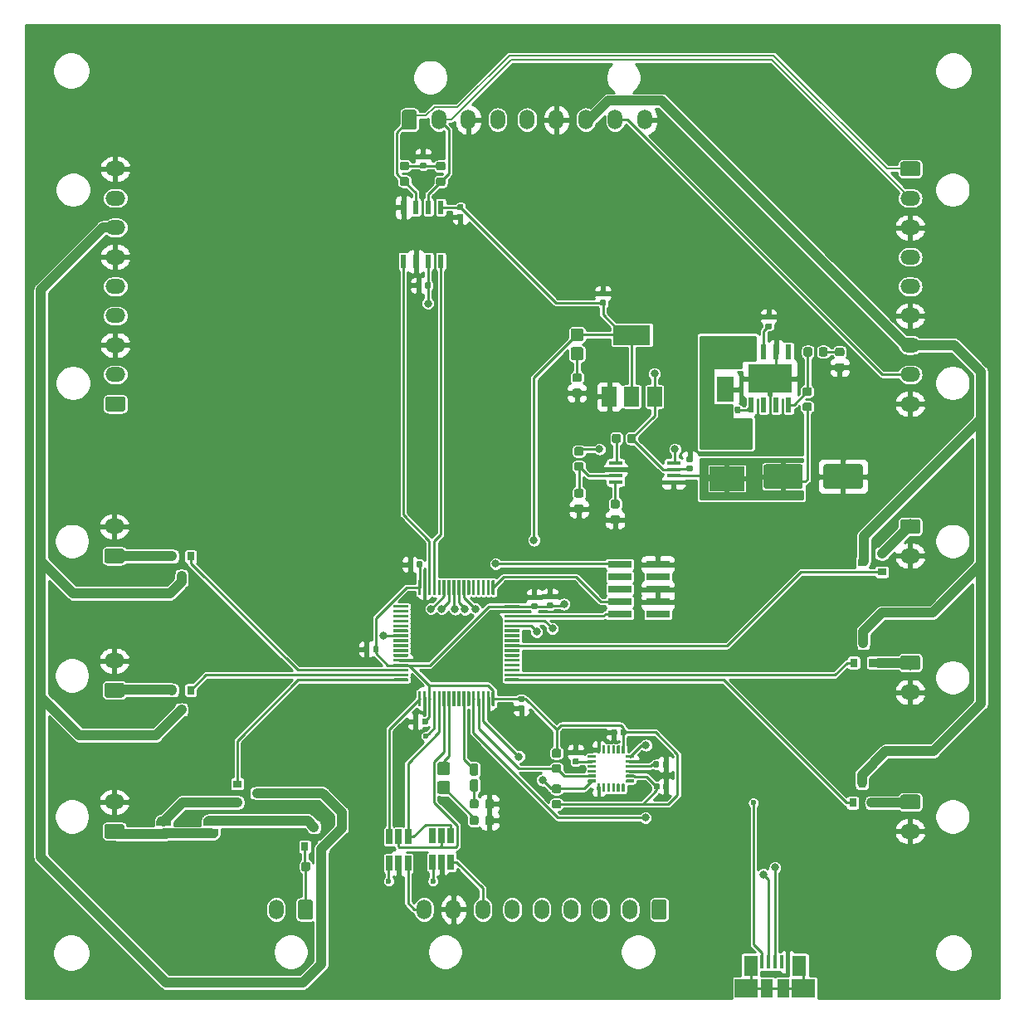
<source format=gtl>
G04 #@! TF.GenerationSoftware,KiCad,Pcbnew,(5.1.4)-1*
G04 #@! TF.CreationDate,2021-11-29T21:13:24-05:00*
G04 #@! TF.ProjectId,Lights_Board,4c696768-7473-45f4-926f-6172642e6b69,rev?*
G04 #@! TF.SameCoordinates,Original*
G04 #@! TF.FileFunction,Copper,L1,Top*
G04 #@! TF.FilePolarity,Positive*
%FSLAX46Y46*%
G04 Gerber Fmt 4.6, Leading zero omitted, Abs format (unit mm)*
G04 Created by KiCad (PCBNEW (5.1.4)-1) date 2021-11-29 21:13:24*
%MOMM*%
%LPD*%
G04 APERTURE LIST*
%ADD10R,3.600000X2.500000*%
%ADD11C,0.100000*%
%ADD12C,2.500000*%
%ADD13R,0.650000X1.560000*%
%ADD14C,0.590000*%
%ADD15R,0.800000X0.900000*%
%ADD16R,0.900000X0.800000*%
%ADD17C,0.300000*%
%ADD18C,0.875000*%
%ADD19R,1.800000X2.500000*%
%ADD20C,0.500000*%
%ADD21O,1.500000X2.020000*%
%ADD22C,1.500000*%
%ADD23C,0.600000*%
%ADD24R,0.600000X1.550000*%
%ADD25R,4.500000X2.950000*%
%ADD26R,3.100000X2.600000*%
%ADD27R,1.500000X2.000000*%
%ADD28R,3.800000X2.000000*%
%ADD29R,0.600000X1.400000*%
%ADD30R,1.450000X0.450000*%
%ADD31O,2.020000X1.500000*%
%ADD32R,1.175000X1.900000*%
%ADD33R,2.375000X1.900000*%
%ADD34R,1.475000X2.100000*%
%ADD35R,0.450000X1.380000*%
%ADD36R,2.400000X0.740000*%
%ADD37C,1.300000*%
%ADD38C,0.850000*%
%ADD39C,0.800000*%
%ADD40C,0.250000*%
%ADD41C,0.200000*%
%ADD42C,1.000000*%
%ADD43C,0.254000*%
G04 APERTURE END LIST*
D10*
X171900000Y-91900000D03*
X171900000Y-96600000D03*
D11*
G36*
X185524504Y-95151204D02*
G01*
X185548773Y-95154804D01*
X185572571Y-95160765D01*
X185595671Y-95169030D01*
X185617849Y-95179520D01*
X185638893Y-95192133D01*
X185658598Y-95206747D01*
X185676777Y-95223223D01*
X185693253Y-95241402D01*
X185707867Y-95261107D01*
X185720480Y-95282151D01*
X185730970Y-95304329D01*
X185739235Y-95327429D01*
X185745196Y-95351227D01*
X185748796Y-95375496D01*
X185750000Y-95400000D01*
X185750000Y-97400000D01*
X185748796Y-97424504D01*
X185745196Y-97448773D01*
X185739235Y-97472571D01*
X185730970Y-97495671D01*
X185720480Y-97517849D01*
X185707867Y-97538893D01*
X185693253Y-97558598D01*
X185676777Y-97576777D01*
X185658598Y-97593253D01*
X185638893Y-97607867D01*
X185617849Y-97620480D01*
X185595671Y-97630970D01*
X185572571Y-97639235D01*
X185548773Y-97645196D01*
X185524504Y-97648796D01*
X185500000Y-97650000D01*
X182000000Y-97650000D01*
X181975496Y-97648796D01*
X181951227Y-97645196D01*
X181927429Y-97639235D01*
X181904329Y-97630970D01*
X181882151Y-97620480D01*
X181861107Y-97607867D01*
X181841402Y-97593253D01*
X181823223Y-97576777D01*
X181806747Y-97558598D01*
X181792133Y-97538893D01*
X181779520Y-97517849D01*
X181769030Y-97495671D01*
X181760765Y-97472571D01*
X181754804Y-97448773D01*
X181751204Y-97424504D01*
X181750000Y-97400000D01*
X181750000Y-95400000D01*
X181751204Y-95375496D01*
X181754804Y-95351227D01*
X181760765Y-95327429D01*
X181769030Y-95304329D01*
X181779520Y-95282151D01*
X181792133Y-95261107D01*
X181806747Y-95241402D01*
X181823223Y-95223223D01*
X181841402Y-95206747D01*
X181861107Y-95192133D01*
X181882151Y-95179520D01*
X181904329Y-95169030D01*
X181927429Y-95160765D01*
X181951227Y-95154804D01*
X181975496Y-95151204D01*
X182000000Y-95150000D01*
X185500000Y-95150000D01*
X185524504Y-95151204D01*
X185524504Y-95151204D01*
G37*
D12*
X183750000Y-96400000D03*
D11*
G36*
X179424504Y-95151204D02*
G01*
X179448773Y-95154804D01*
X179472571Y-95160765D01*
X179495671Y-95169030D01*
X179517849Y-95179520D01*
X179538893Y-95192133D01*
X179558598Y-95206747D01*
X179576777Y-95223223D01*
X179593253Y-95241402D01*
X179607867Y-95261107D01*
X179620480Y-95282151D01*
X179630970Y-95304329D01*
X179639235Y-95327429D01*
X179645196Y-95351227D01*
X179648796Y-95375496D01*
X179650000Y-95400000D01*
X179650000Y-97400000D01*
X179648796Y-97424504D01*
X179645196Y-97448773D01*
X179639235Y-97472571D01*
X179630970Y-97495671D01*
X179620480Y-97517849D01*
X179607867Y-97538893D01*
X179593253Y-97558598D01*
X179576777Y-97576777D01*
X179558598Y-97593253D01*
X179538893Y-97607867D01*
X179517849Y-97620480D01*
X179495671Y-97630970D01*
X179472571Y-97639235D01*
X179448773Y-97645196D01*
X179424504Y-97648796D01*
X179400000Y-97650000D01*
X175900000Y-97650000D01*
X175875496Y-97648796D01*
X175851227Y-97645196D01*
X175827429Y-97639235D01*
X175804329Y-97630970D01*
X175782151Y-97620480D01*
X175761107Y-97607867D01*
X175741402Y-97593253D01*
X175723223Y-97576777D01*
X175706747Y-97558598D01*
X175692133Y-97538893D01*
X175679520Y-97517849D01*
X175669030Y-97495671D01*
X175660765Y-97472571D01*
X175654804Y-97448773D01*
X175651204Y-97424504D01*
X175650000Y-97400000D01*
X175650000Y-95400000D01*
X175651204Y-95375496D01*
X175654804Y-95351227D01*
X175660765Y-95327429D01*
X175669030Y-95304329D01*
X175679520Y-95282151D01*
X175692133Y-95261107D01*
X175706747Y-95241402D01*
X175723223Y-95223223D01*
X175741402Y-95206747D01*
X175761107Y-95192133D01*
X175782151Y-95179520D01*
X175804329Y-95169030D01*
X175827429Y-95160765D01*
X175851227Y-95154804D01*
X175875496Y-95151204D01*
X175900000Y-95150000D01*
X179400000Y-95150000D01*
X179424504Y-95151204D01*
X179424504Y-95151204D01*
G37*
D12*
X177650000Y-96400000D03*
D13*
X138400000Y-133150000D03*
X137450000Y-133150000D03*
X139350000Y-133150000D03*
X139350000Y-135850000D03*
X138400000Y-135850000D03*
X137450000Y-135850000D03*
X142800000Y-133050000D03*
X141850000Y-133050000D03*
X143750000Y-133050000D03*
X143750000Y-135750000D03*
X142800000Y-135750000D03*
X141850000Y-135750000D03*
D11*
G36*
X140591958Y-76580710D02*
G01*
X140606276Y-76582834D01*
X140620317Y-76586351D01*
X140633946Y-76591228D01*
X140647031Y-76597417D01*
X140659447Y-76604858D01*
X140671073Y-76613481D01*
X140681798Y-76623202D01*
X140691519Y-76633927D01*
X140700142Y-76645553D01*
X140707583Y-76657969D01*
X140713772Y-76671054D01*
X140718649Y-76684683D01*
X140722166Y-76698724D01*
X140724290Y-76713042D01*
X140725000Y-76727500D01*
X140725000Y-77072500D01*
X140724290Y-77086958D01*
X140722166Y-77101276D01*
X140718649Y-77115317D01*
X140713772Y-77128946D01*
X140707583Y-77142031D01*
X140700142Y-77154447D01*
X140691519Y-77166073D01*
X140681798Y-77176798D01*
X140671073Y-77186519D01*
X140659447Y-77195142D01*
X140647031Y-77202583D01*
X140633946Y-77208772D01*
X140620317Y-77213649D01*
X140606276Y-77217166D01*
X140591958Y-77219290D01*
X140577500Y-77220000D01*
X140282500Y-77220000D01*
X140268042Y-77219290D01*
X140253724Y-77217166D01*
X140239683Y-77213649D01*
X140226054Y-77208772D01*
X140212969Y-77202583D01*
X140200553Y-77195142D01*
X140188927Y-77186519D01*
X140178202Y-77176798D01*
X140168481Y-77166073D01*
X140159858Y-77154447D01*
X140152417Y-77142031D01*
X140146228Y-77128946D01*
X140141351Y-77115317D01*
X140137834Y-77101276D01*
X140135710Y-77086958D01*
X140135000Y-77072500D01*
X140135000Y-76727500D01*
X140135710Y-76713042D01*
X140137834Y-76698724D01*
X140141351Y-76684683D01*
X140146228Y-76671054D01*
X140152417Y-76657969D01*
X140159858Y-76645553D01*
X140168481Y-76633927D01*
X140178202Y-76623202D01*
X140188927Y-76613481D01*
X140200553Y-76604858D01*
X140212969Y-76597417D01*
X140226054Y-76591228D01*
X140239683Y-76586351D01*
X140253724Y-76582834D01*
X140268042Y-76580710D01*
X140282500Y-76580000D01*
X140577500Y-76580000D01*
X140591958Y-76580710D01*
X140591958Y-76580710D01*
G37*
D14*
X140430000Y-76900000D03*
D11*
G36*
X141561958Y-76580710D02*
G01*
X141576276Y-76582834D01*
X141590317Y-76586351D01*
X141603946Y-76591228D01*
X141617031Y-76597417D01*
X141629447Y-76604858D01*
X141641073Y-76613481D01*
X141651798Y-76623202D01*
X141661519Y-76633927D01*
X141670142Y-76645553D01*
X141677583Y-76657969D01*
X141683772Y-76671054D01*
X141688649Y-76684683D01*
X141692166Y-76698724D01*
X141694290Y-76713042D01*
X141695000Y-76727500D01*
X141695000Y-77072500D01*
X141694290Y-77086958D01*
X141692166Y-77101276D01*
X141688649Y-77115317D01*
X141683772Y-77128946D01*
X141677583Y-77142031D01*
X141670142Y-77154447D01*
X141661519Y-77166073D01*
X141651798Y-77176798D01*
X141641073Y-77186519D01*
X141629447Y-77195142D01*
X141617031Y-77202583D01*
X141603946Y-77208772D01*
X141590317Y-77213649D01*
X141576276Y-77217166D01*
X141561958Y-77219290D01*
X141547500Y-77220000D01*
X141252500Y-77220000D01*
X141238042Y-77219290D01*
X141223724Y-77217166D01*
X141209683Y-77213649D01*
X141196054Y-77208772D01*
X141182969Y-77202583D01*
X141170553Y-77195142D01*
X141158927Y-77186519D01*
X141148202Y-77176798D01*
X141138481Y-77166073D01*
X141129858Y-77154447D01*
X141122417Y-77142031D01*
X141116228Y-77128946D01*
X141111351Y-77115317D01*
X141107834Y-77101276D01*
X141105710Y-77086958D01*
X141105000Y-77072500D01*
X141105000Y-76727500D01*
X141105710Y-76713042D01*
X141107834Y-76698724D01*
X141111351Y-76684683D01*
X141116228Y-76671054D01*
X141122417Y-76657969D01*
X141129858Y-76645553D01*
X141138481Y-76633927D01*
X141148202Y-76623202D01*
X141158927Y-76613481D01*
X141170553Y-76604858D01*
X141182969Y-76597417D01*
X141196054Y-76591228D01*
X141209683Y-76586351D01*
X141223724Y-76582834D01*
X141238042Y-76580710D01*
X141252500Y-76580000D01*
X141547500Y-76580000D01*
X141561958Y-76580710D01*
X141561958Y-76580710D01*
G37*
D14*
X141400000Y-76900000D03*
D11*
G36*
X159436958Y-77420710D02*
G01*
X159451276Y-77422834D01*
X159465317Y-77426351D01*
X159478946Y-77431228D01*
X159492031Y-77437417D01*
X159504447Y-77444858D01*
X159516073Y-77453481D01*
X159526798Y-77463202D01*
X159536519Y-77473927D01*
X159545142Y-77485553D01*
X159552583Y-77497969D01*
X159558772Y-77511054D01*
X159563649Y-77524683D01*
X159567166Y-77538724D01*
X159569290Y-77553042D01*
X159570000Y-77567500D01*
X159570000Y-77862500D01*
X159569290Y-77876958D01*
X159567166Y-77891276D01*
X159563649Y-77905317D01*
X159558772Y-77918946D01*
X159552583Y-77932031D01*
X159545142Y-77944447D01*
X159536519Y-77956073D01*
X159526798Y-77966798D01*
X159516073Y-77976519D01*
X159504447Y-77985142D01*
X159492031Y-77992583D01*
X159478946Y-77998772D01*
X159465317Y-78003649D01*
X159451276Y-78007166D01*
X159436958Y-78009290D01*
X159422500Y-78010000D01*
X159077500Y-78010000D01*
X159063042Y-78009290D01*
X159048724Y-78007166D01*
X159034683Y-78003649D01*
X159021054Y-77998772D01*
X159007969Y-77992583D01*
X158995553Y-77985142D01*
X158983927Y-77976519D01*
X158973202Y-77966798D01*
X158963481Y-77956073D01*
X158954858Y-77944447D01*
X158947417Y-77932031D01*
X158941228Y-77918946D01*
X158936351Y-77905317D01*
X158932834Y-77891276D01*
X158930710Y-77876958D01*
X158930000Y-77862500D01*
X158930000Y-77567500D01*
X158930710Y-77553042D01*
X158932834Y-77538724D01*
X158936351Y-77524683D01*
X158941228Y-77511054D01*
X158947417Y-77497969D01*
X158954858Y-77485553D01*
X158963481Y-77473927D01*
X158973202Y-77463202D01*
X158983927Y-77453481D01*
X158995553Y-77444858D01*
X159007969Y-77437417D01*
X159021054Y-77431228D01*
X159034683Y-77426351D01*
X159048724Y-77422834D01*
X159063042Y-77420710D01*
X159077500Y-77420000D01*
X159422500Y-77420000D01*
X159436958Y-77420710D01*
X159436958Y-77420710D01*
G37*
D14*
X159250000Y-77715000D03*
D11*
G36*
X159436958Y-78390710D02*
G01*
X159451276Y-78392834D01*
X159465317Y-78396351D01*
X159478946Y-78401228D01*
X159492031Y-78407417D01*
X159504447Y-78414858D01*
X159516073Y-78423481D01*
X159526798Y-78433202D01*
X159536519Y-78443927D01*
X159545142Y-78455553D01*
X159552583Y-78467969D01*
X159558772Y-78481054D01*
X159563649Y-78494683D01*
X159567166Y-78508724D01*
X159569290Y-78523042D01*
X159570000Y-78537500D01*
X159570000Y-78832500D01*
X159569290Y-78846958D01*
X159567166Y-78861276D01*
X159563649Y-78875317D01*
X159558772Y-78888946D01*
X159552583Y-78902031D01*
X159545142Y-78914447D01*
X159536519Y-78926073D01*
X159526798Y-78936798D01*
X159516073Y-78946519D01*
X159504447Y-78955142D01*
X159492031Y-78962583D01*
X159478946Y-78968772D01*
X159465317Y-78973649D01*
X159451276Y-78977166D01*
X159436958Y-78979290D01*
X159422500Y-78980000D01*
X159077500Y-78980000D01*
X159063042Y-78979290D01*
X159048724Y-78977166D01*
X159034683Y-78973649D01*
X159021054Y-78968772D01*
X159007969Y-78962583D01*
X158995553Y-78955142D01*
X158983927Y-78946519D01*
X158973202Y-78936798D01*
X158963481Y-78926073D01*
X158954858Y-78914447D01*
X158947417Y-78902031D01*
X158941228Y-78888946D01*
X158936351Y-78875317D01*
X158932834Y-78861276D01*
X158930710Y-78846958D01*
X158930000Y-78832500D01*
X158930000Y-78537500D01*
X158930710Y-78523042D01*
X158932834Y-78508724D01*
X158936351Y-78494683D01*
X158941228Y-78481054D01*
X158947417Y-78467969D01*
X158954858Y-78455553D01*
X158963481Y-78443927D01*
X158973202Y-78433202D01*
X158983927Y-78423481D01*
X158995553Y-78414858D01*
X159007969Y-78407417D01*
X159021054Y-78401228D01*
X159034683Y-78396351D01*
X159048724Y-78392834D01*
X159063042Y-78390710D01*
X159077500Y-78390000D01*
X159422500Y-78390000D01*
X159436958Y-78390710D01*
X159436958Y-78390710D01*
G37*
D14*
X159250000Y-78685000D03*
D15*
X116250000Y-106550000D03*
X115300000Y-104550000D03*
X117200000Y-104550000D03*
X185700000Y-127700000D03*
X186650000Y-129700000D03*
X184750000Y-129700000D03*
X185800000Y-113400000D03*
X186750000Y-115400000D03*
X184850000Y-115400000D03*
D16*
X185700000Y-105200000D03*
X187700000Y-104250000D03*
X187700000Y-106150000D03*
X123940000Y-128710000D03*
X121940000Y-129660000D03*
X121940000Y-127760000D03*
D15*
X116250000Y-120200000D03*
X115300000Y-118200000D03*
X117200000Y-118200000D03*
D11*
G36*
X165861958Y-127690710D02*
G01*
X165876276Y-127692834D01*
X165890317Y-127696351D01*
X165903946Y-127701228D01*
X165917031Y-127707417D01*
X165929447Y-127714858D01*
X165941073Y-127723481D01*
X165951798Y-127733202D01*
X165961519Y-127743927D01*
X165970142Y-127755553D01*
X165977583Y-127767969D01*
X165983772Y-127781054D01*
X165988649Y-127794683D01*
X165992166Y-127808724D01*
X165994290Y-127823042D01*
X165995000Y-127837500D01*
X165995000Y-128182500D01*
X165994290Y-128196958D01*
X165992166Y-128211276D01*
X165988649Y-128225317D01*
X165983772Y-128238946D01*
X165977583Y-128252031D01*
X165970142Y-128264447D01*
X165961519Y-128276073D01*
X165951798Y-128286798D01*
X165941073Y-128296519D01*
X165929447Y-128305142D01*
X165917031Y-128312583D01*
X165903946Y-128318772D01*
X165890317Y-128323649D01*
X165876276Y-128327166D01*
X165861958Y-128329290D01*
X165847500Y-128330000D01*
X165552500Y-128330000D01*
X165538042Y-128329290D01*
X165523724Y-128327166D01*
X165509683Y-128323649D01*
X165496054Y-128318772D01*
X165482969Y-128312583D01*
X165470553Y-128305142D01*
X165458927Y-128296519D01*
X165448202Y-128286798D01*
X165438481Y-128276073D01*
X165429858Y-128264447D01*
X165422417Y-128252031D01*
X165416228Y-128238946D01*
X165411351Y-128225317D01*
X165407834Y-128211276D01*
X165405710Y-128196958D01*
X165405000Y-128182500D01*
X165405000Y-127837500D01*
X165405710Y-127823042D01*
X165407834Y-127808724D01*
X165411351Y-127794683D01*
X165416228Y-127781054D01*
X165422417Y-127767969D01*
X165429858Y-127755553D01*
X165438481Y-127743927D01*
X165448202Y-127733202D01*
X165458927Y-127723481D01*
X165470553Y-127714858D01*
X165482969Y-127707417D01*
X165496054Y-127701228D01*
X165509683Y-127696351D01*
X165523724Y-127692834D01*
X165538042Y-127690710D01*
X165552500Y-127690000D01*
X165847500Y-127690000D01*
X165861958Y-127690710D01*
X165861958Y-127690710D01*
G37*
D14*
X165700000Y-128010000D03*
D11*
G36*
X164891958Y-127690710D02*
G01*
X164906276Y-127692834D01*
X164920317Y-127696351D01*
X164933946Y-127701228D01*
X164947031Y-127707417D01*
X164959447Y-127714858D01*
X164971073Y-127723481D01*
X164981798Y-127733202D01*
X164991519Y-127743927D01*
X165000142Y-127755553D01*
X165007583Y-127767969D01*
X165013772Y-127781054D01*
X165018649Y-127794683D01*
X165022166Y-127808724D01*
X165024290Y-127823042D01*
X165025000Y-127837500D01*
X165025000Y-128182500D01*
X165024290Y-128196958D01*
X165022166Y-128211276D01*
X165018649Y-128225317D01*
X165013772Y-128238946D01*
X165007583Y-128252031D01*
X165000142Y-128264447D01*
X164991519Y-128276073D01*
X164981798Y-128286798D01*
X164971073Y-128296519D01*
X164959447Y-128305142D01*
X164947031Y-128312583D01*
X164933946Y-128318772D01*
X164920317Y-128323649D01*
X164906276Y-128327166D01*
X164891958Y-128329290D01*
X164877500Y-128330000D01*
X164582500Y-128330000D01*
X164568042Y-128329290D01*
X164553724Y-128327166D01*
X164539683Y-128323649D01*
X164526054Y-128318772D01*
X164512969Y-128312583D01*
X164500553Y-128305142D01*
X164488927Y-128296519D01*
X164478202Y-128286798D01*
X164468481Y-128276073D01*
X164459858Y-128264447D01*
X164452417Y-128252031D01*
X164446228Y-128238946D01*
X164441351Y-128225317D01*
X164437834Y-128211276D01*
X164435710Y-128196958D01*
X164435000Y-128182500D01*
X164435000Y-127837500D01*
X164435710Y-127823042D01*
X164437834Y-127808724D01*
X164441351Y-127794683D01*
X164446228Y-127781054D01*
X164452417Y-127767969D01*
X164459858Y-127755553D01*
X164468481Y-127743927D01*
X164478202Y-127733202D01*
X164488927Y-127723481D01*
X164500553Y-127714858D01*
X164512969Y-127707417D01*
X164526054Y-127701228D01*
X164539683Y-127696351D01*
X164553724Y-127692834D01*
X164568042Y-127690710D01*
X164582500Y-127690000D01*
X164877500Y-127690000D01*
X164891958Y-127690710D01*
X164891958Y-127690710D01*
G37*
D14*
X164730000Y-128010000D03*
D11*
G36*
X158487351Y-127320361D02*
G01*
X158494632Y-127321441D01*
X158501771Y-127323229D01*
X158508701Y-127325709D01*
X158515355Y-127328856D01*
X158521668Y-127332640D01*
X158527579Y-127337024D01*
X158533033Y-127341967D01*
X158537976Y-127347421D01*
X158542360Y-127353332D01*
X158546144Y-127359645D01*
X158549291Y-127366299D01*
X158551771Y-127373229D01*
X158553559Y-127380368D01*
X158554639Y-127387649D01*
X158555000Y-127395000D01*
X158555000Y-127545000D01*
X158554639Y-127552351D01*
X158553559Y-127559632D01*
X158551771Y-127566771D01*
X158549291Y-127573701D01*
X158546144Y-127580355D01*
X158542360Y-127586668D01*
X158537976Y-127592579D01*
X158533033Y-127598033D01*
X158527579Y-127602976D01*
X158521668Y-127607360D01*
X158515355Y-127611144D01*
X158508701Y-127614291D01*
X158501771Y-127616771D01*
X158494632Y-127618559D01*
X158487351Y-127619639D01*
X158480000Y-127620000D01*
X157780000Y-127620000D01*
X157772649Y-127619639D01*
X157765368Y-127618559D01*
X157758229Y-127616771D01*
X157751299Y-127614291D01*
X157744645Y-127611144D01*
X157738332Y-127607360D01*
X157732421Y-127602976D01*
X157726967Y-127598033D01*
X157722024Y-127592579D01*
X157717640Y-127586668D01*
X157713856Y-127580355D01*
X157710709Y-127573701D01*
X157708229Y-127566771D01*
X157706441Y-127559632D01*
X157705361Y-127552351D01*
X157705000Y-127545000D01*
X157705000Y-127395000D01*
X157705361Y-127387649D01*
X157706441Y-127380368D01*
X157708229Y-127373229D01*
X157710709Y-127366299D01*
X157713856Y-127359645D01*
X157717640Y-127353332D01*
X157722024Y-127347421D01*
X157726967Y-127341967D01*
X157732421Y-127337024D01*
X157738332Y-127332640D01*
X157744645Y-127328856D01*
X157751299Y-127325709D01*
X157758229Y-127323229D01*
X157765368Y-127321441D01*
X157772649Y-127320361D01*
X157780000Y-127320000D01*
X158480000Y-127320000D01*
X158487351Y-127320361D01*
X158487351Y-127320361D01*
G37*
D17*
X158130000Y-127470000D03*
D11*
G36*
X158487351Y-126820361D02*
G01*
X158494632Y-126821441D01*
X158501771Y-126823229D01*
X158508701Y-126825709D01*
X158515355Y-126828856D01*
X158521668Y-126832640D01*
X158527579Y-126837024D01*
X158533033Y-126841967D01*
X158537976Y-126847421D01*
X158542360Y-126853332D01*
X158546144Y-126859645D01*
X158549291Y-126866299D01*
X158551771Y-126873229D01*
X158553559Y-126880368D01*
X158554639Y-126887649D01*
X158555000Y-126895000D01*
X158555000Y-127045000D01*
X158554639Y-127052351D01*
X158553559Y-127059632D01*
X158551771Y-127066771D01*
X158549291Y-127073701D01*
X158546144Y-127080355D01*
X158542360Y-127086668D01*
X158537976Y-127092579D01*
X158533033Y-127098033D01*
X158527579Y-127102976D01*
X158521668Y-127107360D01*
X158515355Y-127111144D01*
X158508701Y-127114291D01*
X158501771Y-127116771D01*
X158494632Y-127118559D01*
X158487351Y-127119639D01*
X158480000Y-127120000D01*
X157780000Y-127120000D01*
X157772649Y-127119639D01*
X157765368Y-127118559D01*
X157758229Y-127116771D01*
X157751299Y-127114291D01*
X157744645Y-127111144D01*
X157738332Y-127107360D01*
X157732421Y-127102976D01*
X157726967Y-127098033D01*
X157722024Y-127092579D01*
X157717640Y-127086668D01*
X157713856Y-127080355D01*
X157710709Y-127073701D01*
X157708229Y-127066771D01*
X157706441Y-127059632D01*
X157705361Y-127052351D01*
X157705000Y-127045000D01*
X157705000Y-126895000D01*
X157705361Y-126887649D01*
X157706441Y-126880368D01*
X157708229Y-126873229D01*
X157710709Y-126866299D01*
X157713856Y-126859645D01*
X157717640Y-126853332D01*
X157722024Y-126847421D01*
X157726967Y-126841967D01*
X157732421Y-126837024D01*
X157738332Y-126832640D01*
X157744645Y-126828856D01*
X157751299Y-126825709D01*
X157758229Y-126823229D01*
X157765368Y-126821441D01*
X157772649Y-126820361D01*
X157780000Y-126820000D01*
X158480000Y-126820000D01*
X158487351Y-126820361D01*
X158487351Y-126820361D01*
G37*
D17*
X158130000Y-126970000D03*
D11*
G36*
X158487351Y-126320361D02*
G01*
X158494632Y-126321441D01*
X158501771Y-126323229D01*
X158508701Y-126325709D01*
X158515355Y-126328856D01*
X158521668Y-126332640D01*
X158527579Y-126337024D01*
X158533033Y-126341967D01*
X158537976Y-126347421D01*
X158542360Y-126353332D01*
X158546144Y-126359645D01*
X158549291Y-126366299D01*
X158551771Y-126373229D01*
X158553559Y-126380368D01*
X158554639Y-126387649D01*
X158555000Y-126395000D01*
X158555000Y-126545000D01*
X158554639Y-126552351D01*
X158553559Y-126559632D01*
X158551771Y-126566771D01*
X158549291Y-126573701D01*
X158546144Y-126580355D01*
X158542360Y-126586668D01*
X158537976Y-126592579D01*
X158533033Y-126598033D01*
X158527579Y-126602976D01*
X158521668Y-126607360D01*
X158515355Y-126611144D01*
X158508701Y-126614291D01*
X158501771Y-126616771D01*
X158494632Y-126618559D01*
X158487351Y-126619639D01*
X158480000Y-126620000D01*
X157780000Y-126620000D01*
X157772649Y-126619639D01*
X157765368Y-126618559D01*
X157758229Y-126616771D01*
X157751299Y-126614291D01*
X157744645Y-126611144D01*
X157738332Y-126607360D01*
X157732421Y-126602976D01*
X157726967Y-126598033D01*
X157722024Y-126592579D01*
X157717640Y-126586668D01*
X157713856Y-126580355D01*
X157710709Y-126573701D01*
X157708229Y-126566771D01*
X157706441Y-126559632D01*
X157705361Y-126552351D01*
X157705000Y-126545000D01*
X157705000Y-126395000D01*
X157705361Y-126387649D01*
X157706441Y-126380368D01*
X157708229Y-126373229D01*
X157710709Y-126366299D01*
X157713856Y-126359645D01*
X157717640Y-126353332D01*
X157722024Y-126347421D01*
X157726967Y-126341967D01*
X157732421Y-126337024D01*
X157738332Y-126332640D01*
X157744645Y-126328856D01*
X157751299Y-126325709D01*
X157758229Y-126323229D01*
X157765368Y-126321441D01*
X157772649Y-126320361D01*
X157780000Y-126320000D01*
X158480000Y-126320000D01*
X158487351Y-126320361D01*
X158487351Y-126320361D01*
G37*
D17*
X158130000Y-126470000D03*
D11*
G36*
X158487351Y-125820361D02*
G01*
X158494632Y-125821441D01*
X158501771Y-125823229D01*
X158508701Y-125825709D01*
X158515355Y-125828856D01*
X158521668Y-125832640D01*
X158527579Y-125837024D01*
X158533033Y-125841967D01*
X158537976Y-125847421D01*
X158542360Y-125853332D01*
X158546144Y-125859645D01*
X158549291Y-125866299D01*
X158551771Y-125873229D01*
X158553559Y-125880368D01*
X158554639Y-125887649D01*
X158555000Y-125895000D01*
X158555000Y-126045000D01*
X158554639Y-126052351D01*
X158553559Y-126059632D01*
X158551771Y-126066771D01*
X158549291Y-126073701D01*
X158546144Y-126080355D01*
X158542360Y-126086668D01*
X158537976Y-126092579D01*
X158533033Y-126098033D01*
X158527579Y-126102976D01*
X158521668Y-126107360D01*
X158515355Y-126111144D01*
X158508701Y-126114291D01*
X158501771Y-126116771D01*
X158494632Y-126118559D01*
X158487351Y-126119639D01*
X158480000Y-126120000D01*
X157780000Y-126120000D01*
X157772649Y-126119639D01*
X157765368Y-126118559D01*
X157758229Y-126116771D01*
X157751299Y-126114291D01*
X157744645Y-126111144D01*
X157738332Y-126107360D01*
X157732421Y-126102976D01*
X157726967Y-126098033D01*
X157722024Y-126092579D01*
X157717640Y-126086668D01*
X157713856Y-126080355D01*
X157710709Y-126073701D01*
X157708229Y-126066771D01*
X157706441Y-126059632D01*
X157705361Y-126052351D01*
X157705000Y-126045000D01*
X157705000Y-125895000D01*
X157705361Y-125887649D01*
X157706441Y-125880368D01*
X157708229Y-125873229D01*
X157710709Y-125866299D01*
X157713856Y-125859645D01*
X157717640Y-125853332D01*
X157722024Y-125847421D01*
X157726967Y-125841967D01*
X157732421Y-125837024D01*
X157738332Y-125832640D01*
X157744645Y-125828856D01*
X157751299Y-125825709D01*
X157758229Y-125823229D01*
X157765368Y-125821441D01*
X157772649Y-125820361D01*
X157780000Y-125820000D01*
X158480000Y-125820000D01*
X158487351Y-125820361D01*
X158487351Y-125820361D01*
G37*
D17*
X158130000Y-125970000D03*
D11*
G36*
X158487351Y-125320361D02*
G01*
X158494632Y-125321441D01*
X158501771Y-125323229D01*
X158508701Y-125325709D01*
X158515355Y-125328856D01*
X158521668Y-125332640D01*
X158527579Y-125337024D01*
X158533033Y-125341967D01*
X158537976Y-125347421D01*
X158542360Y-125353332D01*
X158546144Y-125359645D01*
X158549291Y-125366299D01*
X158551771Y-125373229D01*
X158553559Y-125380368D01*
X158554639Y-125387649D01*
X158555000Y-125395000D01*
X158555000Y-125545000D01*
X158554639Y-125552351D01*
X158553559Y-125559632D01*
X158551771Y-125566771D01*
X158549291Y-125573701D01*
X158546144Y-125580355D01*
X158542360Y-125586668D01*
X158537976Y-125592579D01*
X158533033Y-125598033D01*
X158527579Y-125602976D01*
X158521668Y-125607360D01*
X158515355Y-125611144D01*
X158508701Y-125614291D01*
X158501771Y-125616771D01*
X158494632Y-125618559D01*
X158487351Y-125619639D01*
X158480000Y-125620000D01*
X157780000Y-125620000D01*
X157772649Y-125619639D01*
X157765368Y-125618559D01*
X157758229Y-125616771D01*
X157751299Y-125614291D01*
X157744645Y-125611144D01*
X157738332Y-125607360D01*
X157732421Y-125602976D01*
X157726967Y-125598033D01*
X157722024Y-125592579D01*
X157717640Y-125586668D01*
X157713856Y-125580355D01*
X157710709Y-125573701D01*
X157708229Y-125566771D01*
X157706441Y-125559632D01*
X157705361Y-125552351D01*
X157705000Y-125545000D01*
X157705000Y-125395000D01*
X157705361Y-125387649D01*
X157706441Y-125380368D01*
X157708229Y-125373229D01*
X157710709Y-125366299D01*
X157713856Y-125359645D01*
X157717640Y-125353332D01*
X157722024Y-125347421D01*
X157726967Y-125341967D01*
X157732421Y-125337024D01*
X157738332Y-125332640D01*
X157744645Y-125328856D01*
X157751299Y-125325709D01*
X157758229Y-125323229D01*
X157765368Y-125321441D01*
X157772649Y-125320361D01*
X157780000Y-125320000D01*
X158480000Y-125320000D01*
X158487351Y-125320361D01*
X158487351Y-125320361D01*
G37*
D17*
X158130000Y-125470000D03*
D11*
G36*
X158487351Y-124820361D02*
G01*
X158494632Y-124821441D01*
X158501771Y-124823229D01*
X158508701Y-124825709D01*
X158515355Y-124828856D01*
X158521668Y-124832640D01*
X158527579Y-124837024D01*
X158533033Y-124841967D01*
X158537976Y-124847421D01*
X158542360Y-124853332D01*
X158546144Y-124859645D01*
X158549291Y-124866299D01*
X158551771Y-124873229D01*
X158553559Y-124880368D01*
X158554639Y-124887649D01*
X158555000Y-124895000D01*
X158555000Y-125045000D01*
X158554639Y-125052351D01*
X158553559Y-125059632D01*
X158551771Y-125066771D01*
X158549291Y-125073701D01*
X158546144Y-125080355D01*
X158542360Y-125086668D01*
X158537976Y-125092579D01*
X158533033Y-125098033D01*
X158527579Y-125102976D01*
X158521668Y-125107360D01*
X158515355Y-125111144D01*
X158508701Y-125114291D01*
X158501771Y-125116771D01*
X158494632Y-125118559D01*
X158487351Y-125119639D01*
X158480000Y-125120000D01*
X157780000Y-125120000D01*
X157772649Y-125119639D01*
X157765368Y-125118559D01*
X157758229Y-125116771D01*
X157751299Y-125114291D01*
X157744645Y-125111144D01*
X157738332Y-125107360D01*
X157732421Y-125102976D01*
X157726967Y-125098033D01*
X157722024Y-125092579D01*
X157717640Y-125086668D01*
X157713856Y-125080355D01*
X157710709Y-125073701D01*
X157708229Y-125066771D01*
X157706441Y-125059632D01*
X157705361Y-125052351D01*
X157705000Y-125045000D01*
X157705000Y-124895000D01*
X157705361Y-124887649D01*
X157706441Y-124880368D01*
X157708229Y-124873229D01*
X157710709Y-124866299D01*
X157713856Y-124859645D01*
X157717640Y-124853332D01*
X157722024Y-124847421D01*
X157726967Y-124841967D01*
X157732421Y-124837024D01*
X157738332Y-124832640D01*
X157744645Y-124828856D01*
X157751299Y-124825709D01*
X157758229Y-124823229D01*
X157765368Y-124821441D01*
X157772649Y-124820361D01*
X157780000Y-124820000D01*
X158480000Y-124820000D01*
X158487351Y-124820361D01*
X158487351Y-124820361D01*
G37*
D17*
X158130000Y-124970000D03*
D11*
G36*
X158912351Y-123845361D02*
G01*
X158919632Y-123846441D01*
X158926771Y-123848229D01*
X158933701Y-123850709D01*
X158940355Y-123853856D01*
X158946668Y-123857640D01*
X158952579Y-123862024D01*
X158958033Y-123866967D01*
X158962976Y-123872421D01*
X158967360Y-123878332D01*
X158971144Y-123884645D01*
X158974291Y-123891299D01*
X158976771Y-123898229D01*
X158978559Y-123905368D01*
X158979639Y-123912649D01*
X158980000Y-123920000D01*
X158980000Y-124620000D01*
X158979639Y-124627351D01*
X158978559Y-124634632D01*
X158976771Y-124641771D01*
X158974291Y-124648701D01*
X158971144Y-124655355D01*
X158967360Y-124661668D01*
X158962976Y-124667579D01*
X158958033Y-124673033D01*
X158952579Y-124677976D01*
X158946668Y-124682360D01*
X158940355Y-124686144D01*
X158933701Y-124689291D01*
X158926771Y-124691771D01*
X158919632Y-124693559D01*
X158912351Y-124694639D01*
X158905000Y-124695000D01*
X158755000Y-124695000D01*
X158747649Y-124694639D01*
X158740368Y-124693559D01*
X158733229Y-124691771D01*
X158726299Y-124689291D01*
X158719645Y-124686144D01*
X158713332Y-124682360D01*
X158707421Y-124677976D01*
X158701967Y-124673033D01*
X158697024Y-124667579D01*
X158692640Y-124661668D01*
X158688856Y-124655355D01*
X158685709Y-124648701D01*
X158683229Y-124641771D01*
X158681441Y-124634632D01*
X158680361Y-124627351D01*
X158680000Y-124620000D01*
X158680000Y-123920000D01*
X158680361Y-123912649D01*
X158681441Y-123905368D01*
X158683229Y-123898229D01*
X158685709Y-123891299D01*
X158688856Y-123884645D01*
X158692640Y-123878332D01*
X158697024Y-123872421D01*
X158701967Y-123866967D01*
X158707421Y-123862024D01*
X158713332Y-123857640D01*
X158719645Y-123853856D01*
X158726299Y-123850709D01*
X158733229Y-123848229D01*
X158740368Y-123846441D01*
X158747649Y-123845361D01*
X158755000Y-123845000D01*
X158905000Y-123845000D01*
X158912351Y-123845361D01*
X158912351Y-123845361D01*
G37*
D17*
X158830000Y-124270000D03*
D11*
G36*
X159412351Y-123845361D02*
G01*
X159419632Y-123846441D01*
X159426771Y-123848229D01*
X159433701Y-123850709D01*
X159440355Y-123853856D01*
X159446668Y-123857640D01*
X159452579Y-123862024D01*
X159458033Y-123866967D01*
X159462976Y-123872421D01*
X159467360Y-123878332D01*
X159471144Y-123884645D01*
X159474291Y-123891299D01*
X159476771Y-123898229D01*
X159478559Y-123905368D01*
X159479639Y-123912649D01*
X159480000Y-123920000D01*
X159480000Y-124620000D01*
X159479639Y-124627351D01*
X159478559Y-124634632D01*
X159476771Y-124641771D01*
X159474291Y-124648701D01*
X159471144Y-124655355D01*
X159467360Y-124661668D01*
X159462976Y-124667579D01*
X159458033Y-124673033D01*
X159452579Y-124677976D01*
X159446668Y-124682360D01*
X159440355Y-124686144D01*
X159433701Y-124689291D01*
X159426771Y-124691771D01*
X159419632Y-124693559D01*
X159412351Y-124694639D01*
X159405000Y-124695000D01*
X159255000Y-124695000D01*
X159247649Y-124694639D01*
X159240368Y-124693559D01*
X159233229Y-124691771D01*
X159226299Y-124689291D01*
X159219645Y-124686144D01*
X159213332Y-124682360D01*
X159207421Y-124677976D01*
X159201967Y-124673033D01*
X159197024Y-124667579D01*
X159192640Y-124661668D01*
X159188856Y-124655355D01*
X159185709Y-124648701D01*
X159183229Y-124641771D01*
X159181441Y-124634632D01*
X159180361Y-124627351D01*
X159180000Y-124620000D01*
X159180000Y-123920000D01*
X159180361Y-123912649D01*
X159181441Y-123905368D01*
X159183229Y-123898229D01*
X159185709Y-123891299D01*
X159188856Y-123884645D01*
X159192640Y-123878332D01*
X159197024Y-123872421D01*
X159201967Y-123866967D01*
X159207421Y-123862024D01*
X159213332Y-123857640D01*
X159219645Y-123853856D01*
X159226299Y-123850709D01*
X159233229Y-123848229D01*
X159240368Y-123846441D01*
X159247649Y-123845361D01*
X159255000Y-123845000D01*
X159405000Y-123845000D01*
X159412351Y-123845361D01*
X159412351Y-123845361D01*
G37*
D17*
X159330000Y-124270000D03*
D11*
G36*
X159912351Y-123845361D02*
G01*
X159919632Y-123846441D01*
X159926771Y-123848229D01*
X159933701Y-123850709D01*
X159940355Y-123853856D01*
X159946668Y-123857640D01*
X159952579Y-123862024D01*
X159958033Y-123866967D01*
X159962976Y-123872421D01*
X159967360Y-123878332D01*
X159971144Y-123884645D01*
X159974291Y-123891299D01*
X159976771Y-123898229D01*
X159978559Y-123905368D01*
X159979639Y-123912649D01*
X159980000Y-123920000D01*
X159980000Y-124620000D01*
X159979639Y-124627351D01*
X159978559Y-124634632D01*
X159976771Y-124641771D01*
X159974291Y-124648701D01*
X159971144Y-124655355D01*
X159967360Y-124661668D01*
X159962976Y-124667579D01*
X159958033Y-124673033D01*
X159952579Y-124677976D01*
X159946668Y-124682360D01*
X159940355Y-124686144D01*
X159933701Y-124689291D01*
X159926771Y-124691771D01*
X159919632Y-124693559D01*
X159912351Y-124694639D01*
X159905000Y-124695000D01*
X159755000Y-124695000D01*
X159747649Y-124694639D01*
X159740368Y-124693559D01*
X159733229Y-124691771D01*
X159726299Y-124689291D01*
X159719645Y-124686144D01*
X159713332Y-124682360D01*
X159707421Y-124677976D01*
X159701967Y-124673033D01*
X159697024Y-124667579D01*
X159692640Y-124661668D01*
X159688856Y-124655355D01*
X159685709Y-124648701D01*
X159683229Y-124641771D01*
X159681441Y-124634632D01*
X159680361Y-124627351D01*
X159680000Y-124620000D01*
X159680000Y-123920000D01*
X159680361Y-123912649D01*
X159681441Y-123905368D01*
X159683229Y-123898229D01*
X159685709Y-123891299D01*
X159688856Y-123884645D01*
X159692640Y-123878332D01*
X159697024Y-123872421D01*
X159701967Y-123866967D01*
X159707421Y-123862024D01*
X159713332Y-123857640D01*
X159719645Y-123853856D01*
X159726299Y-123850709D01*
X159733229Y-123848229D01*
X159740368Y-123846441D01*
X159747649Y-123845361D01*
X159755000Y-123845000D01*
X159905000Y-123845000D01*
X159912351Y-123845361D01*
X159912351Y-123845361D01*
G37*
D17*
X159830000Y-124270000D03*
D11*
G36*
X160412351Y-123845361D02*
G01*
X160419632Y-123846441D01*
X160426771Y-123848229D01*
X160433701Y-123850709D01*
X160440355Y-123853856D01*
X160446668Y-123857640D01*
X160452579Y-123862024D01*
X160458033Y-123866967D01*
X160462976Y-123872421D01*
X160467360Y-123878332D01*
X160471144Y-123884645D01*
X160474291Y-123891299D01*
X160476771Y-123898229D01*
X160478559Y-123905368D01*
X160479639Y-123912649D01*
X160480000Y-123920000D01*
X160480000Y-124620000D01*
X160479639Y-124627351D01*
X160478559Y-124634632D01*
X160476771Y-124641771D01*
X160474291Y-124648701D01*
X160471144Y-124655355D01*
X160467360Y-124661668D01*
X160462976Y-124667579D01*
X160458033Y-124673033D01*
X160452579Y-124677976D01*
X160446668Y-124682360D01*
X160440355Y-124686144D01*
X160433701Y-124689291D01*
X160426771Y-124691771D01*
X160419632Y-124693559D01*
X160412351Y-124694639D01*
X160405000Y-124695000D01*
X160255000Y-124695000D01*
X160247649Y-124694639D01*
X160240368Y-124693559D01*
X160233229Y-124691771D01*
X160226299Y-124689291D01*
X160219645Y-124686144D01*
X160213332Y-124682360D01*
X160207421Y-124677976D01*
X160201967Y-124673033D01*
X160197024Y-124667579D01*
X160192640Y-124661668D01*
X160188856Y-124655355D01*
X160185709Y-124648701D01*
X160183229Y-124641771D01*
X160181441Y-124634632D01*
X160180361Y-124627351D01*
X160180000Y-124620000D01*
X160180000Y-123920000D01*
X160180361Y-123912649D01*
X160181441Y-123905368D01*
X160183229Y-123898229D01*
X160185709Y-123891299D01*
X160188856Y-123884645D01*
X160192640Y-123878332D01*
X160197024Y-123872421D01*
X160201967Y-123866967D01*
X160207421Y-123862024D01*
X160213332Y-123857640D01*
X160219645Y-123853856D01*
X160226299Y-123850709D01*
X160233229Y-123848229D01*
X160240368Y-123846441D01*
X160247649Y-123845361D01*
X160255000Y-123845000D01*
X160405000Y-123845000D01*
X160412351Y-123845361D01*
X160412351Y-123845361D01*
G37*
D17*
X160330000Y-124270000D03*
D11*
G36*
X160912351Y-123845361D02*
G01*
X160919632Y-123846441D01*
X160926771Y-123848229D01*
X160933701Y-123850709D01*
X160940355Y-123853856D01*
X160946668Y-123857640D01*
X160952579Y-123862024D01*
X160958033Y-123866967D01*
X160962976Y-123872421D01*
X160967360Y-123878332D01*
X160971144Y-123884645D01*
X160974291Y-123891299D01*
X160976771Y-123898229D01*
X160978559Y-123905368D01*
X160979639Y-123912649D01*
X160980000Y-123920000D01*
X160980000Y-124620000D01*
X160979639Y-124627351D01*
X160978559Y-124634632D01*
X160976771Y-124641771D01*
X160974291Y-124648701D01*
X160971144Y-124655355D01*
X160967360Y-124661668D01*
X160962976Y-124667579D01*
X160958033Y-124673033D01*
X160952579Y-124677976D01*
X160946668Y-124682360D01*
X160940355Y-124686144D01*
X160933701Y-124689291D01*
X160926771Y-124691771D01*
X160919632Y-124693559D01*
X160912351Y-124694639D01*
X160905000Y-124695000D01*
X160755000Y-124695000D01*
X160747649Y-124694639D01*
X160740368Y-124693559D01*
X160733229Y-124691771D01*
X160726299Y-124689291D01*
X160719645Y-124686144D01*
X160713332Y-124682360D01*
X160707421Y-124677976D01*
X160701967Y-124673033D01*
X160697024Y-124667579D01*
X160692640Y-124661668D01*
X160688856Y-124655355D01*
X160685709Y-124648701D01*
X160683229Y-124641771D01*
X160681441Y-124634632D01*
X160680361Y-124627351D01*
X160680000Y-124620000D01*
X160680000Y-123920000D01*
X160680361Y-123912649D01*
X160681441Y-123905368D01*
X160683229Y-123898229D01*
X160685709Y-123891299D01*
X160688856Y-123884645D01*
X160692640Y-123878332D01*
X160697024Y-123872421D01*
X160701967Y-123866967D01*
X160707421Y-123862024D01*
X160713332Y-123857640D01*
X160719645Y-123853856D01*
X160726299Y-123850709D01*
X160733229Y-123848229D01*
X160740368Y-123846441D01*
X160747649Y-123845361D01*
X160755000Y-123845000D01*
X160905000Y-123845000D01*
X160912351Y-123845361D01*
X160912351Y-123845361D01*
G37*
D17*
X160830000Y-124270000D03*
D11*
G36*
X161412351Y-123845361D02*
G01*
X161419632Y-123846441D01*
X161426771Y-123848229D01*
X161433701Y-123850709D01*
X161440355Y-123853856D01*
X161446668Y-123857640D01*
X161452579Y-123862024D01*
X161458033Y-123866967D01*
X161462976Y-123872421D01*
X161467360Y-123878332D01*
X161471144Y-123884645D01*
X161474291Y-123891299D01*
X161476771Y-123898229D01*
X161478559Y-123905368D01*
X161479639Y-123912649D01*
X161480000Y-123920000D01*
X161480000Y-124620000D01*
X161479639Y-124627351D01*
X161478559Y-124634632D01*
X161476771Y-124641771D01*
X161474291Y-124648701D01*
X161471144Y-124655355D01*
X161467360Y-124661668D01*
X161462976Y-124667579D01*
X161458033Y-124673033D01*
X161452579Y-124677976D01*
X161446668Y-124682360D01*
X161440355Y-124686144D01*
X161433701Y-124689291D01*
X161426771Y-124691771D01*
X161419632Y-124693559D01*
X161412351Y-124694639D01*
X161405000Y-124695000D01*
X161255000Y-124695000D01*
X161247649Y-124694639D01*
X161240368Y-124693559D01*
X161233229Y-124691771D01*
X161226299Y-124689291D01*
X161219645Y-124686144D01*
X161213332Y-124682360D01*
X161207421Y-124677976D01*
X161201967Y-124673033D01*
X161197024Y-124667579D01*
X161192640Y-124661668D01*
X161188856Y-124655355D01*
X161185709Y-124648701D01*
X161183229Y-124641771D01*
X161181441Y-124634632D01*
X161180361Y-124627351D01*
X161180000Y-124620000D01*
X161180000Y-123920000D01*
X161180361Y-123912649D01*
X161181441Y-123905368D01*
X161183229Y-123898229D01*
X161185709Y-123891299D01*
X161188856Y-123884645D01*
X161192640Y-123878332D01*
X161197024Y-123872421D01*
X161201967Y-123866967D01*
X161207421Y-123862024D01*
X161213332Y-123857640D01*
X161219645Y-123853856D01*
X161226299Y-123850709D01*
X161233229Y-123848229D01*
X161240368Y-123846441D01*
X161247649Y-123845361D01*
X161255000Y-123845000D01*
X161405000Y-123845000D01*
X161412351Y-123845361D01*
X161412351Y-123845361D01*
G37*
D17*
X161330000Y-124270000D03*
D11*
G36*
X162387351Y-124820361D02*
G01*
X162394632Y-124821441D01*
X162401771Y-124823229D01*
X162408701Y-124825709D01*
X162415355Y-124828856D01*
X162421668Y-124832640D01*
X162427579Y-124837024D01*
X162433033Y-124841967D01*
X162437976Y-124847421D01*
X162442360Y-124853332D01*
X162446144Y-124859645D01*
X162449291Y-124866299D01*
X162451771Y-124873229D01*
X162453559Y-124880368D01*
X162454639Y-124887649D01*
X162455000Y-124895000D01*
X162455000Y-125045000D01*
X162454639Y-125052351D01*
X162453559Y-125059632D01*
X162451771Y-125066771D01*
X162449291Y-125073701D01*
X162446144Y-125080355D01*
X162442360Y-125086668D01*
X162437976Y-125092579D01*
X162433033Y-125098033D01*
X162427579Y-125102976D01*
X162421668Y-125107360D01*
X162415355Y-125111144D01*
X162408701Y-125114291D01*
X162401771Y-125116771D01*
X162394632Y-125118559D01*
X162387351Y-125119639D01*
X162380000Y-125120000D01*
X161680000Y-125120000D01*
X161672649Y-125119639D01*
X161665368Y-125118559D01*
X161658229Y-125116771D01*
X161651299Y-125114291D01*
X161644645Y-125111144D01*
X161638332Y-125107360D01*
X161632421Y-125102976D01*
X161626967Y-125098033D01*
X161622024Y-125092579D01*
X161617640Y-125086668D01*
X161613856Y-125080355D01*
X161610709Y-125073701D01*
X161608229Y-125066771D01*
X161606441Y-125059632D01*
X161605361Y-125052351D01*
X161605000Y-125045000D01*
X161605000Y-124895000D01*
X161605361Y-124887649D01*
X161606441Y-124880368D01*
X161608229Y-124873229D01*
X161610709Y-124866299D01*
X161613856Y-124859645D01*
X161617640Y-124853332D01*
X161622024Y-124847421D01*
X161626967Y-124841967D01*
X161632421Y-124837024D01*
X161638332Y-124832640D01*
X161644645Y-124828856D01*
X161651299Y-124825709D01*
X161658229Y-124823229D01*
X161665368Y-124821441D01*
X161672649Y-124820361D01*
X161680000Y-124820000D01*
X162380000Y-124820000D01*
X162387351Y-124820361D01*
X162387351Y-124820361D01*
G37*
D17*
X162030000Y-124970000D03*
D11*
G36*
X162387351Y-125320361D02*
G01*
X162394632Y-125321441D01*
X162401771Y-125323229D01*
X162408701Y-125325709D01*
X162415355Y-125328856D01*
X162421668Y-125332640D01*
X162427579Y-125337024D01*
X162433033Y-125341967D01*
X162437976Y-125347421D01*
X162442360Y-125353332D01*
X162446144Y-125359645D01*
X162449291Y-125366299D01*
X162451771Y-125373229D01*
X162453559Y-125380368D01*
X162454639Y-125387649D01*
X162455000Y-125395000D01*
X162455000Y-125545000D01*
X162454639Y-125552351D01*
X162453559Y-125559632D01*
X162451771Y-125566771D01*
X162449291Y-125573701D01*
X162446144Y-125580355D01*
X162442360Y-125586668D01*
X162437976Y-125592579D01*
X162433033Y-125598033D01*
X162427579Y-125602976D01*
X162421668Y-125607360D01*
X162415355Y-125611144D01*
X162408701Y-125614291D01*
X162401771Y-125616771D01*
X162394632Y-125618559D01*
X162387351Y-125619639D01*
X162380000Y-125620000D01*
X161680000Y-125620000D01*
X161672649Y-125619639D01*
X161665368Y-125618559D01*
X161658229Y-125616771D01*
X161651299Y-125614291D01*
X161644645Y-125611144D01*
X161638332Y-125607360D01*
X161632421Y-125602976D01*
X161626967Y-125598033D01*
X161622024Y-125592579D01*
X161617640Y-125586668D01*
X161613856Y-125580355D01*
X161610709Y-125573701D01*
X161608229Y-125566771D01*
X161606441Y-125559632D01*
X161605361Y-125552351D01*
X161605000Y-125545000D01*
X161605000Y-125395000D01*
X161605361Y-125387649D01*
X161606441Y-125380368D01*
X161608229Y-125373229D01*
X161610709Y-125366299D01*
X161613856Y-125359645D01*
X161617640Y-125353332D01*
X161622024Y-125347421D01*
X161626967Y-125341967D01*
X161632421Y-125337024D01*
X161638332Y-125332640D01*
X161644645Y-125328856D01*
X161651299Y-125325709D01*
X161658229Y-125323229D01*
X161665368Y-125321441D01*
X161672649Y-125320361D01*
X161680000Y-125320000D01*
X162380000Y-125320000D01*
X162387351Y-125320361D01*
X162387351Y-125320361D01*
G37*
D17*
X162030000Y-125470000D03*
D11*
G36*
X162387351Y-125820361D02*
G01*
X162394632Y-125821441D01*
X162401771Y-125823229D01*
X162408701Y-125825709D01*
X162415355Y-125828856D01*
X162421668Y-125832640D01*
X162427579Y-125837024D01*
X162433033Y-125841967D01*
X162437976Y-125847421D01*
X162442360Y-125853332D01*
X162446144Y-125859645D01*
X162449291Y-125866299D01*
X162451771Y-125873229D01*
X162453559Y-125880368D01*
X162454639Y-125887649D01*
X162455000Y-125895000D01*
X162455000Y-126045000D01*
X162454639Y-126052351D01*
X162453559Y-126059632D01*
X162451771Y-126066771D01*
X162449291Y-126073701D01*
X162446144Y-126080355D01*
X162442360Y-126086668D01*
X162437976Y-126092579D01*
X162433033Y-126098033D01*
X162427579Y-126102976D01*
X162421668Y-126107360D01*
X162415355Y-126111144D01*
X162408701Y-126114291D01*
X162401771Y-126116771D01*
X162394632Y-126118559D01*
X162387351Y-126119639D01*
X162380000Y-126120000D01*
X161680000Y-126120000D01*
X161672649Y-126119639D01*
X161665368Y-126118559D01*
X161658229Y-126116771D01*
X161651299Y-126114291D01*
X161644645Y-126111144D01*
X161638332Y-126107360D01*
X161632421Y-126102976D01*
X161626967Y-126098033D01*
X161622024Y-126092579D01*
X161617640Y-126086668D01*
X161613856Y-126080355D01*
X161610709Y-126073701D01*
X161608229Y-126066771D01*
X161606441Y-126059632D01*
X161605361Y-126052351D01*
X161605000Y-126045000D01*
X161605000Y-125895000D01*
X161605361Y-125887649D01*
X161606441Y-125880368D01*
X161608229Y-125873229D01*
X161610709Y-125866299D01*
X161613856Y-125859645D01*
X161617640Y-125853332D01*
X161622024Y-125847421D01*
X161626967Y-125841967D01*
X161632421Y-125837024D01*
X161638332Y-125832640D01*
X161644645Y-125828856D01*
X161651299Y-125825709D01*
X161658229Y-125823229D01*
X161665368Y-125821441D01*
X161672649Y-125820361D01*
X161680000Y-125820000D01*
X162380000Y-125820000D01*
X162387351Y-125820361D01*
X162387351Y-125820361D01*
G37*
D17*
X162030000Y-125970000D03*
D11*
G36*
X162387351Y-126320361D02*
G01*
X162394632Y-126321441D01*
X162401771Y-126323229D01*
X162408701Y-126325709D01*
X162415355Y-126328856D01*
X162421668Y-126332640D01*
X162427579Y-126337024D01*
X162433033Y-126341967D01*
X162437976Y-126347421D01*
X162442360Y-126353332D01*
X162446144Y-126359645D01*
X162449291Y-126366299D01*
X162451771Y-126373229D01*
X162453559Y-126380368D01*
X162454639Y-126387649D01*
X162455000Y-126395000D01*
X162455000Y-126545000D01*
X162454639Y-126552351D01*
X162453559Y-126559632D01*
X162451771Y-126566771D01*
X162449291Y-126573701D01*
X162446144Y-126580355D01*
X162442360Y-126586668D01*
X162437976Y-126592579D01*
X162433033Y-126598033D01*
X162427579Y-126602976D01*
X162421668Y-126607360D01*
X162415355Y-126611144D01*
X162408701Y-126614291D01*
X162401771Y-126616771D01*
X162394632Y-126618559D01*
X162387351Y-126619639D01*
X162380000Y-126620000D01*
X161680000Y-126620000D01*
X161672649Y-126619639D01*
X161665368Y-126618559D01*
X161658229Y-126616771D01*
X161651299Y-126614291D01*
X161644645Y-126611144D01*
X161638332Y-126607360D01*
X161632421Y-126602976D01*
X161626967Y-126598033D01*
X161622024Y-126592579D01*
X161617640Y-126586668D01*
X161613856Y-126580355D01*
X161610709Y-126573701D01*
X161608229Y-126566771D01*
X161606441Y-126559632D01*
X161605361Y-126552351D01*
X161605000Y-126545000D01*
X161605000Y-126395000D01*
X161605361Y-126387649D01*
X161606441Y-126380368D01*
X161608229Y-126373229D01*
X161610709Y-126366299D01*
X161613856Y-126359645D01*
X161617640Y-126353332D01*
X161622024Y-126347421D01*
X161626967Y-126341967D01*
X161632421Y-126337024D01*
X161638332Y-126332640D01*
X161644645Y-126328856D01*
X161651299Y-126325709D01*
X161658229Y-126323229D01*
X161665368Y-126321441D01*
X161672649Y-126320361D01*
X161680000Y-126320000D01*
X162380000Y-126320000D01*
X162387351Y-126320361D01*
X162387351Y-126320361D01*
G37*
D17*
X162030000Y-126470000D03*
D11*
G36*
X162387351Y-126820361D02*
G01*
X162394632Y-126821441D01*
X162401771Y-126823229D01*
X162408701Y-126825709D01*
X162415355Y-126828856D01*
X162421668Y-126832640D01*
X162427579Y-126837024D01*
X162433033Y-126841967D01*
X162437976Y-126847421D01*
X162442360Y-126853332D01*
X162446144Y-126859645D01*
X162449291Y-126866299D01*
X162451771Y-126873229D01*
X162453559Y-126880368D01*
X162454639Y-126887649D01*
X162455000Y-126895000D01*
X162455000Y-127045000D01*
X162454639Y-127052351D01*
X162453559Y-127059632D01*
X162451771Y-127066771D01*
X162449291Y-127073701D01*
X162446144Y-127080355D01*
X162442360Y-127086668D01*
X162437976Y-127092579D01*
X162433033Y-127098033D01*
X162427579Y-127102976D01*
X162421668Y-127107360D01*
X162415355Y-127111144D01*
X162408701Y-127114291D01*
X162401771Y-127116771D01*
X162394632Y-127118559D01*
X162387351Y-127119639D01*
X162380000Y-127120000D01*
X161680000Y-127120000D01*
X161672649Y-127119639D01*
X161665368Y-127118559D01*
X161658229Y-127116771D01*
X161651299Y-127114291D01*
X161644645Y-127111144D01*
X161638332Y-127107360D01*
X161632421Y-127102976D01*
X161626967Y-127098033D01*
X161622024Y-127092579D01*
X161617640Y-127086668D01*
X161613856Y-127080355D01*
X161610709Y-127073701D01*
X161608229Y-127066771D01*
X161606441Y-127059632D01*
X161605361Y-127052351D01*
X161605000Y-127045000D01*
X161605000Y-126895000D01*
X161605361Y-126887649D01*
X161606441Y-126880368D01*
X161608229Y-126873229D01*
X161610709Y-126866299D01*
X161613856Y-126859645D01*
X161617640Y-126853332D01*
X161622024Y-126847421D01*
X161626967Y-126841967D01*
X161632421Y-126837024D01*
X161638332Y-126832640D01*
X161644645Y-126828856D01*
X161651299Y-126825709D01*
X161658229Y-126823229D01*
X161665368Y-126821441D01*
X161672649Y-126820361D01*
X161680000Y-126820000D01*
X162380000Y-126820000D01*
X162387351Y-126820361D01*
X162387351Y-126820361D01*
G37*
D17*
X162030000Y-126970000D03*
D11*
G36*
X162387351Y-127320361D02*
G01*
X162394632Y-127321441D01*
X162401771Y-127323229D01*
X162408701Y-127325709D01*
X162415355Y-127328856D01*
X162421668Y-127332640D01*
X162427579Y-127337024D01*
X162433033Y-127341967D01*
X162437976Y-127347421D01*
X162442360Y-127353332D01*
X162446144Y-127359645D01*
X162449291Y-127366299D01*
X162451771Y-127373229D01*
X162453559Y-127380368D01*
X162454639Y-127387649D01*
X162455000Y-127395000D01*
X162455000Y-127545000D01*
X162454639Y-127552351D01*
X162453559Y-127559632D01*
X162451771Y-127566771D01*
X162449291Y-127573701D01*
X162446144Y-127580355D01*
X162442360Y-127586668D01*
X162437976Y-127592579D01*
X162433033Y-127598033D01*
X162427579Y-127602976D01*
X162421668Y-127607360D01*
X162415355Y-127611144D01*
X162408701Y-127614291D01*
X162401771Y-127616771D01*
X162394632Y-127618559D01*
X162387351Y-127619639D01*
X162380000Y-127620000D01*
X161680000Y-127620000D01*
X161672649Y-127619639D01*
X161665368Y-127618559D01*
X161658229Y-127616771D01*
X161651299Y-127614291D01*
X161644645Y-127611144D01*
X161638332Y-127607360D01*
X161632421Y-127602976D01*
X161626967Y-127598033D01*
X161622024Y-127592579D01*
X161617640Y-127586668D01*
X161613856Y-127580355D01*
X161610709Y-127573701D01*
X161608229Y-127566771D01*
X161606441Y-127559632D01*
X161605361Y-127552351D01*
X161605000Y-127545000D01*
X161605000Y-127395000D01*
X161605361Y-127387649D01*
X161606441Y-127380368D01*
X161608229Y-127373229D01*
X161610709Y-127366299D01*
X161613856Y-127359645D01*
X161617640Y-127353332D01*
X161622024Y-127347421D01*
X161626967Y-127341967D01*
X161632421Y-127337024D01*
X161638332Y-127332640D01*
X161644645Y-127328856D01*
X161651299Y-127325709D01*
X161658229Y-127323229D01*
X161665368Y-127321441D01*
X161672649Y-127320361D01*
X161680000Y-127320000D01*
X162380000Y-127320000D01*
X162387351Y-127320361D01*
X162387351Y-127320361D01*
G37*
D17*
X162030000Y-127470000D03*
D11*
G36*
X161412351Y-127745361D02*
G01*
X161419632Y-127746441D01*
X161426771Y-127748229D01*
X161433701Y-127750709D01*
X161440355Y-127753856D01*
X161446668Y-127757640D01*
X161452579Y-127762024D01*
X161458033Y-127766967D01*
X161462976Y-127772421D01*
X161467360Y-127778332D01*
X161471144Y-127784645D01*
X161474291Y-127791299D01*
X161476771Y-127798229D01*
X161478559Y-127805368D01*
X161479639Y-127812649D01*
X161480000Y-127820000D01*
X161480000Y-128520000D01*
X161479639Y-128527351D01*
X161478559Y-128534632D01*
X161476771Y-128541771D01*
X161474291Y-128548701D01*
X161471144Y-128555355D01*
X161467360Y-128561668D01*
X161462976Y-128567579D01*
X161458033Y-128573033D01*
X161452579Y-128577976D01*
X161446668Y-128582360D01*
X161440355Y-128586144D01*
X161433701Y-128589291D01*
X161426771Y-128591771D01*
X161419632Y-128593559D01*
X161412351Y-128594639D01*
X161405000Y-128595000D01*
X161255000Y-128595000D01*
X161247649Y-128594639D01*
X161240368Y-128593559D01*
X161233229Y-128591771D01*
X161226299Y-128589291D01*
X161219645Y-128586144D01*
X161213332Y-128582360D01*
X161207421Y-128577976D01*
X161201967Y-128573033D01*
X161197024Y-128567579D01*
X161192640Y-128561668D01*
X161188856Y-128555355D01*
X161185709Y-128548701D01*
X161183229Y-128541771D01*
X161181441Y-128534632D01*
X161180361Y-128527351D01*
X161180000Y-128520000D01*
X161180000Y-127820000D01*
X161180361Y-127812649D01*
X161181441Y-127805368D01*
X161183229Y-127798229D01*
X161185709Y-127791299D01*
X161188856Y-127784645D01*
X161192640Y-127778332D01*
X161197024Y-127772421D01*
X161201967Y-127766967D01*
X161207421Y-127762024D01*
X161213332Y-127757640D01*
X161219645Y-127753856D01*
X161226299Y-127750709D01*
X161233229Y-127748229D01*
X161240368Y-127746441D01*
X161247649Y-127745361D01*
X161255000Y-127745000D01*
X161405000Y-127745000D01*
X161412351Y-127745361D01*
X161412351Y-127745361D01*
G37*
D17*
X161330000Y-128170000D03*
D11*
G36*
X160912351Y-127745361D02*
G01*
X160919632Y-127746441D01*
X160926771Y-127748229D01*
X160933701Y-127750709D01*
X160940355Y-127753856D01*
X160946668Y-127757640D01*
X160952579Y-127762024D01*
X160958033Y-127766967D01*
X160962976Y-127772421D01*
X160967360Y-127778332D01*
X160971144Y-127784645D01*
X160974291Y-127791299D01*
X160976771Y-127798229D01*
X160978559Y-127805368D01*
X160979639Y-127812649D01*
X160980000Y-127820000D01*
X160980000Y-128520000D01*
X160979639Y-128527351D01*
X160978559Y-128534632D01*
X160976771Y-128541771D01*
X160974291Y-128548701D01*
X160971144Y-128555355D01*
X160967360Y-128561668D01*
X160962976Y-128567579D01*
X160958033Y-128573033D01*
X160952579Y-128577976D01*
X160946668Y-128582360D01*
X160940355Y-128586144D01*
X160933701Y-128589291D01*
X160926771Y-128591771D01*
X160919632Y-128593559D01*
X160912351Y-128594639D01*
X160905000Y-128595000D01*
X160755000Y-128595000D01*
X160747649Y-128594639D01*
X160740368Y-128593559D01*
X160733229Y-128591771D01*
X160726299Y-128589291D01*
X160719645Y-128586144D01*
X160713332Y-128582360D01*
X160707421Y-128577976D01*
X160701967Y-128573033D01*
X160697024Y-128567579D01*
X160692640Y-128561668D01*
X160688856Y-128555355D01*
X160685709Y-128548701D01*
X160683229Y-128541771D01*
X160681441Y-128534632D01*
X160680361Y-128527351D01*
X160680000Y-128520000D01*
X160680000Y-127820000D01*
X160680361Y-127812649D01*
X160681441Y-127805368D01*
X160683229Y-127798229D01*
X160685709Y-127791299D01*
X160688856Y-127784645D01*
X160692640Y-127778332D01*
X160697024Y-127772421D01*
X160701967Y-127766967D01*
X160707421Y-127762024D01*
X160713332Y-127757640D01*
X160719645Y-127753856D01*
X160726299Y-127750709D01*
X160733229Y-127748229D01*
X160740368Y-127746441D01*
X160747649Y-127745361D01*
X160755000Y-127745000D01*
X160905000Y-127745000D01*
X160912351Y-127745361D01*
X160912351Y-127745361D01*
G37*
D17*
X160830000Y-128170000D03*
D11*
G36*
X160412351Y-127745361D02*
G01*
X160419632Y-127746441D01*
X160426771Y-127748229D01*
X160433701Y-127750709D01*
X160440355Y-127753856D01*
X160446668Y-127757640D01*
X160452579Y-127762024D01*
X160458033Y-127766967D01*
X160462976Y-127772421D01*
X160467360Y-127778332D01*
X160471144Y-127784645D01*
X160474291Y-127791299D01*
X160476771Y-127798229D01*
X160478559Y-127805368D01*
X160479639Y-127812649D01*
X160480000Y-127820000D01*
X160480000Y-128520000D01*
X160479639Y-128527351D01*
X160478559Y-128534632D01*
X160476771Y-128541771D01*
X160474291Y-128548701D01*
X160471144Y-128555355D01*
X160467360Y-128561668D01*
X160462976Y-128567579D01*
X160458033Y-128573033D01*
X160452579Y-128577976D01*
X160446668Y-128582360D01*
X160440355Y-128586144D01*
X160433701Y-128589291D01*
X160426771Y-128591771D01*
X160419632Y-128593559D01*
X160412351Y-128594639D01*
X160405000Y-128595000D01*
X160255000Y-128595000D01*
X160247649Y-128594639D01*
X160240368Y-128593559D01*
X160233229Y-128591771D01*
X160226299Y-128589291D01*
X160219645Y-128586144D01*
X160213332Y-128582360D01*
X160207421Y-128577976D01*
X160201967Y-128573033D01*
X160197024Y-128567579D01*
X160192640Y-128561668D01*
X160188856Y-128555355D01*
X160185709Y-128548701D01*
X160183229Y-128541771D01*
X160181441Y-128534632D01*
X160180361Y-128527351D01*
X160180000Y-128520000D01*
X160180000Y-127820000D01*
X160180361Y-127812649D01*
X160181441Y-127805368D01*
X160183229Y-127798229D01*
X160185709Y-127791299D01*
X160188856Y-127784645D01*
X160192640Y-127778332D01*
X160197024Y-127772421D01*
X160201967Y-127766967D01*
X160207421Y-127762024D01*
X160213332Y-127757640D01*
X160219645Y-127753856D01*
X160226299Y-127750709D01*
X160233229Y-127748229D01*
X160240368Y-127746441D01*
X160247649Y-127745361D01*
X160255000Y-127745000D01*
X160405000Y-127745000D01*
X160412351Y-127745361D01*
X160412351Y-127745361D01*
G37*
D17*
X160330000Y-128170000D03*
D11*
G36*
X159912351Y-127745361D02*
G01*
X159919632Y-127746441D01*
X159926771Y-127748229D01*
X159933701Y-127750709D01*
X159940355Y-127753856D01*
X159946668Y-127757640D01*
X159952579Y-127762024D01*
X159958033Y-127766967D01*
X159962976Y-127772421D01*
X159967360Y-127778332D01*
X159971144Y-127784645D01*
X159974291Y-127791299D01*
X159976771Y-127798229D01*
X159978559Y-127805368D01*
X159979639Y-127812649D01*
X159980000Y-127820000D01*
X159980000Y-128520000D01*
X159979639Y-128527351D01*
X159978559Y-128534632D01*
X159976771Y-128541771D01*
X159974291Y-128548701D01*
X159971144Y-128555355D01*
X159967360Y-128561668D01*
X159962976Y-128567579D01*
X159958033Y-128573033D01*
X159952579Y-128577976D01*
X159946668Y-128582360D01*
X159940355Y-128586144D01*
X159933701Y-128589291D01*
X159926771Y-128591771D01*
X159919632Y-128593559D01*
X159912351Y-128594639D01*
X159905000Y-128595000D01*
X159755000Y-128595000D01*
X159747649Y-128594639D01*
X159740368Y-128593559D01*
X159733229Y-128591771D01*
X159726299Y-128589291D01*
X159719645Y-128586144D01*
X159713332Y-128582360D01*
X159707421Y-128577976D01*
X159701967Y-128573033D01*
X159697024Y-128567579D01*
X159692640Y-128561668D01*
X159688856Y-128555355D01*
X159685709Y-128548701D01*
X159683229Y-128541771D01*
X159681441Y-128534632D01*
X159680361Y-128527351D01*
X159680000Y-128520000D01*
X159680000Y-127820000D01*
X159680361Y-127812649D01*
X159681441Y-127805368D01*
X159683229Y-127798229D01*
X159685709Y-127791299D01*
X159688856Y-127784645D01*
X159692640Y-127778332D01*
X159697024Y-127772421D01*
X159701967Y-127766967D01*
X159707421Y-127762024D01*
X159713332Y-127757640D01*
X159719645Y-127753856D01*
X159726299Y-127750709D01*
X159733229Y-127748229D01*
X159740368Y-127746441D01*
X159747649Y-127745361D01*
X159755000Y-127745000D01*
X159905000Y-127745000D01*
X159912351Y-127745361D01*
X159912351Y-127745361D01*
G37*
D17*
X159830000Y-128170000D03*
D11*
G36*
X159412351Y-127745361D02*
G01*
X159419632Y-127746441D01*
X159426771Y-127748229D01*
X159433701Y-127750709D01*
X159440355Y-127753856D01*
X159446668Y-127757640D01*
X159452579Y-127762024D01*
X159458033Y-127766967D01*
X159462976Y-127772421D01*
X159467360Y-127778332D01*
X159471144Y-127784645D01*
X159474291Y-127791299D01*
X159476771Y-127798229D01*
X159478559Y-127805368D01*
X159479639Y-127812649D01*
X159480000Y-127820000D01*
X159480000Y-128520000D01*
X159479639Y-128527351D01*
X159478559Y-128534632D01*
X159476771Y-128541771D01*
X159474291Y-128548701D01*
X159471144Y-128555355D01*
X159467360Y-128561668D01*
X159462976Y-128567579D01*
X159458033Y-128573033D01*
X159452579Y-128577976D01*
X159446668Y-128582360D01*
X159440355Y-128586144D01*
X159433701Y-128589291D01*
X159426771Y-128591771D01*
X159419632Y-128593559D01*
X159412351Y-128594639D01*
X159405000Y-128595000D01*
X159255000Y-128595000D01*
X159247649Y-128594639D01*
X159240368Y-128593559D01*
X159233229Y-128591771D01*
X159226299Y-128589291D01*
X159219645Y-128586144D01*
X159213332Y-128582360D01*
X159207421Y-128577976D01*
X159201967Y-128573033D01*
X159197024Y-128567579D01*
X159192640Y-128561668D01*
X159188856Y-128555355D01*
X159185709Y-128548701D01*
X159183229Y-128541771D01*
X159181441Y-128534632D01*
X159180361Y-128527351D01*
X159180000Y-128520000D01*
X159180000Y-127820000D01*
X159180361Y-127812649D01*
X159181441Y-127805368D01*
X159183229Y-127798229D01*
X159185709Y-127791299D01*
X159188856Y-127784645D01*
X159192640Y-127778332D01*
X159197024Y-127772421D01*
X159201967Y-127766967D01*
X159207421Y-127762024D01*
X159213332Y-127757640D01*
X159219645Y-127753856D01*
X159226299Y-127750709D01*
X159233229Y-127748229D01*
X159240368Y-127746441D01*
X159247649Y-127745361D01*
X159255000Y-127745000D01*
X159405000Y-127745000D01*
X159412351Y-127745361D01*
X159412351Y-127745361D01*
G37*
D17*
X159330000Y-128170000D03*
D11*
G36*
X158912351Y-127745361D02*
G01*
X158919632Y-127746441D01*
X158926771Y-127748229D01*
X158933701Y-127750709D01*
X158940355Y-127753856D01*
X158946668Y-127757640D01*
X158952579Y-127762024D01*
X158958033Y-127766967D01*
X158962976Y-127772421D01*
X158967360Y-127778332D01*
X158971144Y-127784645D01*
X158974291Y-127791299D01*
X158976771Y-127798229D01*
X158978559Y-127805368D01*
X158979639Y-127812649D01*
X158980000Y-127820000D01*
X158980000Y-128520000D01*
X158979639Y-128527351D01*
X158978559Y-128534632D01*
X158976771Y-128541771D01*
X158974291Y-128548701D01*
X158971144Y-128555355D01*
X158967360Y-128561668D01*
X158962976Y-128567579D01*
X158958033Y-128573033D01*
X158952579Y-128577976D01*
X158946668Y-128582360D01*
X158940355Y-128586144D01*
X158933701Y-128589291D01*
X158926771Y-128591771D01*
X158919632Y-128593559D01*
X158912351Y-128594639D01*
X158905000Y-128595000D01*
X158755000Y-128595000D01*
X158747649Y-128594639D01*
X158740368Y-128593559D01*
X158733229Y-128591771D01*
X158726299Y-128589291D01*
X158719645Y-128586144D01*
X158713332Y-128582360D01*
X158707421Y-128577976D01*
X158701967Y-128573033D01*
X158697024Y-128567579D01*
X158692640Y-128561668D01*
X158688856Y-128555355D01*
X158685709Y-128548701D01*
X158683229Y-128541771D01*
X158681441Y-128534632D01*
X158680361Y-128527351D01*
X158680000Y-128520000D01*
X158680000Y-127820000D01*
X158680361Y-127812649D01*
X158681441Y-127805368D01*
X158683229Y-127798229D01*
X158685709Y-127791299D01*
X158688856Y-127784645D01*
X158692640Y-127778332D01*
X158697024Y-127772421D01*
X158701967Y-127766967D01*
X158707421Y-127762024D01*
X158713332Y-127757640D01*
X158719645Y-127753856D01*
X158726299Y-127750709D01*
X158733229Y-127748229D01*
X158740368Y-127746441D01*
X158747649Y-127745361D01*
X158755000Y-127745000D01*
X158905000Y-127745000D01*
X158912351Y-127745361D01*
X158912351Y-127745361D01*
G37*
D17*
X158830000Y-128170000D03*
D11*
G36*
X154787691Y-125763553D02*
G01*
X154808926Y-125766703D01*
X154829750Y-125771919D01*
X154849962Y-125779151D01*
X154869368Y-125788330D01*
X154887781Y-125799366D01*
X154905024Y-125812154D01*
X154920930Y-125826570D01*
X154935346Y-125842476D01*
X154948134Y-125859719D01*
X154959170Y-125878132D01*
X154968349Y-125897538D01*
X154975581Y-125917750D01*
X154980797Y-125938574D01*
X154983947Y-125959809D01*
X154985000Y-125981250D01*
X154985000Y-126418750D01*
X154983947Y-126440191D01*
X154980797Y-126461426D01*
X154975581Y-126482250D01*
X154968349Y-126502462D01*
X154959170Y-126521868D01*
X154948134Y-126540281D01*
X154935346Y-126557524D01*
X154920930Y-126573430D01*
X154905024Y-126587846D01*
X154887781Y-126600634D01*
X154869368Y-126611670D01*
X154849962Y-126620849D01*
X154829750Y-126628081D01*
X154808926Y-126633297D01*
X154787691Y-126636447D01*
X154766250Y-126637500D01*
X154253750Y-126637500D01*
X154232309Y-126636447D01*
X154211074Y-126633297D01*
X154190250Y-126628081D01*
X154170038Y-126620849D01*
X154150632Y-126611670D01*
X154132219Y-126600634D01*
X154114976Y-126587846D01*
X154099070Y-126573430D01*
X154084654Y-126557524D01*
X154071866Y-126540281D01*
X154060830Y-126521868D01*
X154051651Y-126502462D01*
X154044419Y-126482250D01*
X154039203Y-126461426D01*
X154036053Y-126440191D01*
X154035000Y-126418750D01*
X154035000Y-125981250D01*
X154036053Y-125959809D01*
X154039203Y-125938574D01*
X154044419Y-125917750D01*
X154051651Y-125897538D01*
X154060830Y-125878132D01*
X154071866Y-125859719D01*
X154084654Y-125842476D01*
X154099070Y-125826570D01*
X154114976Y-125812154D01*
X154132219Y-125799366D01*
X154150632Y-125788330D01*
X154170038Y-125779151D01*
X154190250Y-125771919D01*
X154211074Y-125766703D01*
X154232309Y-125763553D01*
X154253750Y-125762500D01*
X154766250Y-125762500D01*
X154787691Y-125763553D01*
X154787691Y-125763553D01*
G37*
D18*
X154510000Y-126200000D03*
D11*
G36*
X154787691Y-124188553D02*
G01*
X154808926Y-124191703D01*
X154829750Y-124196919D01*
X154849962Y-124204151D01*
X154869368Y-124213330D01*
X154887781Y-124224366D01*
X154905024Y-124237154D01*
X154920930Y-124251570D01*
X154935346Y-124267476D01*
X154948134Y-124284719D01*
X154959170Y-124303132D01*
X154968349Y-124322538D01*
X154975581Y-124342750D01*
X154980797Y-124363574D01*
X154983947Y-124384809D01*
X154985000Y-124406250D01*
X154985000Y-124843750D01*
X154983947Y-124865191D01*
X154980797Y-124886426D01*
X154975581Y-124907250D01*
X154968349Y-124927462D01*
X154959170Y-124946868D01*
X154948134Y-124965281D01*
X154935346Y-124982524D01*
X154920930Y-124998430D01*
X154905024Y-125012846D01*
X154887781Y-125025634D01*
X154869368Y-125036670D01*
X154849962Y-125045849D01*
X154829750Y-125053081D01*
X154808926Y-125058297D01*
X154787691Y-125061447D01*
X154766250Y-125062500D01*
X154253750Y-125062500D01*
X154232309Y-125061447D01*
X154211074Y-125058297D01*
X154190250Y-125053081D01*
X154170038Y-125045849D01*
X154150632Y-125036670D01*
X154132219Y-125025634D01*
X154114976Y-125012846D01*
X154099070Y-124998430D01*
X154084654Y-124982524D01*
X154071866Y-124965281D01*
X154060830Y-124946868D01*
X154051651Y-124927462D01*
X154044419Y-124907250D01*
X154039203Y-124886426D01*
X154036053Y-124865191D01*
X154035000Y-124843750D01*
X154035000Y-124406250D01*
X154036053Y-124384809D01*
X154039203Y-124363574D01*
X154044419Y-124342750D01*
X154051651Y-124322538D01*
X154060830Y-124303132D01*
X154071866Y-124284719D01*
X154084654Y-124267476D01*
X154099070Y-124251570D01*
X154114976Y-124237154D01*
X154132219Y-124224366D01*
X154150632Y-124213330D01*
X154170038Y-124204151D01*
X154190250Y-124196919D01*
X154211074Y-124191703D01*
X154232309Y-124188553D01*
X154253750Y-124187500D01*
X154766250Y-124187500D01*
X154787691Y-124188553D01*
X154787691Y-124188553D01*
G37*
D18*
X154510000Y-124625000D03*
D11*
G36*
X154797691Y-127823553D02*
G01*
X154818926Y-127826703D01*
X154839750Y-127831919D01*
X154859962Y-127839151D01*
X154879368Y-127848330D01*
X154897781Y-127859366D01*
X154915024Y-127872154D01*
X154930930Y-127886570D01*
X154945346Y-127902476D01*
X154958134Y-127919719D01*
X154969170Y-127938132D01*
X154978349Y-127957538D01*
X154985581Y-127977750D01*
X154990797Y-127998574D01*
X154993947Y-128019809D01*
X154995000Y-128041250D01*
X154995000Y-128478750D01*
X154993947Y-128500191D01*
X154990797Y-128521426D01*
X154985581Y-128542250D01*
X154978349Y-128562462D01*
X154969170Y-128581868D01*
X154958134Y-128600281D01*
X154945346Y-128617524D01*
X154930930Y-128633430D01*
X154915024Y-128647846D01*
X154897781Y-128660634D01*
X154879368Y-128671670D01*
X154859962Y-128680849D01*
X154839750Y-128688081D01*
X154818926Y-128693297D01*
X154797691Y-128696447D01*
X154776250Y-128697500D01*
X154263750Y-128697500D01*
X154242309Y-128696447D01*
X154221074Y-128693297D01*
X154200250Y-128688081D01*
X154180038Y-128680849D01*
X154160632Y-128671670D01*
X154142219Y-128660634D01*
X154124976Y-128647846D01*
X154109070Y-128633430D01*
X154094654Y-128617524D01*
X154081866Y-128600281D01*
X154070830Y-128581868D01*
X154061651Y-128562462D01*
X154054419Y-128542250D01*
X154049203Y-128521426D01*
X154046053Y-128500191D01*
X154045000Y-128478750D01*
X154045000Y-128041250D01*
X154046053Y-128019809D01*
X154049203Y-127998574D01*
X154054419Y-127977750D01*
X154061651Y-127957538D01*
X154070830Y-127938132D01*
X154081866Y-127919719D01*
X154094654Y-127902476D01*
X154109070Y-127886570D01*
X154124976Y-127872154D01*
X154142219Y-127859366D01*
X154160632Y-127848330D01*
X154180038Y-127839151D01*
X154200250Y-127831919D01*
X154221074Y-127826703D01*
X154242309Y-127823553D01*
X154263750Y-127822500D01*
X154776250Y-127822500D01*
X154797691Y-127823553D01*
X154797691Y-127823553D01*
G37*
D18*
X154520000Y-128260000D03*
D11*
G36*
X154797691Y-129398553D02*
G01*
X154818926Y-129401703D01*
X154839750Y-129406919D01*
X154859962Y-129414151D01*
X154879368Y-129423330D01*
X154897781Y-129434366D01*
X154915024Y-129447154D01*
X154930930Y-129461570D01*
X154945346Y-129477476D01*
X154958134Y-129494719D01*
X154969170Y-129513132D01*
X154978349Y-129532538D01*
X154985581Y-129552750D01*
X154990797Y-129573574D01*
X154993947Y-129594809D01*
X154995000Y-129616250D01*
X154995000Y-130053750D01*
X154993947Y-130075191D01*
X154990797Y-130096426D01*
X154985581Y-130117250D01*
X154978349Y-130137462D01*
X154969170Y-130156868D01*
X154958134Y-130175281D01*
X154945346Y-130192524D01*
X154930930Y-130208430D01*
X154915024Y-130222846D01*
X154897781Y-130235634D01*
X154879368Y-130246670D01*
X154859962Y-130255849D01*
X154839750Y-130263081D01*
X154818926Y-130268297D01*
X154797691Y-130271447D01*
X154776250Y-130272500D01*
X154263750Y-130272500D01*
X154242309Y-130271447D01*
X154221074Y-130268297D01*
X154200250Y-130263081D01*
X154180038Y-130255849D01*
X154160632Y-130246670D01*
X154142219Y-130235634D01*
X154124976Y-130222846D01*
X154109070Y-130208430D01*
X154094654Y-130192524D01*
X154081866Y-130175281D01*
X154070830Y-130156868D01*
X154061651Y-130137462D01*
X154054419Y-130117250D01*
X154049203Y-130096426D01*
X154046053Y-130075191D01*
X154045000Y-130053750D01*
X154045000Y-129616250D01*
X154046053Y-129594809D01*
X154049203Y-129573574D01*
X154054419Y-129552750D01*
X154061651Y-129532538D01*
X154070830Y-129513132D01*
X154081866Y-129494719D01*
X154094654Y-129477476D01*
X154109070Y-129461570D01*
X154124976Y-129447154D01*
X154142219Y-129434366D01*
X154160632Y-129423330D01*
X154180038Y-129414151D01*
X154200250Y-129406919D01*
X154221074Y-129401703D01*
X154242309Y-129398553D01*
X154263750Y-129397500D01*
X154776250Y-129397500D01*
X154797691Y-129398553D01*
X154797691Y-129398553D01*
G37*
D18*
X154520000Y-129835000D03*
D11*
G36*
X183687691Y-84833553D02*
G01*
X183708926Y-84836703D01*
X183729750Y-84841919D01*
X183749962Y-84849151D01*
X183769368Y-84858330D01*
X183787781Y-84869366D01*
X183805024Y-84882154D01*
X183820930Y-84896570D01*
X183835346Y-84912476D01*
X183848134Y-84929719D01*
X183859170Y-84948132D01*
X183868349Y-84967538D01*
X183875581Y-84987750D01*
X183880797Y-85008574D01*
X183883947Y-85029809D01*
X183885000Y-85051250D01*
X183885000Y-85488750D01*
X183883947Y-85510191D01*
X183880797Y-85531426D01*
X183875581Y-85552250D01*
X183868349Y-85572462D01*
X183859170Y-85591868D01*
X183848134Y-85610281D01*
X183835346Y-85627524D01*
X183820930Y-85643430D01*
X183805024Y-85657846D01*
X183787781Y-85670634D01*
X183769368Y-85681670D01*
X183749962Y-85690849D01*
X183729750Y-85698081D01*
X183708926Y-85703297D01*
X183687691Y-85706447D01*
X183666250Y-85707500D01*
X183153750Y-85707500D01*
X183132309Y-85706447D01*
X183111074Y-85703297D01*
X183090250Y-85698081D01*
X183070038Y-85690849D01*
X183050632Y-85681670D01*
X183032219Y-85670634D01*
X183014976Y-85657846D01*
X182999070Y-85643430D01*
X182984654Y-85627524D01*
X182971866Y-85610281D01*
X182960830Y-85591868D01*
X182951651Y-85572462D01*
X182944419Y-85552250D01*
X182939203Y-85531426D01*
X182936053Y-85510191D01*
X182935000Y-85488750D01*
X182935000Y-85051250D01*
X182936053Y-85029809D01*
X182939203Y-85008574D01*
X182944419Y-84987750D01*
X182951651Y-84967538D01*
X182960830Y-84948132D01*
X182971866Y-84929719D01*
X182984654Y-84912476D01*
X182999070Y-84896570D01*
X183014976Y-84882154D01*
X183032219Y-84869366D01*
X183050632Y-84858330D01*
X183070038Y-84849151D01*
X183090250Y-84841919D01*
X183111074Y-84836703D01*
X183132309Y-84833553D01*
X183153750Y-84832500D01*
X183666250Y-84832500D01*
X183687691Y-84833553D01*
X183687691Y-84833553D01*
G37*
D18*
X183410000Y-85270000D03*
D11*
G36*
X183687691Y-83258553D02*
G01*
X183708926Y-83261703D01*
X183729750Y-83266919D01*
X183749962Y-83274151D01*
X183769368Y-83283330D01*
X183787781Y-83294366D01*
X183805024Y-83307154D01*
X183820930Y-83321570D01*
X183835346Y-83337476D01*
X183848134Y-83354719D01*
X183859170Y-83373132D01*
X183868349Y-83392538D01*
X183875581Y-83412750D01*
X183880797Y-83433574D01*
X183883947Y-83454809D01*
X183885000Y-83476250D01*
X183885000Y-83913750D01*
X183883947Y-83935191D01*
X183880797Y-83956426D01*
X183875581Y-83977250D01*
X183868349Y-83997462D01*
X183859170Y-84016868D01*
X183848134Y-84035281D01*
X183835346Y-84052524D01*
X183820930Y-84068430D01*
X183805024Y-84082846D01*
X183787781Y-84095634D01*
X183769368Y-84106670D01*
X183749962Y-84115849D01*
X183729750Y-84123081D01*
X183708926Y-84128297D01*
X183687691Y-84131447D01*
X183666250Y-84132500D01*
X183153750Y-84132500D01*
X183132309Y-84131447D01*
X183111074Y-84128297D01*
X183090250Y-84123081D01*
X183070038Y-84115849D01*
X183050632Y-84106670D01*
X183032219Y-84095634D01*
X183014976Y-84082846D01*
X182999070Y-84068430D01*
X182984654Y-84052524D01*
X182971866Y-84035281D01*
X182960830Y-84016868D01*
X182951651Y-83997462D01*
X182944419Y-83977250D01*
X182939203Y-83956426D01*
X182936053Y-83935191D01*
X182935000Y-83913750D01*
X182935000Y-83476250D01*
X182936053Y-83454809D01*
X182939203Y-83433574D01*
X182944419Y-83412750D01*
X182951651Y-83392538D01*
X182960830Y-83373132D01*
X182971866Y-83354719D01*
X182984654Y-83337476D01*
X182999070Y-83321570D01*
X183014976Y-83307154D01*
X183032219Y-83294366D01*
X183050632Y-83283330D01*
X183070038Y-83274151D01*
X183090250Y-83266919D01*
X183111074Y-83261703D01*
X183132309Y-83258553D01*
X183153750Y-83257500D01*
X183666250Y-83257500D01*
X183687691Y-83258553D01*
X183687691Y-83258553D01*
G37*
D18*
X183410000Y-83695000D03*
D11*
G36*
X156646958Y-124215710D02*
G01*
X156661276Y-124217834D01*
X156675317Y-124221351D01*
X156688946Y-124226228D01*
X156702031Y-124232417D01*
X156714447Y-124239858D01*
X156726073Y-124248481D01*
X156736798Y-124258202D01*
X156746519Y-124268927D01*
X156755142Y-124280553D01*
X156762583Y-124292969D01*
X156768772Y-124306054D01*
X156773649Y-124319683D01*
X156777166Y-124333724D01*
X156779290Y-124348042D01*
X156780000Y-124362500D01*
X156780000Y-124657500D01*
X156779290Y-124671958D01*
X156777166Y-124686276D01*
X156773649Y-124700317D01*
X156768772Y-124713946D01*
X156762583Y-124727031D01*
X156755142Y-124739447D01*
X156746519Y-124751073D01*
X156736798Y-124761798D01*
X156726073Y-124771519D01*
X156714447Y-124780142D01*
X156702031Y-124787583D01*
X156688946Y-124793772D01*
X156675317Y-124798649D01*
X156661276Y-124802166D01*
X156646958Y-124804290D01*
X156632500Y-124805000D01*
X156287500Y-124805000D01*
X156273042Y-124804290D01*
X156258724Y-124802166D01*
X156244683Y-124798649D01*
X156231054Y-124793772D01*
X156217969Y-124787583D01*
X156205553Y-124780142D01*
X156193927Y-124771519D01*
X156183202Y-124761798D01*
X156173481Y-124751073D01*
X156164858Y-124739447D01*
X156157417Y-124727031D01*
X156151228Y-124713946D01*
X156146351Y-124700317D01*
X156142834Y-124686276D01*
X156140710Y-124671958D01*
X156140000Y-124657500D01*
X156140000Y-124362500D01*
X156140710Y-124348042D01*
X156142834Y-124333724D01*
X156146351Y-124319683D01*
X156151228Y-124306054D01*
X156157417Y-124292969D01*
X156164858Y-124280553D01*
X156173481Y-124268927D01*
X156183202Y-124258202D01*
X156193927Y-124248481D01*
X156205553Y-124239858D01*
X156217969Y-124232417D01*
X156231054Y-124226228D01*
X156244683Y-124221351D01*
X156258724Y-124217834D01*
X156273042Y-124215710D01*
X156287500Y-124215000D01*
X156632500Y-124215000D01*
X156646958Y-124215710D01*
X156646958Y-124215710D01*
G37*
D14*
X156460000Y-124510000D03*
D11*
G36*
X156646958Y-125185710D02*
G01*
X156661276Y-125187834D01*
X156675317Y-125191351D01*
X156688946Y-125196228D01*
X156702031Y-125202417D01*
X156714447Y-125209858D01*
X156726073Y-125218481D01*
X156736798Y-125228202D01*
X156746519Y-125238927D01*
X156755142Y-125250553D01*
X156762583Y-125262969D01*
X156768772Y-125276054D01*
X156773649Y-125289683D01*
X156777166Y-125303724D01*
X156779290Y-125318042D01*
X156780000Y-125332500D01*
X156780000Y-125627500D01*
X156779290Y-125641958D01*
X156777166Y-125656276D01*
X156773649Y-125670317D01*
X156768772Y-125683946D01*
X156762583Y-125697031D01*
X156755142Y-125709447D01*
X156746519Y-125721073D01*
X156736798Y-125731798D01*
X156726073Y-125741519D01*
X156714447Y-125750142D01*
X156702031Y-125757583D01*
X156688946Y-125763772D01*
X156675317Y-125768649D01*
X156661276Y-125772166D01*
X156646958Y-125774290D01*
X156632500Y-125775000D01*
X156287500Y-125775000D01*
X156273042Y-125774290D01*
X156258724Y-125772166D01*
X156244683Y-125768649D01*
X156231054Y-125763772D01*
X156217969Y-125757583D01*
X156205553Y-125750142D01*
X156193927Y-125741519D01*
X156183202Y-125731798D01*
X156173481Y-125721073D01*
X156164858Y-125709447D01*
X156157417Y-125697031D01*
X156151228Y-125683946D01*
X156146351Y-125670317D01*
X156142834Y-125656276D01*
X156140710Y-125641958D01*
X156140000Y-125627500D01*
X156140000Y-125332500D01*
X156140710Y-125318042D01*
X156142834Y-125303724D01*
X156146351Y-125289683D01*
X156151228Y-125276054D01*
X156157417Y-125262969D01*
X156164858Y-125250553D01*
X156173481Y-125238927D01*
X156183202Y-125228202D01*
X156193927Y-125218481D01*
X156205553Y-125209858D01*
X156217969Y-125202417D01*
X156231054Y-125196228D01*
X156244683Y-125191351D01*
X156258724Y-125187834D01*
X156273042Y-125185710D01*
X156287500Y-125185000D01*
X156632500Y-125185000D01*
X156646958Y-125185710D01*
X156646958Y-125185710D01*
G37*
D14*
X156460000Y-125480000D03*
D11*
G36*
X165806958Y-125450710D02*
G01*
X165821276Y-125452834D01*
X165835317Y-125456351D01*
X165848946Y-125461228D01*
X165862031Y-125467417D01*
X165874447Y-125474858D01*
X165886073Y-125483481D01*
X165896798Y-125493202D01*
X165906519Y-125503927D01*
X165915142Y-125515553D01*
X165922583Y-125527969D01*
X165928772Y-125541054D01*
X165933649Y-125554683D01*
X165937166Y-125568724D01*
X165939290Y-125583042D01*
X165940000Y-125597500D01*
X165940000Y-125942500D01*
X165939290Y-125956958D01*
X165937166Y-125971276D01*
X165933649Y-125985317D01*
X165928772Y-125998946D01*
X165922583Y-126012031D01*
X165915142Y-126024447D01*
X165906519Y-126036073D01*
X165896798Y-126046798D01*
X165886073Y-126056519D01*
X165874447Y-126065142D01*
X165862031Y-126072583D01*
X165848946Y-126078772D01*
X165835317Y-126083649D01*
X165821276Y-126087166D01*
X165806958Y-126089290D01*
X165792500Y-126090000D01*
X165497500Y-126090000D01*
X165483042Y-126089290D01*
X165468724Y-126087166D01*
X165454683Y-126083649D01*
X165441054Y-126078772D01*
X165427969Y-126072583D01*
X165415553Y-126065142D01*
X165403927Y-126056519D01*
X165393202Y-126046798D01*
X165383481Y-126036073D01*
X165374858Y-126024447D01*
X165367417Y-126012031D01*
X165361228Y-125998946D01*
X165356351Y-125985317D01*
X165352834Y-125971276D01*
X165350710Y-125956958D01*
X165350000Y-125942500D01*
X165350000Y-125597500D01*
X165350710Y-125583042D01*
X165352834Y-125568724D01*
X165356351Y-125554683D01*
X165361228Y-125541054D01*
X165367417Y-125527969D01*
X165374858Y-125515553D01*
X165383481Y-125503927D01*
X165393202Y-125493202D01*
X165403927Y-125483481D01*
X165415553Y-125474858D01*
X165427969Y-125467417D01*
X165441054Y-125461228D01*
X165454683Y-125456351D01*
X165468724Y-125452834D01*
X165483042Y-125450710D01*
X165497500Y-125450000D01*
X165792500Y-125450000D01*
X165806958Y-125450710D01*
X165806958Y-125450710D01*
G37*
D14*
X165645000Y-125770000D03*
D11*
G36*
X164836958Y-125450710D02*
G01*
X164851276Y-125452834D01*
X164865317Y-125456351D01*
X164878946Y-125461228D01*
X164892031Y-125467417D01*
X164904447Y-125474858D01*
X164916073Y-125483481D01*
X164926798Y-125493202D01*
X164936519Y-125503927D01*
X164945142Y-125515553D01*
X164952583Y-125527969D01*
X164958772Y-125541054D01*
X164963649Y-125554683D01*
X164967166Y-125568724D01*
X164969290Y-125583042D01*
X164970000Y-125597500D01*
X164970000Y-125942500D01*
X164969290Y-125956958D01*
X164967166Y-125971276D01*
X164963649Y-125985317D01*
X164958772Y-125998946D01*
X164952583Y-126012031D01*
X164945142Y-126024447D01*
X164936519Y-126036073D01*
X164926798Y-126046798D01*
X164916073Y-126056519D01*
X164904447Y-126065142D01*
X164892031Y-126072583D01*
X164878946Y-126078772D01*
X164865317Y-126083649D01*
X164851276Y-126087166D01*
X164836958Y-126089290D01*
X164822500Y-126090000D01*
X164527500Y-126090000D01*
X164513042Y-126089290D01*
X164498724Y-126087166D01*
X164484683Y-126083649D01*
X164471054Y-126078772D01*
X164457969Y-126072583D01*
X164445553Y-126065142D01*
X164433927Y-126056519D01*
X164423202Y-126046798D01*
X164413481Y-126036073D01*
X164404858Y-126024447D01*
X164397417Y-126012031D01*
X164391228Y-125998946D01*
X164386351Y-125985317D01*
X164382834Y-125971276D01*
X164380710Y-125956958D01*
X164380000Y-125942500D01*
X164380000Y-125597500D01*
X164380710Y-125583042D01*
X164382834Y-125568724D01*
X164386351Y-125554683D01*
X164391228Y-125541054D01*
X164397417Y-125527969D01*
X164404858Y-125515553D01*
X164413481Y-125503927D01*
X164423202Y-125493202D01*
X164433927Y-125483481D01*
X164445553Y-125474858D01*
X164457969Y-125467417D01*
X164471054Y-125461228D01*
X164484683Y-125456351D01*
X164498724Y-125452834D01*
X164513042Y-125450710D01*
X164527500Y-125450000D01*
X164822500Y-125450000D01*
X164836958Y-125450710D01*
X164836958Y-125450710D01*
G37*
D14*
X164675000Y-125770000D03*
D11*
G36*
X161501958Y-122180710D02*
G01*
X161516276Y-122182834D01*
X161530317Y-122186351D01*
X161543946Y-122191228D01*
X161557031Y-122197417D01*
X161569447Y-122204858D01*
X161581073Y-122213481D01*
X161591798Y-122223202D01*
X161601519Y-122233927D01*
X161610142Y-122245553D01*
X161617583Y-122257969D01*
X161623772Y-122271054D01*
X161628649Y-122284683D01*
X161632166Y-122298724D01*
X161634290Y-122313042D01*
X161635000Y-122327500D01*
X161635000Y-122672500D01*
X161634290Y-122686958D01*
X161632166Y-122701276D01*
X161628649Y-122715317D01*
X161623772Y-122728946D01*
X161617583Y-122742031D01*
X161610142Y-122754447D01*
X161601519Y-122766073D01*
X161591798Y-122776798D01*
X161581073Y-122786519D01*
X161569447Y-122795142D01*
X161557031Y-122802583D01*
X161543946Y-122808772D01*
X161530317Y-122813649D01*
X161516276Y-122817166D01*
X161501958Y-122819290D01*
X161487500Y-122820000D01*
X161192500Y-122820000D01*
X161178042Y-122819290D01*
X161163724Y-122817166D01*
X161149683Y-122813649D01*
X161136054Y-122808772D01*
X161122969Y-122802583D01*
X161110553Y-122795142D01*
X161098927Y-122786519D01*
X161088202Y-122776798D01*
X161078481Y-122766073D01*
X161069858Y-122754447D01*
X161062417Y-122742031D01*
X161056228Y-122728946D01*
X161051351Y-122715317D01*
X161047834Y-122701276D01*
X161045710Y-122686958D01*
X161045000Y-122672500D01*
X161045000Y-122327500D01*
X161045710Y-122313042D01*
X161047834Y-122298724D01*
X161051351Y-122284683D01*
X161056228Y-122271054D01*
X161062417Y-122257969D01*
X161069858Y-122245553D01*
X161078481Y-122233927D01*
X161088202Y-122223202D01*
X161098927Y-122213481D01*
X161110553Y-122204858D01*
X161122969Y-122197417D01*
X161136054Y-122191228D01*
X161149683Y-122186351D01*
X161163724Y-122182834D01*
X161178042Y-122180710D01*
X161192500Y-122180000D01*
X161487500Y-122180000D01*
X161501958Y-122180710D01*
X161501958Y-122180710D01*
G37*
D14*
X161340000Y-122500000D03*
D11*
G36*
X160531958Y-122180710D02*
G01*
X160546276Y-122182834D01*
X160560317Y-122186351D01*
X160573946Y-122191228D01*
X160587031Y-122197417D01*
X160599447Y-122204858D01*
X160611073Y-122213481D01*
X160621798Y-122223202D01*
X160631519Y-122233927D01*
X160640142Y-122245553D01*
X160647583Y-122257969D01*
X160653772Y-122271054D01*
X160658649Y-122284683D01*
X160662166Y-122298724D01*
X160664290Y-122313042D01*
X160665000Y-122327500D01*
X160665000Y-122672500D01*
X160664290Y-122686958D01*
X160662166Y-122701276D01*
X160658649Y-122715317D01*
X160653772Y-122728946D01*
X160647583Y-122742031D01*
X160640142Y-122754447D01*
X160631519Y-122766073D01*
X160621798Y-122776798D01*
X160611073Y-122786519D01*
X160599447Y-122795142D01*
X160587031Y-122802583D01*
X160573946Y-122808772D01*
X160560317Y-122813649D01*
X160546276Y-122817166D01*
X160531958Y-122819290D01*
X160517500Y-122820000D01*
X160222500Y-122820000D01*
X160208042Y-122819290D01*
X160193724Y-122817166D01*
X160179683Y-122813649D01*
X160166054Y-122808772D01*
X160152969Y-122802583D01*
X160140553Y-122795142D01*
X160128927Y-122786519D01*
X160118202Y-122776798D01*
X160108481Y-122766073D01*
X160099858Y-122754447D01*
X160092417Y-122742031D01*
X160086228Y-122728946D01*
X160081351Y-122715317D01*
X160077834Y-122701276D01*
X160075710Y-122686958D01*
X160075000Y-122672500D01*
X160075000Y-122327500D01*
X160075710Y-122313042D01*
X160077834Y-122298724D01*
X160081351Y-122284683D01*
X160086228Y-122271054D01*
X160092417Y-122257969D01*
X160099858Y-122245553D01*
X160108481Y-122233927D01*
X160118202Y-122223202D01*
X160128927Y-122213481D01*
X160140553Y-122204858D01*
X160152969Y-122197417D01*
X160166054Y-122191228D01*
X160179683Y-122186351D01*
X160193724Y-122182834D01*
X160208042Y-122180710D01*
X160222500Y-122180000D01*
X160517500Y-122180000D01*
X160531958Y-122180710D01*
X160531958Y-122180710D01*
G37*
D14*
X160370000Y-122500000D03*
D19*
X171700000Y-87500000D03*
X171700000Y-83500000D03*
D11*
G36*
X135281958Y-113690710D02*
G01*
X135296276Y-113692834D01*
X135310317Y-113696351D01*
X135323946Y-113701228D01*
X135337031Y-113707417D01*
X135349447Y-113714858D01*
X135361073Y-113723481D01*
X135371798Y-113733202D01*
X135381519Y-113743927D01*
X135390142Y-113755553D01*
X135397583Y-113767969D01*
X135403772Y-113781054D01*
X135408649Y-113794683D01*
X135412166Y-113808724D01*
X135414290Y-113823042D01*
X135415000Y-113837500D01*
X135415000Y-114182500D01*
X135414290Y-114196958D01*
X135412166Y-114211276D01*
X135408649Y-114225317D01*
X135403772Y-114238946D01*
X135397583Y-114252031D01*
X135390142Y-114264447D01*
X135381519Y-114276073D01*
X135371798Y-114286798D01*
X135361073Y-114296519D01*
X135349447Y-114305142D01*
X135337031Y-114312583D01*
X135323946Y-114318772D01*
X135310317Y-114323649D01*
X135296276Y-114327166D01*
X135281958Y-114329290D01*
X135267500Y-114330000D01*
X134972500Y-114330000D01*
X134958042Y-114329290D01*
X134943724Y-114327166D01*
X134929683Y-114323649D01*
X134916054Y-114318772D01*
X134902969Y-114312583D01*
X134890553Y-114305142D01*
X134878927Y-114296519D01*
X134868202Y-114286798D01*
X134858481Y-114276073D01*
X134849858Y-114264447D01*
X134842417Y-114252031D01*
X134836228Y-114238946D01*
X134831351Y-114225317D01*
X134827834Y-114211276D01*
X134825710Y-114196958D01*
X134825000Y-114182500D01*
X134825000Y-113837500D01*
X134825710Y-113823042D01*
X134827834Y-113808724D01*
X134831351Y-113794683D01*
X134836228Y-113781054D01*
X134842417Y-113767969D01*
X134849858Y-113755553D01*
X134858481Y-113743927D01*
X134868202Y-113733202D01*
X134878927Y-113723481D01*
X134890553Y-113714858D01*
X134902969Y-113707417D01*
X134916054Y-113701228D01*
X134929683Y-113696351D01*
X134943724Y-113692834D01*
X134958042Y-113690710D01*
X134972500Y-113690000D01*
X135267500Y-113690000D01*
X135281958Y-113690710D01*
X135281958Y-113690710D01*
G37*
D14*
X135120000Y-114010000D03*
D11*
G36*
X136251958Y-113690710D02*
G01*
X136266276Y-113692834D01*
X136280317Y-113696351D01*
X136293946Y-113701228D01*
X136307031Y-113707417D01*
X136319447Y-113714858D01*
X136331073Y-113723481D01*
X136341798Y-113733202D01*
X136351519Y-113743927D01*
X136360142Y-113755553D01*
X136367583Y-113767969D01*
X136373772Y-113781054D01*
X136378649Y-113794683D01*
X136382166Y-113808724D01*
X136384290Y-113823042D01*
X136385000Y-113837500D01*
X136385000Y-114182500D01*
X136384290Y-114196958D01*
X136382166Y-114211276D01*
X136378649Y-114225317D01*
X136373772Y-114238946D01*
X136367583Y-114252031D01*
X136360142Y-114264447D01*
X136351519Y-114276073D01*
X136341798Y-114286798D01*
X136331073Y-114296519D01*
X136319447Y-114305142D01*
X136307031Y-114312583D01*
X136293946Y-114318772D01*
X136280317Y-114323649D01*
X136266276Y-114327166D01*
X136251958Y-114329290D01*
X136237500Y-114330000D01*
X135942500Y-114330000D01*
X135928042Y-114329290D01*
X135913724Y-114327166D01*
X135899683Y-114323649D01*
X135886054Y-114318772D01*
X135872969Y-114312583D01*
X135860553Y-114305142D01*
X135848927Y-114296519D01*
X135838202Y-114286798D01*
X135828481Y-114276073D01*
X135819858Y-114264447D01*
X135812417Y-114252031D01*
X135806228Y-114238946D01*
X135801351Y-114225317D01*
X135797834Y-114211276D01*
X135795710Y-114196958D01*
X135795000Y-114182500D01*
X135795000Y-113837500D01*
X135795710Y-113823042D01*
X135797834Y-113808724D01*
X135801351Y-113794683D01*
X135806228Y-113781054D01*
X135812417Y-113767969D01*
X135819858Y-113755553D01*
X135828481Y-113743927D01*
X135838202Y-113733202D01*
X135848927Y-113723481D01*
X135860553Y-113714858D01*
X135872969Y-113707417D01*
X135886054Y-113701228D01*
X135899683Y-113696351D01*
X135913724Y-113692834D01*
X135928042Y-113690710D01*
X135942500Y-113690000D01*
X136237500Y-113690000D01*
X136251958Y-113690710D01*
X136251958Y-113690710D01*
G37*
D14*
X136090000Y-114010000D03*
D11*
G36*
X139736958Y-105040710D02*
G01*
X139751276Y-105042834D01*
X139765317Y-105046351D01*
X139778946Y-105051228D01*
X139792031Y-105057417D01*
X139804447Y-105064858D01*
X139816073Y-105073481D01*
X139826798Y-105083202D01*
X139836519Y-105093927D01*
X139845142Y-105105553D01*
X139852583Y-105117969D01*
X139858772Y-105131054D01*
X139863649Y-105144683D01*
X139867166Y-105158724D01*
X139869290Y-105173042D01*
X139870000Y-105187500D01*
X139870000Y-105532500D01*
X139869290Y-105546958D01*
X139867166Y-105561276D01*
X139863649Y-105575317D01*
X139858772Y-105588946D01*
X139852583Y-105602031D01*
X139845142Y-105614447D01*
X139836519Y-105626073D01*
X139826798Y-105636798D01*
X139816073Y-105646519D01*
X139804447Y-105655142D01*
X139792031Y-105662583D01*
X139778946Y-105668772D01*
X139765317Y-105673649D01*
X139751276Y-105677166D01*
X139736958Y-105679290D01*
X139722500Y-105680000D01*
X139427500Y-105680000D01*
X139413042Y-105679290D01*
X139398724Y-105677166D01*
X139384683Y-105673649D01*
X139371054Y-105668772D01*
X139357969Y-105662583D01*
X139345553Y-105655142D01*
X139333927Y-105646519D01*
X139323202Y-105636798D01*
X139313481Y-105626073D01*
X139304858Y-105614447D01*
X139297417Y-105602031D01*
X139291228Y-105588946D01*
X139286351Y-105575317D01*
X139282834Y-105561276D01*
X139280710Y-105546958D01*
X139280000Y-105532500D01*
X139280000Y-105187500D01*
X139280710Y-105173042D01*
X139282834Y-105158724D01*
X139286351Y-105144683D01*
X139291228Y-105131054D01*
X139297417Y-105117969D01*
X139304858Y-105105553D01*
X139313481Y-105093927D01*
X139323202Y-105083202D01*
X139333927Y-105073481D01*
X139345553Y-105064858D01*
X139357969Y-105057417D01*
X139371054Y-105051228D01*
X139384683Y-105046351D01*
X139398724Y-105042834D01*
X139413042Y-105040710D01*
X139427500Y-105040000D01*
X139722500Y-105040000D01*
X139736958Y-105040710D01*
X139736958Y-105040710D01*
G37*
D14*
X139575000Y-105360000D03*
D11*
G36*
X140706958Y-105040710D02*
G01*
X140721276Y-105042834D01*
X140735317Y-105046351D01*
X140748946Y-105051228D01*
X140762031Y-105057417D01*
X140774447Y-105064858D01*
X140786073Y-105073481D01*
X140796798Y-105083202D01*
X140806519Y-105093927D01*
X140815142Y-105105553D01*
X140822583Y-105117969D01*
X140828772Y-105131054D01*
X140833649Y-105144683D01*
X140837166Y-105158724D01*
X140839290Y-105173042D01*
X140840000Y-105187500D01*
X140840000Y-105532500D01*
X140839290Y-105546958D01*
X140837166Y-105561276D01*
X140833649Y-105575317D01*
X140828772Y-105588946D01*
X140822583Y-105602031D01*
X140815142Y-105614447D01*
X140806519Y-105626073D01*
X140796798Y-105636798D01*
X140786073Y-105646519D01*
X140774447Y-105655142D01*
X140762031Y-105662583D01*
X140748946Y-105668772D01*
X140735317Y-105673649D01*
X140721276Y-105677166D01*
X140706958Y-105679290D01*
X140692500Y-105680000D01*
X140397500Y-105680000D01*
X140383042Y-105679290D01*
X140368724Y-105677166D01*
X140354683Y-105673649D01*
X140341054Y-105668772D01*
X140327969Y-105662583D01*
X140315553Y-105655142D01*
X140303927Y-105646519D01*
X140293202Y-105636798D01*
X140283481Y-105626073D01*
X140274858Y-105614447D01*
X140267417Y-105602031D01*
X140261228Y-105588946D01*
X140256351Y-105575317D01*
X140252834Y-105561276D01*
X140250710Y-105546958D01*
X140250000Y-105532500D01*
X140250000Y-105187500D01*
X140250710Y-105173042D01*
X140252834Y-105158724D01*
X140256351Y-105144683D01*
X140261228Y-105131054D01*
X140267417Y-105117969D01*
X140274858Y-105105553D01*
X140283481Y-105093927D01*
X140293202Y-105083202D01*
X140303927Y-105073481D01*
X140315553Y-105064858D01*
X140327969Y-105057417D01*
X140341054Y-105051228D01*
X140354683Y-105046351D01*
X140368724Y-105042834D01*
X140383042Y-105040710D01*
X140397500Y-105040000D01*
X140692500Y-105040000D01*
X140706958Y-105040710D01*
X140706958Y-105040710D01*
G37*
D14*
X140545000Y-105360000D03*
D11*
G36*
X140291958Y-121080710D02*
G01*
X140306276Y-121082834D01*
X140320317Y-121086351D01*
X140333946Y-121091228D01*
X140347031Y-121097417D01*
X140359447Y-121104858D01*
X140371073Y-121113481D01*
X140381798Y-121123202D01*
X140391519Y-121133927D01*
X140400142Y-121145553D01*
X140407583Y-121157969D01*
X140413772Y-121171054D01*
X140418649Y-121184683D01*
X140422166Y-121198724D01*
X140424290Y-121213042D01*
X140425000Y-121227500D01*
X140425000Y-121572500D01*
X140424290Y-121586958D01*
X140422166Y-121601276D01*
X140418649Y-121615317D01*
X140413772Y-121628946D01*
X140407583Y-121642031D01*
X140400142Y-121654447D01*
X140391519Y-121666073D01*
X140381798Y-121676798D01*
X140371073Y-121686519D01*
X140359447Y-121695142D01*
X140347031Y-121702583D01*
X140333946Y-121708772D01*
X140320317Y-121713649D01*
X140306276Y-121717166D01*
X140291958Y-121719290D01*
X140277500Y-121720000D01*
X139982500Y-121720000D01*
X139968042Y-121719290D01*
X139953724Y-121717166D01*
X139939683Y-121713649D01*
X139926054Y-121708772D01*
X139912969Y-121702583D01*
X139900553Y-121695142D01*
X139888927Y-121686519D01*
X139878202Y-121676798D01*
X139868481Y-121666073D01*
X139859858Y-121654447D01*
X139852417Y-121642031D01*
X139846228Y-121628946D01*
X139841351Y-121615317D01*
X139837834Y-121601276D01*
X139835710Y-121586958D01*
X139835000Y-121572500D01*
X139835000Y-121227500D01*
X139835710Y-121213042D01*
X139837834Y-121198724D01*
X139841351Y-121184683D01*
X139846228Y-121171054D01*
X139852417Y-121157969D01*
X139859858Y-121145553D01*
X139868481Y-121133927D01*
X139878202Y-121123202D01*
X139888927Y-121113481D01*
X139900553Y-121104858D01*
X139912969Y-121097417D01*
X139926054Y-121091228D01*
X139939683Y-121086351D01*
X139953724Y-121082834D01*
X139968042Y-121080710D01*
X139982500Y-121080000D01*
X140277500Y-121080000D01*
X140291958Y-121080710D01*
X140291958Y-121080710D01*
G37*
D14*
X140130000Y-121400000D03*
D11*
G36*
X141261958Y-121080710D02*
G01*
X141276276Y-121082834D01*
X141290317Y-121086351D01*
X141303946Y-121091228D01*
X141317031Y-121097417D01*
X141329447Y-121104858D01*
X141341073Y-121113481D01*
X141351798Y-121123202D01*
X141361519Y-121133927D01*
X141370142Y-121145553D01*
X141377583Y-121157969D01*
X141383772Y-121171054D01*
X141388649Y-121184683D01*
X141392166Y-121198724D01*
X141394290Y-121213042D01*
X141395000Y-121227500D01*
X141395000Y-121572500D01*
X141394290Y-121586958D01*
X141392166Y-121601276D01*
X141388649Y-121615317D01*
X141383772Y-121628946D01*
X141377583Y-121642031D01*
X141370142Y-121654447D01*
X141361519Y-121666073D01*
X141351798Y-121676798D01*
X141341073Y-121686519D01*
X141329447Y-121695142D01*
X141317031Y-121702583D01*
X141303946Y-121708772D01*
X141290317Y-121713649D01*
X141276276Y-121717166D01*
X141261958Y-121719290D01*
X141247500Y-121720000D01*
X140952500Y-121720000D01*
X140938042Y-121719290D01*
X140923724Y-121717166D01*
X140909683Y-121713649D01*
X140896054Y-121708772D01*
X140882969Y-121702583D01*
X140870553Y-121695142D01*
X140858927Y-121686519D01*
X140848202Y-121676798D01*
X140838481Y-121666073D01*
X140829858Y-121654447D01*
X140822417Y-121642031D01*
X140816228Y-121628946D01*
X140811351Y-121615317D01*
X140807834Y-121601276D01*
X140805710Y-121586958D01*
X140805000Y-121572500D01*
X140805000Y-121227500D01*
X140805710Y-121213042D01*
X140807834Y-121198724D01*
X140811351Y-121184683D01*
X140816228Y-121171054D01*
X140822417Y-121157969D01*
X140829858Y-121145553D01*
X140838481Y-121133927D01*
X140848202Y-121123202D01*
X140858927Y-121113481D01*
X140870553Y-121104858D01*
X140882969Y-121097417D01*
X140896054Y-121091228D01*
X140909683Y-121086351D01*
X140923724Y-121082834D01*
X140938042Y-121080710D01*
X140952500Y-121080000D01*
X141247500Y-121080000D01*
X141261958Y-121080710D01*
X141261958Y-121080710D01*
G37*
D14*
X141100000Y-121400000D03*
D11*
G36*
X151106958Y-119755710D02*
G01*
X151121276Y-119757834D01*
X151135317Y-119761351D01*
X151148946Y-119766228D01*
X151162031Y-119772417D01*
X151174447Y-119779858D01*
X151186073Y-119788481D01*
X151196798Y-119798202D01*
X151206519Y-119808927D01*
X151215142Y-119820553D01*
X151222583Y-119832969D01*
X151228772Y-119846054D01*
X151233649Y-119859683D01*
X151237166Y-119873724D01*
X151239290Y-119888042D01*
X151240000Y-119902500D01*
X151240000Y-120197500D01*
X151239290Y-120211958D01*
X151237166Y-120226276D01*
X151233649Y-120240317D01*
X151228772Y-120253946D01*
X151222583Y-120267031D01*
X151215142Y-120279447D01*
X151206519Y-120291073D01*
X151196798Y-120301798D01*
X151186073Y-120311519D01*
X151174447Y-120320142D01*
X151162031Y-120327583D01*
X151148946Y-120333772D01*
X151135317Y-120338649D01*
X151121276Y-120342166D01*
X151106958Y-120344290D01*
X151092500Y-120345000D01*
X150747500Y-120345000D01*
X150733042Y-120344290D01*
X150718724Y-120342166D01*
X150704683Y-120338649D01*
X150691054Y-120333772D01*
X150677969Y-120327583D01*
X150665553Y-120320142D01*
X150653927Y-120311519D01*
X150643202Y-120301798D01*
X150633481Y-120291073D01*
X150624858Y-120279447D01*
X150617417Y-120267031D01*
X150611228Y-120253946D01*
X150606351Y-120240317D01*
X150602834Y-120226276D01*
X150600710Y-120211958D01*
X150600000Y-120197500D01*
X150600000Y-119902500D01*
X150600710Y-119888042D01*
X150602834Y-119873724D01*
X150606351Y-119859683D01*
X150611228Y-119846054D01*
X150617417Y-119832969D01*
X150624858Y-119820553D01*
X150633481Y-119808927D01*
X150643202Y-119798202D01*
X150653927Y-119788481D01*
X150665553Y-119779858D01*
X150677969Y-119772417D01*
X150691054Y-119766228D01*
X150704683Y-119761351D01*
X150718724Y-119757834D01*
X150733042Y-119755710D01*
X150747500Y-119755000D01*
X151092500Y-119755000D01*
X151106958Y-119755710D01*
X151106958Y-119755710D01*
G37*
D14*
X150920000Y-120050000D03*
D11*
G36*
X151106958Y-118785710D02*
G01*
X151121276Y-118787834D01*
X151135317Y-118791351D01*
X151148946Y-118796228D01*
X151162031Y-118802417D01*
X151174447Y-118809858D01*
X151186073Y-118818481D01*
X151196798Y-118828202D01*
X151206519Y-118838927D01*
X151215142Y-118850553D01*
X151222583Y-118862969D01*
X151228772Y-118876054D01*
X151233649Y-118889683D01*
X151237166Y-118903724D01*
X151239290Y-118918042D01*
X151240000Y-118932500D01*
X151240000Y-119227500D01*
X151239290Y-119241958D01*
X151237166Y-119256276D01*
X151233649Y-119270317D01*
X151228772Y-119283946D01*
X151222583Y-119297031D01*
X151215142Y-119309447D01*
X151206519Y-119321073D01*
X151196798Y-119331798D01*
X151186073Y-119341519D01*
X151174447Y-119350142D01*
X151162031Y-119357583D01*
X151148946Y-119363772D01*
X151135317Y-119368649D01*
X151121276Y-119372166D01*
X151106958Y-119374290D01*
X151092500Y-119375000D01*
X150747500Y-119375000D01*
X150733042Y-119374290D01*
X150718724Y-119372166D01*
X150704683Y-119368649D01*
X150691054Y-119363772D01*
X150677969Y-119357583D01*
X150665553Y-119350142D01*
X150653927Y-119341519D01*
X150643202Y-119331798D01*
X150633481Y-119321073D01*
X150624858Y-119309447D01*
X150617417Y-119297031D01*
X150611228Y-119283946D01*
X150606351Y-119270317D01*
X150602834Y-119256276D01*
X150600710Y-119241958D01*
X150600000Y-119227500D01*
X150600000Y-118932500D01*
X150600710Y-118918042D01*
X150602834Y-118903724D01*
X150606351Y-118889683D01*
X150611228Y-118876054D01*
X150617417Y-118862969D01*
X150624858Y-118850553D01*
X150633481Y-118838927D01*
X150643202Y-118828202D01*
X150653927Y-118818481D01*
X150665553Y-118809858D01*
X150677969Y-118802417D01*
X150691054Y-118796228D01*
X150704683Y-118791351D01*
X150718724Y-118787834D01*
X150733042Y-118785710D01*
X150747500Y-118785000D01*
X151092500Y-118785000D01*
X151106958Y-118785710D01*
X151106958Y-118785710D01*
G37*
D14*
X150920000Y-119080000D03*
D11*
G36*
X154036958Y-108305710D02*
G01*
X154051276Y-108307834D01*
X154065317Y-108311351D01*
X154078946Y-108316228D01*
X154092031Y-108322417D01*
X154104447Y-108329858D01*
X154116073Y-108338481D01*
X154126798Y-108348202D01*
X154136519Y-108358927D01*
X154145142Y-108370553D01*
X154152583Y-108382969D01*
X154158772Y-108396054D01*
X154163649Y-108409683D01*
X154167166Y-108423724D01*
X154169290Y-108438042D01*
X154170000Y-108452500D01*
X154170000Y-108747500D01*
X154169290Y-108761958D01*
X154167166Y-108776276D01*
X154163649Y-108790317D01*
X154158772Y-108803946D01*
X154152583Y-108817031D01*
X154145142Y-108829447D01*
X154136519Y-108841073D01*
X154126798Y-108851798D01*
X154116073Y-108861519D01*
X154104447Y-108870142D01*
X154092031Y-108877583D01*
X154078946Y-108883772D01*
X154065317Y-108888649D01*
X154051276Y-108892166D01*
X154036958Y-108894290D01*
X154022500Y-108895000D01*
X153677500Y-108895000D01*
X153663042Y-108894290D01*
X153648724Y-108892166D01*
X153634683Y-108888649D01*
X153621054Y-108883772D01*
X153607969Y-108877583D01*
X153595553Y-108870142D01*
X153583927Y-108861519D01*
X153573202Y-108851798D01*
X153563481Y-108841073D01*
X153554858Y-108829447D01*
X153547417Y-108817031D01*
X153541228Y-108803946D01*
X153536351Y-108790317D01*
X153532834Y-108776276D01*
X153530710Y-108761958D01*
X153530000Y-108747500D01*
X153530000Y-108452500D01*
X153530710Y-108438042D01*
X153532834Y-108423724D01*
X153536351Y-108409683D01*
X153541228Y-108396054D01*
X153547417Y-108382969D01*
X153554858Y-108370553D01*
X153563481Y-108358927D01*
X153573202Y-108348202D01*
X153583927Y-108338481D01*
X153595553Y-108329858D01*
X153607969Y-108322417D01*
X153621054Y-108316228D01*
X153634683Y-108311351D01*
X153648724Y-108307834D01*
X153663042Y-108305710D01*
X153677500Y-108305000D01*
X154022500Y-108305000D01*
X154036958Y-108305710D01*
X154036958Y-108305710D01*
G37*
D14*
X153850000Y-108600000D03*
D11*
G36*
X154036958Y-109275710D02*
G01*
X154051276Y-109277834D01*
X154065317Y-109281351D01*
X154078946Y-109286228D01*
X154092031Y-109292417D01*
X154104447Y-109299858D01*
X154116073Y-109308481D01*
X154126798Y-109318202D01*
X154136519Y-109328927D01*
X154145142Y-109340553D01*
X154152583Y-109352969D01*
X154158772Y-109366054D01*
X154163649Y-109379683D01*
X154167166Y-109393724D01*
X154169290Y-109408042D01*
X154170000Y-109422500D01*
X154170000Y-109717500D01*
X154169290Y-109731958D01*
X154167166Y-109746276D01*
X154163649Y-109760317D01*
X154158772Y-109773946D01*
X154152583Y-109787031D01*
X154145142Y-109799447D01*
X154136519Y-109811073D01*
X154126798Y-109821798D01*
X154116073Y-109831519D01*
X154104447Y-109840142D01*
X154092031Y-109847583D01*
X154078946Y-109853772D01*
X154065317Y-109858649D01*
X154051276Y-109862166D01*
X154036958Y-109864290D01*
X154022500Y-109865000D01*
X153677500Y-109865000D01*
X153663042Y-109864290D01*
X153648724Y-109862166D01*
X153634683Y-109858649D01*
X153621054Y-109853772D01*
X153607969Y-109847583D01*
X153595553Y-109840142D01*
X153583927Y-109831519D01*
X153573202Y-109821798D01*
X153563481Y-109811073D01*
X153554858Y-109799447D01*
X153547417Y-109787031D01*
X153541228Y-109773946D01*
X153536351Y-109760317D01*
X153532834Y-109746276D01*
X153530710Y-109731958D01*
X153530000Y-109717500D01*
X153530000Y-109422500D01*
X153530710Y-109408042D01*
X153532834Y-109393724D01*
X153536351Y-109379683D01*
X153541228Y-109366054D01*
X153547417Y-109352969D01*
X153554858Y-109340553D01*
X153563481Y-109328927D01*
X153573202Y-109318202D01*
X153583927Y-109308481D01*
X153595553Y-109299858D01*
X153607969Y-109292417D01*
X153621054Y-109286228D01*
X153634683Y-109281351D01*
X153648724Y-109277834D01*
X153663042Y-109275710D01*
X153677500Y-109275000D01*
X154022500Y-109275000D01*
X154036958Y-109275710D01*
X154036958Y-109275710D01*
G37*
D14*
X153850000Y-109570000D03*
D11*
G36*
X152446958Y-108380710D02*
G01*
X152461276Y-108382834D01*
X152475317Y-108386351D01*
X152488946Y-108391228D01*
X152502031Y-108397417D01*
X152514447Y-108404858D01*
X152526073Y-108413481D01*
X152536798Y-108423202D01*
X152546519Y-108433927D01*
X152555142Y-108445553D01*
X152562583Y-108457969D01*
X152568772Y-108471054D01*
X152573649Y-108484683D01*
X152577166Y-108498724D01*
X152579290Y-108513042D01*
X152580000Y-108527500D01*
X152580000Y-108822500D01*
X152579290Y-108836958D01*
X152577166Y-108851276D01*
X152573649Y-108865317D01*
X152568772Y-108878946D01*
X152562583Y-108892031D01*
X152555142Y-108904447D01*
X152546519Y-108916073D01*
X152536798Y-108926798D01*
X152526073Y-108936519D01*
X152514447Y-108945142D01*
X152502031Y-108952583D01*
X152488946Y-108958772D01*
X152475317Y-108963649D01*
X152461276Y-108967166D01*
X152446958Y-108969290D01*
X152432500Y-108970000D01*
X152087500Y-108970000D01*
X152073042Y-108969290D01*
X152058724Y-108967166D01*
X152044683Y-108963649D01*
X152031054Y-108958772D01*
X152017969Y-108952583D01*
X152005553Y-108945142D01*
X151993927Y-108936519D01*
X151983202Y-108926798D01*
X151973481Y-108916073D01*
X151964858Y-108904447D01*
X151957417Y-108892031D01*
X151951228Y-108878946D01*
X151946351Y-108865317D01*
X151942834Y-108851276D01*
X151940710Y-108836958D01*
X151940000Y-108822500D01*
X151940000Y-108527500D01*
X151940710Y-108513042D01*
X151942834Y-108498724D01*
X151946351Y-108484683D01*
X151951228Y-108471054D01*
X151957417Y-108457969D01*
X151964858Y-108445553D01*
X151973481Y-108433927D01*
X151983202Y-108423202D01*
X151993927Y-108413481D01*
X152005553Y-108404858D01*
X152017969Y-108397417D01*
X152031054Y-108391228D01*
X152044683Y-108386351D01*
X152058724Y-108382834D01*
X152073042Y-108380710D01*
X152087500Y-108380000D01*
X152432500Y-108380000D01*
X152446958Y-108380710D01*
X152446958Y-108380710D01*
G37*
D14*
X152260000Y-108675000D03*
D11*
G36*
X152446958Y-109350710D02*
G01*
X152461276Y-109352834D01*
X152475317Y-109356351D01*
X152488946Y-109361228D01*
X152502031Y-109367417D01*
X152514447Y-109374858D01*
X152526073Y-109383481D01*
X152536798Y-109393202D01*
X152546519Y-109403927D01*
X152555142Y-109415553D01*
X152562583Y-109427969D01*
X152568772Y-109441054D01*
X152573649Y-109454683D01*
X152577166Y-109468724D01*
X152579290Y-109483042D01*
X152580000Y-109497500D01*
X152580000Y-109792500D01*
X152579290Y-109806958D01*
X152577166Y-109821276D01*
X152573649Y-109835317D01*
X152568772Y-109848946D01*
X152562583Y-109862031D01*
X152555142Y-109874447D01*
X152546519Y-109886073D01*
X152536798Y-109896798D01*
X152526073Y-109906519D01*
X152514447Y-109915142D01*
X152502031Y-109922583D01*
X152488946Y-109928772D01*
X152475317Y-109933649D01*
X152461276Y-109937166D01*
X152446958Y-109939290D01*
X152432500Y-109940000D01*
X152087500Y-109940000D01*
X152073042Y-109939290D01*
X152058724Y-109937166D01*
X152044683Y-109933649D01*
X152031054Y-109928772D01*
X152017969Y-109922583D01*
X152005553Y-109915142D01*
X151993927Y-109906519D01*
X151983202Y-109896798D01*
X151973481Y-109886073D01*
X151964858Y-109874447D01*
X151957417Y-109862031D01*
X151951228Y-109848946D01*
X151946351Y-109835317D01*
X151942834Y-109821276D01*
X151940710Y-109806958D01*
X151940000Y-109792500D01*
X151940000Y-109497500D01*
X151940710Y-109483042D01*
X151942834Y-109468724D01*
X151946351Y-109454683D01*
X151951228Y-109441054D01*
X151957417Y-109427969D01*
X151964858Y-109415553D01*
X151973481Y-109403927D01*
X151983202Y-109393202D01*
X151993927Y-109383481D01*
X152005553Y-109374858D01*
X152017969Y-109367417D01*
X152031054Y-109361228D01*
X152044683Y-109356351D01*
X152058724Y-109352834D01*
X152073042Y-109350710D01*
X152087500Y-109350000D01*
X152432500Y-109350000D01*
X152446958Y-109350710D01*
X152446958Y-109350710D01*
G37*
D14*
X152260000Y-109645000D03*
D20*
X114440000Y-131570000D03*
D11*
G36*
X113690602Y-131570000D02*
G01*
X113690602Y-131545466D01*
X113695412Y-131496635D01*
X113704984Y-131448510D01*
X113719228Y-131401555D01*
X113738005Y-131356222D01*
X113761136Y-131312949D01*
X113788396Y-131272150D01*
X113819524Y-131234221D01*
X113854221Y-131199524D01*
X113892150Y-131168396D01*
X113932949Y-131141136D01*
X113976222Y-131118005D01*
X114021555Y-131099228D01*
X114068510Y-131084984D01*
X114116635Y-131075412D01*
X114165466Y-131070602D01*
X114190000Y-131070602D01*
X114190000Y-131070000D01*
X114690000Y-131070000D01*
X114690000Y-131070602D01*
X114714534Y-131070602D01*
X114763365Y-131075412D01*
X114811490Y-131084984D01*
X114858445Y-131099228D01*
X114903778Y-131118005D01*
X114947051Y-131141136D01*
X114987850Y-131168396D01*
X115025779Y-131199524D01*
X115060476Y-131234221D01*
X115091604Y-131272150D01*
X115118864Y-131312949D01*
X115141995Y-131356222D01*
X115160772Y-131401555D01*
X115175016Y-131448510D01*
X115184588Y-131496635D01*
X115189398Y-131545466D01*
X115189398Y-131570000D01*
X115190000Y-131570000D01*
X115190000Y-132070000D01*
X113690000Y-132070000D01*
X113690000Y-131570000D01*
X113690602Y-131570000D01*
X113690602Y-131570000D01*
G37*
D20*
X114440000Y-132870000D03*
D11*
G36*
X115190000Y-132370000D02*
G01*
X115190000Y-132870000D01*
X115189398Y-132870000D01*
X115189398Y-132894534D01*
X115184588Y-132943365D01*
X115175016Y-132991490D01*
X115160772Y-133038445D01*
X115141995Y-133083778D01*
X115118864Y-133127051D01*
X115091604Y-133167850D01*
X115060476Y-133205779D01*
X115025779Y-133240476D01*
X114987850Y-133271604D01*
X114947051Y-133298864D01*
X114903778Y-133321995D01*
X114858445Y-133340772D01*
X114811490Y-133355016D01*
X114763365Y-133364588D01*
X114714534Y-133369398D01*
X114690000Y-133369398D01*
X114690000Y-133370000D01*
X114190000Y-133370000D01*
X114190000Y-133369398D01*
X114165466Y-133369398D01*
X114116635Y-133364588D01*
X114068510Y-133355016D01*
X114021555Y-133340772D01*
X113976222Y-133321995D01*
X113932949Y-133298864D01*
X113892150Y-133271604D01*
X113854221Y-133240476D01*
X113819524Y-133205779D01*
X113788396Y-133167850D01*
X113761136Y-133127051D01*
X113738005Y-133083778D01*
X113719228Y-133038445D01*
X113704984Y-132991490D01*
X113695412Y-132943365D01*
X113690602Y-132894534D01*
X113690602Y-132870000D01*
X113690000Y-132870000D01*
X113690000Y-132370000D01*
X115190000Y-132370000D01*
X115190000Y-132370000D01*
G37*
G36*
X129172691Y-135726053D02*
G01*
X129193926Y-135729203D01*
X129214750Y-135734419D01*
X129234962Y-135741651D01*
X129254368Y-135750830D01*
X129272781Y-135761866D01*
X129290024Y-135774654D01*
X129305930Y-135789070D01*
X129320346Y-135804976D01*
X129333134Y-135822219D01*
X129344170Y-135840632D01*
X129353349Y-135860038D01*
X129360581Y-135880250D01*
X129365797Y-135901074D01*
X129368947Y-135922309D01*
X129370000Y-135943750D01*
X129370000Y-136456250D01*
X129368947Y-136477691D01*
X129365797Y-136498926D01*
X129360581Y-136519750D01*
X129353349Y-136539962D01*
X129344170Y-136559368D01*
X129333134Y-136577781D01*
X129320346Y-136595024D01*
X129305930Y-136610930D01*
X129290024Y-136625346D01*
X129272781Y-136638134D01*
X129254368Y-136649170D01*
X129234962Y-136658349D01*
X129214750Y-136665581D01*
X129193926Y-136670797D01*
X129172691Y-136673947D01*
X129151250Y-136675000D01*
X128713750Y-136675000D01*
X128692309Y-136673947D01*
X128671074Y-136670797D01*
X128650250Y-136665581D01*
X128630038Y-136658349D01*
X128610632Y-136649170D01*
X128592219Y-136638134D01*
X128574976Y-136625346D01*
X128559070Y-136610930D01*
X128544654Y-136595024D01*
X128531866Y-136577781D01*
X128520830Y-136559368D01*
X128511651Y-136539962D01*
X128504419Y-136519750D01*
X128499203Y-136498926D01*
X128496053Y-136477691D01*
X128495000Y-136456250D01*
X128495000Y-135943750D01*
X128496053Y-135922309D01*
X128499203Y-135901074D01*
X128504419Y-135880250D01*
X128511651Y-135860038D01*
X128520830Y-135840632D01*
X128531866Y-135822219D01*
X128544654Y-135804976D01*
X128559070Y-135789070D01*
X128574976Y-135774654D01*
X128592219Y-135761866D01*
X128610632Y-135750830D01*
X128630038Y-135741651D01*
X128650250Y-135734419D01*
X128671074Y-135729203D01*
X128692309Y-135726053D01*
X128713750Y-135725000D01*
X129151250Y-135725000D01*
X129172691Y-135726053D01*
X129172691Y-135726053D01*
G37*
D18*
X128932500Y-136200000D03*
D11*
G36*
X130747691Y-135726053D02*
G01*
X130768926Y-135729203D01*
X130789750Y-135734419D01*
X130809962Y-135741651D01*
X130829368Y-135750830D01*
X130847781Y-135761866D01*
X130865024Y-135774654D01*
X130880930Y-135789070D01*
X130895346Y-135804976D01*
X130908134Y-135822219D01*
X130919170Y-135840632D01*
X130928349Y-135860038D01*
X130935581Y-135880250D01*
X130940797Y-135901074D01*
X130943947Y-135922309D01*
X130945000Y-135943750D01*
X130945000Y-136456250D01*
X130943947Y-136477691D01*
X130940797Y-136498926D01*
X130935581Y-136519750D01*
X130928349Y-136539962D01*
X130919170Y-136559368D01*
X130908134Y-136577781D01*
X130895346Y-136595024D01*
X130880930Y-136610930D01*
X130865024Y-136625346D01*
X130847781Y-136638134D01*
X130829368Y-136649170D01*
X130809962Y-136658349D01*
X130789750Y-136665581D01*
X130768926Y-136670797D01*
X130747691Y-136673947D01*
X130726250Y-136675000D01*
X130288750Y-136675000D01*
X130267309Y-136673947D01*
X130246074Y-136670797D01*
X130225250Y-136665581D01*
X130205038Y-136658349D01*
X130185632Y-136649170D01*
X130167219Y-136638134D01*
X130149976Y-136625346D01*
X130134070Y-136610930D01*
X130119654Y-136595024D01*
X130106866Y-136577781D01*
X130095830Y-136559368D01*
X130086651Y-136539962D01*
X130079419Y-136519750D01*
X130074203Y-136498926D01*
X130071053Y-136477691D01*
X130070000Y-136456250D01*
X130070000Y-135943750D01*
X130071053Y-135922309D01*
X130074203Y-135901074D01*
X130079419Y-135880250D01*
X130086651Y-135860038D01*
X130095830Y-135840632D01*
X130106866Y-135822219D01*
X130119654Y-135804976D01*
X130134070Y-135789070D01*
X130149976Y-135774654D01*
X130167219Y-135761866D01*
X130185632Y-135750830D01*
X130205038Y-135741651D01*
X130225250Y-135734419D01*
X130246074Y-135729203D01*
X130267309Y-135726053D01*
X130288750Y-135725000D01*
X130726250Y-135725000D01*
X130747691Y-135726053D01*
X130747691Y-135726053D01*
G37*
D18*
X130507500Y-136200000D03*
D15*
X129780000Y-132160000D03*
X130730000Y-134160000D03*
X128830000Y-134160000D03*
D20*
X119240000Y-131530000D03*
D11*
G36*
X118490602Y-131530000D02*
G01*
X118490602Y-131505466D01*
X118495412Y-131456635D01*
X118504984Y-131408510D01*
X118519228Y-131361555D01*
X118538005Y-131316222D01*
X118561136Y-131272949D01*
X118588396Y-131232150D01*
X118619524Y-131194221D01*
X118654221Y-131159524D01*
X118692150Y-131128396D01*
X118732949Y-131101136D01*
X118776222Y-131078005D01*
X118821555Y-131059228D01*
X118868510Y-131044984D01*
X118916635Y-131035412D01*
X118965466Y-131030602D01*
X118990000Y-131030602D01*
X118990000Y-131030000D01*
X119490000Y-131030000D01*
X119490000Y-131030602D01*
X119514534Y-131030602D01*
X119563365Y-131035412D01*
X119611490Y-131044984D01*
X119658445Y-131059228D01*
X119703778Y-131078005D01*
X119747051Y-131101136D01*
X119787850Y-131128396D01*
X119825779Y-131159524D01*
X119860476Y-131194221D01*
X119891604Y-131232150D01*
X119918864Y-131272949D01*
X119941995Y-131316222D01*
X119960772Y-131361555D01*
X119975016Y-131408510D01*
X119984588Y-131456635D01*
X119989398Y-131505466D01*
X119989398Y-131530000D01*
X119990000Y-131530000D01*
X119990000Y-132030000D01*
X118490000Y-132030000D01*
X118490000Y-131530000D01*
X118490602Y-131530000D01*
X118490602Y-131530000D01*
G37*
D20*
X119240000Y-132830000D03*
D11*
G36*
X119990000Y-132330000D02*
G01*
X119990000Y-132830000D01*
X119989398Y-132830000D01*
X119989398Y-132854534D01*
X119984588Y-132903365D01*
X119975016Y-132951490D01*
X119960772Y-132998445D01*
X119941995Y-133043778D01*
X119918864Y-133087051D01*
X119891604Y-133127850D01*
X119860476Y-133165779D01*
X119825779Y-133200476D01*
X119787850Y-133231604D01*
X119747051Y-133258864D01*
X119703778Y-133281995D01*
X119658445Y-133300772D01*
X119611490Y-133315016D01*
X119563365Y-133324588D01*
X119514534Y-133329398D01*
X119490000Y-133329398D01*
X119490000Y-133330000D01*
X118990000Y-133330000D01*
X118990000Y-133329398D01*
X118965466Y-133329398D01*
X118916635Y-133324588D01*
X118868510Y-133315016D01*
X118821555Y-133300772D01*
X118776222Y-133281995D01*
X118732949Y-133258864D01*
X118692150Y-133231604D01*
X118654221Y-133200476D01*
X118619524Y-133165779D01*
X118588396Y-133127850D01*
X118561136Y-133087051D01*
X118538005Y-133043778D01*
X118519228Y-132998445D01*
X118504984Y-132951490D01*
X118495412Y-132903365D01*
X118490602Y-132854534D01*
X118490602Y-132830000D01*
X118490000Y-132830000D01*
X118490000Y-132330000D01*
X119990000Y-132330000D01*
X119990000Y-132330000D01*
G37*
D21*
X125900000Y-140580000D03*
D11*
G36*
X129424504Y-139571204D02*
G01*
X129448773Y-139574804D01*
X129472571Y-139580765D01*
X129495671Y-139589030D01*
X129517849Y-139599520D01*
X129538893Y-139612133D01*
X129558598Y-139626747D01*
X129576777Y-139643223D01*
X129593253Y-139661402D01*
X129607867Y-139681107D01*
X129620480Y-139702151D01*
X129630970Y-139724329D01*
X129639235Y-139747429D01*
X129645196Y-139771227D01*
X129648796Y-139795496D01*
X129650000Y-139820000D01*
X129650000Y-141340000D01*
X129648796Y-141364504D01*
X129645196Y-141388773D01*
X129639235Y-141412571D01*
X129630970Y-141435671D01*
X129620480Y-141457849D01*
X129607867Y-141478893D01*
X129593253Y-141498598D01*
X129576777Y-141516777D01*
X129558598Y-141533253D01*
X129538893Y-141547867D01*
X129517849Y-141560480D01*
X129495671Y-141570970D01*
X129472571Y-141579235D01*
X129448773Y-141585196D01*
X129424504Y-141588796D01*
X129400000Y-141590000D01*
X128400000Y-141590000D01*
X128375496Y-141588796D01*
X128351227Y-141585196D01*
X128327429Y-141579235D01*
X128304329Y-141570970D01*
X128282151Y-141560480D01*
X128261107Y-141547867D01*
X128241402Y-141533253D01*
X128223223Y-141516777D01*
X128206747Y-141498598D01*
X128192133Y-141478893D01*
X128179520Y-141457849D01*
X128169030Y-141435671D01*
X128160765Y-141412571D01*
X128154804Y-141388773D01*
X128151204Y-141364504D01*
X128150000Y-141340000D01*
X128150000Y-139820000D01*
X128151204Y-139795496D01*
X128154804Y-139771227D01*
X128160765Y-139747429D01*
X128169030Y-139724329D01*
X128179520Y-139702151D01*
X128192133Y-139681107D01*
X128206747Y-139661402D01*
X128223223Y-139643223D01*
X128241402Y-139626747D01*
X128261107Y-139612133D01*
X128282151Y-139599520D01*
X128304329Y-139589030D01*
X128327429Y-139580765D01*
X128351227Y-139574804D01*
X128375496Y-139571204D01*
X128400000Y-139570000D01*
X129400000Y-139570000D01*
X129424504Y-139571204D01*
X129424504Y-139571204D01*
G37*
D22*
X128900000Y-140580000D03*
D23*
X178100000Y-85800000D03*
X177000000Y-85800000D03*
X177000000Y-87000000D03*
X178100000Y-87000000D03*
X174500000Y-85800000D03*
X175700000Y-85800000D03*
X175700000Y-87000000D03*
X174500000Y-87000000D03*
D24*
X174395000Y-83700000D03*
X175665000Y-83700000D03*
X176935000Y-83700000D03*
X178205000Y-83700000D03*
X178205000Y-89100000D03*
X176935000Y-89100000D03*
X175665000Y-89100000D03*
X174395000Y-89100000D03*
D25*
X176300000Y-86400000D03*
D26*
X176300000Y-86400000D03*
D27*
X159900000Y-88250000D03*
X164500000Y-88250000D03*
X162200000Y-88250000D03*
D28*
X162200000Y-81950000D03*
D29*
X142705000Y-74450000D03*
X142705000Y-68950000D03*
X141435000Y-74450000D03*
X141435000Y-68950000D03*
X140165000Y-74450000D03*
X140165000Y-68950000D03*
X138895000Y-74450000D03*
X138895000Y-68950000D03*
D30*
X166450000Y-95025000D03*
X166450000Y-95675000D03*
X166450000Y-96325000D03*
X166450000Y-96975000D03*
X160550000Y-96975000D03*
X160550000Y-96325000D03*
X160550000Y-95675000D03*
X160550000Y-95025000D03*
D11*
G36*
X140632351Y-106950361D02*
G01*
X140639632Y-106951441D01*
X140646771Y-106953229D01*
X140653701Y-106955709D01*
X140660355Y-106958856D01*
X140666668Y-106962640D01*
X140672579Y-106967024D01*
X140678033Y-106971967D01*
X140682976Y-106977421D01*
X140687360Y-106983332D01*
X140691144Y-106989645D01*
X140694291Y-106996299D01*
X140696771Y-107003229D01*
X140698559Y-107010368D01*
X140699639Y-107017649D01*
X140700000Y-107025000D01*
X140700000Y-108425000D01*
X140699639Y-108432351D01*
X140698559Y-108439632D01*
X140696771Y-108446771D01*
X140694291Y-108453701D01*
X140691144Y-108460355D01*
X140687360Y-108466668D01*
X140682976Y-108472579D01*
X140678033Y-108478033D01*
X140672579Y-108482976D01*
X140666668Y-108487360D01*
X140660355Y-108491144D01*
X140653701Y-108494291D01*
X140646771Y-108496771D01*
X140639632Y-108498559D01*
X140632351Y-108499639D01*
X140625000Y-108500000D01*
X140475000Y-108500000D01*
X140467649Y-108499639D01*
X140460368Y-108498559D01*
X140453229Y-108496771D01*
X140446299Y-108494291D01*
X140439645Y-108491144D01*
X140433332Y-108487360D01*
X140427421Y-108482976D01*
X140421967Y-108478033D01*
X140417024Y-108472579D01*
X140412640Y-108466668D01*
X140408856Y-108460355D01*
X140405709Y-108453701D01*
X140403229Y-108446771D01*
X140401441Y-108439632D01*
X140400361Y-108432351D01*
X140400000Y-108425000D01*
X140400000Y-107025000D01*
X140400361Y-107017649D01*
X140401441Y-107010368D01*
X140403229Y-107003229D01*
X140405709Y-106996299D01*
X140408856Y-106989645D01*
X140412640Y-106983332D01*
X140417024Y-106977421D01*
X140421967Y-106971967D01*
X140427421Y-106967024D01*
X140433332Y-106962640D01*
X140439645Y-106958856D01*
X140446299Y-106955709D01*
X140453229Y-106953229D01*
X140460368Y-106951441D01*
X140467649Y-106950361D01*
X140475000Y-106950000D01*
X140625000Y-106950000D01*
X140632351Y-106950361D01*
X140632351Y-106950361D01*
G37*
D17*
X140550000Y-107725000D03*
D11*
G36*
X141132351Y-106950361D02*
G01*
X141139632Y-106951441D01*
X141146771Y-106953229D01*
X141153701Y-106955709D01*
X141160355Y-106958856D01*
X141166668Y-106962640D01*
X141172579Y-106967024D01*
X141178033Y-106971967D01*
X141182976Y-106977421D01*
X141187360Y-106983332D01*
X141191144Y-106989645D01*
X141194291Y-106996299D01*
X141196771Y-107003229D01*
X141198559Y-107010368D01*
X141199639Y-107017649D01*
X141200000Y-107025000D01*
X141200000Y-108425000D01*
X141199639Y-108432351D01*
X141198559Y-108439632D01*
X141196771Y-108446771D01*
X141194291Y-108453701D01*
X141191144Y-108460355D01*
X141187360Y-108466668D01*
X141182976Y-108472579D01*
X141178033Y-108478033D01*
X141172579Y-108482976D01*
X141166668Y-108487360D01*
X141160355Y-108491144D01*
X141153701Y-108494291D01*
X141146771Y-108496771D01*
X141139632Y-108498559D01*
X141132351Y-108499639D01*
X141125000Y-108500000D01*
X140975000Y-108500000D01*
X140967649Y-108499639D01*
X140960368Y-108498559D01*
X140953229Y-108496771D01*
X140946299Y-108494291D01*
X140939645Y-108491144D01*
X140933332Y-108487360D01*
X140927421Y-108482976D01*
X140921967Y-108478033D01*
X140917024Y-108472579D01*
X140912640Y-108466668D01*
X140908856Y-108460355D01*
X140905709Y-108453701D01*
X140903229Y-108446771D01*
X140901441Y-108439632D01*
X140900361Y-108432351D01*
X140900000Y-108425000D01*
X140900000Y-107025000D01*
X140900361Y-107017649D01*
X140901441Y-107010368D01*
X140903229Y-107003229D01*
X140905709Y-106996299D01*
X140908856Y-106989645D01*
X140912640Y-106983332D01*
X140917024Y-106977421D01*
X140921967Y-106971967D01*
X140927421Y-106967024D01*
X140933332Y-106962640D01*
X140939645Y-106958856D01*
X140946299Y-106955709D01*
X140953229Y-106953229D01*
X140960368Y-106951441D01*
X140967649Y-106950361D01*
X140975000Y-106950000D01*
X141125000Y-106950000D01*
X141132351Y-106950361D01*
X141132351Y-106950361D01*
G37*
D17*
X141050000Y-107725000D03*
D11*
G36*
X141632351Y-106950361D02*
G01*
X141639632Y-106951441D01*
X141646771Y-106953229D01*
X141653701Y-106955709D01*
X141660355Y-106958856D01*
X141666668Y-106962640D01*
X141672579Y-106967024D01*
X141678033Y-106971967D01*
X141682976Y-106977421D01*
X141687360Y-106983332D01*
X141691144Y-106989645D01*
X141694291Y-106996299D01*
X141696771Y-107003229D01*
X141698559Y-107010368D01*
X141699639Y-107017649D01*
X141700000Y-107025000D01*
X141700000Y-108425000D01*
X141699639Y-108432351D01*
X141698559Y-108439632D01*
X141696771Y-108446771D01*
X141694291Y-108453701D01*
X141691144Y-108460355D01*
X141687360Y-108466668D01*
X141682976Y-108472579D01*
X141678033Y-108478033D01*
X141672579Y-108482976D01*
X141666668Y-108487360D01*
X141660355Y-108491144D01*
X141653701Y-108494291D01*
X141646771Y-108496771D01*
X141639632Y-108498559D01*
X141632351Y-108499639D01*
X141625000Y-108500000D01*
X141475000Y-108500000D01*
X141467649Y-108499639D01*
X141460368Y-108498559D01*
X141453229Y-108496771D01*
X141446299Y-108494291D01*
X141439645Y-108491144D01*
X141433332Y-108487360D01*
X141427421Y-108482976D01*
X141421967Y-108478033D01*
X141417024Y-108472579D01*
X141412640Y-108466668D01*
X141408856Y-108460355D01*
X141405709Y-108453701D01*
X141403229Y-108446771D01*
X141401441Y-108439632D01*
X141400361Y-108432351D01*
X141400000Y-108425000D01*
X141400000Y-107025000D01*
X141400361Y-107017649D01*
X141401441Y-107010368D01*
X141403229Y-107003229D01*
X141405709Y-106996299D01*
X141408856Y-106989645D01*
X141412640Y-106983332D01*
X141417024Y-106977421D01*
X141421967Y-106971967D01*
X141427421Y-106967024D01*
X141433332Y-106962640D01*
X141439645Y-106958856D01*
X141446299Y-106955709D01*
X141453229Y-106953229D01*
X141460368Y-106951441D01*
X141467649Y-106950361D01*
X141475000Y-106950000D01*
X141625000Y-106950000D01*
X141632351Y-106950361D01*
X141632351Y-106950361D01*
G37*
D17*
X141550000Y-107725000D03*
D11*
G36*
X142132351Y-106950361D02*
G01*
X142139632Y-106951441D01*
X142146771Y-106953229D01*
X142153701Y-106955709D01*
X142160355Y-106958856D01*
X142166668Y-106962640D01*
X142172579Y-106967024D01*
X142178033Y-106971967D01*
X142182976Y-106977421D01*
X142187360Y-106983332D01*
X142191144Y-106989645D01*
X142194291Y-106996299D01*
X142196771Y-107003229D01*
X142198559Y-107010368D01*
X142199639Y-107017649D01*
X142200000Y-107025000D01*
X142200000Y-108425000D01*
X142199639Y-108432351D01*
X142198559Y-108439632D01*
X142196771Y-108446771D01*
X142194291Y-108453701D01*
X142191144Y-108460355D01*
X142187360Y-108466668D01*
X142182976Y-108472579D01*
X142178033Y-108478033D01*
X142172579Y-108482976D01*
X142166668Y-108487360D01*
X142160355Y-108491144D01*
X142153701Y-108494291D01*
X142146771Y-108496771D01*
X142139632Y-108498559D01*
X142132351Y-108499639D01*
X142125000Y-108500000D01*
X141975000Y-108500000D01*
X141967649Y-108499639D01*
X141960368Y-108498559D01*
X141953229Y-108496771D01*
X141946299Y-108494291D01*
X141939645Y-108491144D01*
X141933332Y-108487360D01*
X141927421Y-108482976D01*
X141921967Y-108478033D01*
X141917024Y-108472579D01*
X141912640Y-108466668D01*
X141908856Y-108460355D01*
X141905709Y-108453701D01*
X141903229Y-108446771D01*
X141901441Y-108439632D01*
X141900361Y-108432351D01*
X141900000Y-108425000D01*
X141900000Y-107025000D01*
X141900361Y-107017649D01*
X141901441Y-107010368D01*
X141903229Y-107003229D01*
X141905709Y-106996299D01*
X141908856Y-106989645D01*
X141912640Y-106983332D01*
X141917024Y-106977421D01*
X141921967Y-106971967D01*
X141927421Y-106967024D01*
X141933332Y-106962640D01*
X141939645Y-106958856D01*
X141946299Y-106955709D01*
X141953229Y-106953229D01*
X141960368Y-106951441D01*
X141967649Y-106950361D01*
X141975000Y-106950000D01*
X142125000Y-106950000D01*
X142132351Y-106950361D01*
X142132351Y-106950361D01*
G37*
D17*
X142050000Y-107725000D03*
D11*
G36*
X142632351Y-106950361D02*
G01*
X142639632Y-106951441D01*
X142646771Y-106953229D01*
X142653701Y-106955709D01*
X142660355Y-106958856D01*
X142666668Y-106962640D01*
X142672579Y-106967024D01*
X142678033Y-106971967D01*
X142682976Y-106977421D01*
X142687360Y-106983332D01*
X142691144Y-106989645D01*
X142694291Y-106996299D01*
X142696771Y-107003229D01*
X142698559Y-107010368D01*
X142699639Y-107017649D01*
X142700000Y-107025000D01*
X142700000Y-108425000D01*
X142699639Y-108432351D01*
X142698559Y-108439632D01*
X142696771Y-108446771D01*
X142694291Y-108453701D01*
X142691144Y-108460355D01*
X142687360Y-108466668D01*
X142682976Y-108472579D01*
X142678033Y-108478033D01*
X142672579Y-108482976D01*
X142666668Y-108487360D01*
X142660355Y-108491144D01*
X142653701Y-108494291D01*
X142646771Y-108496771D01*
X142639632Y-108498559D01*
X142632351Y-108499639D01*
X142625000Y-108500000D01*
X142475000Y-108500000D01*
X142467649Y-108499639D01*
X142460368Y-108498559D01*
X142453229Y-108496771D01*
X142446299Y-108494291D01*
X142439645Y-108491144D01*
X142433332Y-108487360D01*
X142427421Y-108482976D01*
X142421967Y-108478033D01*
X142417024Y-108472579D01*
X142412640Y-108466668D01*
X142408856Y-108460355D01*
X142405709Y-108453701D01*
X142403229Y-108446771D01*
X142401441Y-108439632D01*
X142400361Y-108432351D01*
X142400000Y-108425000D01*
X142400000Y-107025000D01*
X142400361Y-107017649D01*
X142401441Y-107010368D01*
X142403229Y-107003229D01*
X142405709Y-106996299D01*
X142408856Y-106989645D01*
X142412640Y-106983332D01*
X142417024Y-106977421D01*
X142421967Y-106971967D01*
X142427421Y-106967024D01*
X142433332Y-106962640D01*
X142439645Y-106958856D01*
X142446299Y-106955709D01*
X142453229Y-106953229D01*
X142460368Y-106951441D01*
X142467649Y-106950361D01*
X142475000Y-106950000D01*
X142625000Y-106950000D01*
X142632351Y-106950361D01*
X142632351Y-106950361D01*
G37*
D17*
X142550000Y-107725000D03*
D11*
G36*
X143132351Y-106950361D02*
G01*
X143139632Y-106951441D01*
X143146771Y-106953229D01*
X143153701Y-106955709D01*
X143160355Y-106958856D01*
X143166668Y-106962640D01*
X143172579Y-106967024D01*
X143178033Y-106971967D01*
X143182976Y-106977421D01*
X143187360Y-106983332D01*
X143191144Y-106989645D01*
X143194291Y-106996299D01*
X143196771Y-107003229D01*
X143198559Y-107010368D01*
X143199639Y-107017649D01*
X143200000Y-107025000D01*
X143200000Y-108425000D01*
X143199639Y-108432351D01*
X143198559Y-108439632D01*
X143196771Y-108446771D01*
X143194291Y-108453701D01*
X143191144Y-108460355D01*
X143187360Y-108466668D01*
X143182976Y-108472579D01*
X143178033Y-108478033D01*
X143172579Y-108482976D01*
X143166668Y-108487360D01*
X143160355Y-108491144D01*
X143153701Y-108494291D01*
X143146771Y-108496771D01*
X143139632Y-108498559D01*
X143132351Y-108499639D01*
X143125000Y-108500000D01*
X142975000Y-108500000D01*
X142967649Y-108499639D01*
X142960368Y-108498559D01*
X142953229Y-108496771D01*
X142946299Y-108494291D01*
X142939645Y-108491144D01*
X142933332Y-108487360D01*
X142927421Y-108482976D01*
X142921967Y-108478033D01*
X142917024Y-108472579D01*
X142912640Y-108466668D01*
X142908856Y-108460355D01*
X142905709Y-108453701D01*
X142903229Y-108446771D01*
X142901441Y-108439632D01*
X142900361Y-108432351D01*
X142900000Y-108425000D01*
X142900000Y-107025000D01*
X142900361Y-107017649D01*
X142901441Y-107010368D01*
X142903229Y-107003229D01*
X142905709Y-106996299D01*
X142908856Y-106989645D01*
X142912640Y-106983332D01*
X142917024Y-106977421D01*
X142921967Y-106971967D01*
X142927421Y-106967024D01*
X142933332Y-106962640D01*
X142939645Y-106958856D01*
X142946299Y-106955709D01*
X142953229Y-106953229D01*
X142960368Y-106951441D01*
X142967649Y-106950361D01*
X142975000Y-106950000D01*
X143125000Y-106950000D01*
X143132351Y-106950361D01*
X143132351Y-106950361D01*
G37*
D17*
X143050000Y-107725000D03*
D11*
G36*
X143632351Y-106950361D02*
G01*
X143639632Y-106951441D01*
X143646771Y-106953229D01*
X143653701Y-106955709D01*
X143660355Y-106958856D01*
X143666668Y-106962640D01*
X143672579Y-106967024D01*
X143678033Y-106971967D01*
X143682976Y-106977421D01*
X143687360Y-106983332D01*
X143691144Y-106989645D01*
X143694291Y-106996299D01*
X143696771Y-107003229D01*
X143698559Y-107010368D01*
X143699639Y-107017649D01*
X143700000Y-107025000D01*
X143700000Y-108425000D01*
X143699639Y-108432351D01*
X143698559Y-108439632D01*
X143696771Y-108446771D01*
X143694291Y-108453701D01*
X143691144Y-108460355D01*
X143687360Y-108466668D01*
X143682976Y-108472579D01*
X143678033Y-108478033D01*
X143672579Y-108482976D01*
X143666668Y-108487360D01*
X143660355Y-108491144D01*
X143653701Y-108494291D01*
X143646771Y-108496771D01*
X143639632Y-108498559D01*
X143632351Y-108499639D01*
X143625000Y-108500000D01*
X143475000Y-108500000D01*
X143467649Y-108499639D01*
X143460368Y-108498559D01*
X143453229Y-108496771D01*
X143446299Y-108494291D01*
X143439645Y-108491144D01*
X143433332Y-108487360D01*
X143427421Y-108482976D01*
X143421967Y-108478033D01*
X143417024Y-108472579D01*
X143412640Y-108466668D01*
X143408856Y-108460355D01*
X143405709Y-108453701D01*
X143403229Y-108446771D01*
X143401441Y-108439632D01*
X143400361Y-108432351D01*
X143400000Y-108425000D01*
X143400000Y-107025000D01*
X143400361Y-107017649D01*
X143401441Y-107010368D01*
X143403229Y-107003229D01*
X143405709Y-106996299D01*
X143408856Y-106989645D01*
X143412640Y-106983332D01*
X143417024Y-106977421D01*
X143421967Y-106971967D01*
X143427421Y-106967024D01*
X143433332Y-106962640D01*
X143439645Y-106958856D01*
X143446299Y-106955709D01*
X143453229Y-106953229D01*
X143460368Y-106951441D01*
X143467649Y-106950361D01*
X143475000Y-106950000D01*
X143625000Y-106950000D01*
X143632351Y-106950361D01*
X143632351Y-106950361D01*
G37*
D17*
X143550000Y-107725000D03*
D11*
G36*
X144132351Y-106950361D02*
G01*
X144139632Y-106951441D01*
X144146771Y-106953229D01*
X144153701Y-106955709D01*
X144160355Y-106958856D01*
X144166668Y-106962640D01*
X144172579Y-106967024D01*
X144178033Y-106971967D01*
X144182976Y-106977421D01*
X144187360Y-106983332D01*
X144191144Y-106989645D01*
X144194291Y-106996299D01*
X144196771Y-107003229D01*
X144198559Y-107010368D01*
X144199639Y-107017649D01*
X144200000Y-107025000D01*
X144200000Y-108425000D01*
X144199639Y-108432351D01*
X144198559Y-108439632D01*
X144196771Y-108446771D01*
X144194291Y-108453701D01*
X144191144Y-108460355D01*
X144187360Y-108466668D01*
X144182976Y-108472579D01*
X144178033Y-108478033D01*
X144172579Y-108482976D01*
X144166668Y-108487360D01*
X144160355Y-108491144D01*
X144153701Y-108494291D01*
X144146771Y-108496771D01*
X144139632Y-108498559D01*
X144132351Y-108499639D01*
X144125000Y-108500000D01*
X143975000Y-108500000D01*
X143967649Y-108499639D01*
X143960368Y-108498559D01*
X143953229Y-108496771D01*
X143946299Y-108494291D01*
X143939645Y-108491144D01*
X143933332Y-108487360D01*
X143927421Y-108482976D01*
X143921967Y-108478033D01*
X143917024Y-108472579D01*
X143912640Y-108466668D01*
X143908856Y-108460355D01*
X143905709Y-108453701D01*
X143903229Y-108446771D01*
X143901441Y-108439632D01*
X143900361Y-108432351D01*
X143900000Y-108425000D01*
X143900000Y-107025000D01*
X143900361Y-107017649D01*
X143901441Y-107010368D01*
X143903229Y-107003229D01*
X143905709Y-106996299D01*
X143908856Y-106989645D01*
X143912640Y-106983332D01*
X143917024Y-106977421D01*
X143921967Y-106971967D01*
X143927421Y-106967024D01*
X143933332Y-106962640D01*
X143939645Y-106958856D01*
X143946299Y-106955709D01*
X143953229Y-106953229D01*
X143960368Y-106951441D01*
X143967649Y-106950361D01*
X143975000Y-106950000D01*
X144125000Y-106950000D01*
X144132351Y-106950361D01*
X144132351Y-106950361D01*
G37*
D17*
X144050000Y-107725000D03*
D11*
G36*
X144632351Y-106950361D02*
G01*
X144639632Y-106951441D01*
X144646771Y-106953229D01*
X144653701Y-106955709D01*
X144660355Y-106958856D01*
X144666668Y-106962640D01*
X144672579Y-106967024D01*
X144678033Y-106971967D01*
X144682976Y-106977421D01*
X144687360Y-106983332D01*
X144691144Y-106989645D01*
X144694291Y-106996299D01*
X144696771Y-107003229D01*
X144698559Y-107010368D01*
X144699639Y-107017649D01*
X144700000Y-107025000D01*
X144700000Y-108425000D01*
X144699639Y-108432351D01*
X144698559Y-108439632D01*
X144696771Y-108446771D01*
X144694291Y-108453701D01*
X144691144Y-108460355D01*
X144687360Y-108466668D01*
X144682976Y-108472579D01*
X144678033Y-108478033D01*
X144672579Y-108482976D01*
X144666668Y-108487360D01*
X144660355Y-108491144D01*
X144653701Y-108494291D01*
X144646771Y-108496771D01*
X144639632Y-108498559D01*
X144632351Y-108499639D01*
X144625000Y-108500000D01*
X144475000Y-108500000D01*
X144467649Y-108499639D01*
X144460368Y-108498559D01*
X144453229Y-108496771D01*
X144446299Y-108494291D01*
X144439645Y-108491144D01*
X144433332Y-108487360D01*
X144427421Y-108482976D01*
X144421967Y-108478033D01*
X144417024Y-108472579D01*
X144412640Y-108466668D01*
X144408856Y-108460355D01*
X144405709Y-108453701D01*
X144403229Y-108446771D01*
X144401441Y-108439632D01*
X144400361Y-108432351D01*
X144400000Y-108425000D01*
X144400000Y-107025000D01*
X144400361Y-107017649D01*
X144401441Y-107010368D01*
X144403229Y-107003229D01*
X144405709Y-106996299D01*
X144408856Y-106989645D01*
X144412640Y-106983332D01*
X144417024Y-106977421D01*
X144421967Y-106971967D01*
X144427421Y-106967024D01*
X144433332Y-106962640D01*
X144439645Y-106958856D01*
X144446299Y-106955709D01*
X144453229Y-106953229D01*
X144460368Y-106951441D01*
X144467649Y-106950361D01*
X144475000Y-106950000D01*
X144625000Y-106950000D01*
X144632351Y-106950361D01*
X144632351Y-106950361D01*
G37*
D17*
X144550000Y-107725000D03*
D11*
G36*
X145132351Y-106950361D02*
G01*
X145139632Y-106951441D01*
X145146771Y-106953229D01*
X145153701Y-106955709D01*
X145160355Y-106958856D01*
X145166668Y-106962640D01*
X145172579Y-106967024D01*
X145178033Y-106971967D01*
X145182976Y-106977421D01*
X145187360Y-106983332D01*
X145191144Y-106989645D01*
X145194291Y-106996299D01*
X145196771Y-107003229D01*
X145198559Y-107010368D01*
X145199639Y-107017649D01*
X145200000Y-107025000D01*
X145200000Y-108425000D01*
X145199639Y-108432351D01*
X145198559Y-108439632D01*
X145196771Y-108446771D01*
X145194291Y-108453701D01*
X145191144Y-108460355D01*
X145187360Y-108466668D01*
X145182976Y-108472579D01*
X145178033Y-108478033D01*
X145172579Y-108482976D01*
X145166668Y-108487360D01*
X145160355Y-108491144D01*
X145153701Y-108494291D01*
X145146771Y-108496771D01*
X145139632Y-108498559D01*
X145132351Y-108499639D01*
X145125000Y-108500000D01*
X144975000Y-108500000D01*
X144967649Y-108499639D01*
X144960368Y-108498559D01*
X144953229Y-108496771D01*
X144946299Y-108494291D01*
X144939645Y-108491144D01*
X144933332Y-108487360D01*
X144927421Y-108482976D01*
X144921967Y-108478033D01*
X144917024Y-108472579D01*
X144912640Y-108466668D01*
X144908856Y-108460355D01*
X144905709Y-108453701D01*
X144903229Y-108446771D01*
X144901441Y-108439632D01*
X144900361Y-108432351D01*
X144900000Y-108425000D01*
X144900000Y-107025000D01*
X144900361Y-107017649D01*
X144901441Y-107010368D01*
X144903229Y-107003229D01*
X144905709Y-106996299D01*
X144908856Y-106989645D01*
X144912640Y-106983332D01*
X144917024Y-106977421D01*
X144921967Y-106971967D01*
X144927421Y-106967024D01*
X144933332Y-106962640D01*
X144939645Y-106958856D01*
X144946299Y-106955709D01*
X144953229Y-106953229D01*
X144960368Y-106951441D01*
X144967649Y-106950361D01*
X144975000Y-106950000D01*
X145125000Y-106950000D01*
X145132351Y-106950361D01*
X145132351Y-106950361D01*
G37*
D17*
X145050000Y-107725000D03*
D11*
G36*
X145632351Y-106950361D02*
G01*
X145639632Y-106951441D01*
X145646771Y-106953229D01*
X145653701Y-106955709D01*
X145660355Y-106958856D01*
X145666668Y-106962640D01*
X145672579Y-106967024D01*
X145678033Y-106971967D01*
X145682976Y-106977421D01*
X145687360Y-106983332D01*
X145691144Y-106989645D01*
X145694291Y-106996299D01*
X145696771Y-107003229D01*
X145698559Y-107010368D01*
X145699639Y-107017649D01*
X145700000Y-107025000D01*
X145700000Y-108425000D01*
X145699639Y-108432351D01*
X145698559Y-108439632D01*
X145696771Y-108446771D01*
X145694291Y-108453701D01*
X145691144Y-108460355D01*
X145687360Y-108466668D01*
X145682976Y-108472579D01*
X145678033Y-108478033D01*
X145672579Y-108482976D01*
X145666668Y-108487360D01*
X145660355Y-108491144D01*
X145653701Y-108494291D01*
X145646771Y-108496771D01*
X145639632Y-108498559D01*
X145632351Y-108499639D01*
X145625000Y-108500000D01*
X145475000Y-108500000D01*
X145467649Y-108499639D01*
X145460368Y-108498559D01*
X145453229Y-108496771D01*
X145446299Y-108494291D01*
X145439645Y-108491144D01*
X145433332Y-108487360D01*
X145427421Y-108482976D01*
X145421967Y-108478033D01*
X145417024Y-108472579D01*
X145412640Y-108466668D01*
X145408856Y-108460355D01*
X145405709Y-108453701D01*
X145403229Y-108446771D01*
X145401441Y-108439632D01*
X145400361Y-108432351D01*
X145400000Y-108425000D01*
X145400000Y-107025000D01*
X145400361Y-107017649D01*
X145401441Y-107010368D01*
X145403229Y-107003229D01*
X145405709Y-106996299D01*
X145408856Y-106989645D01*
X145412640Y-106983332D01*
X145417024Y-106977421D01*
X145421967Y-106971967D01*
X145427421Y-106967024D01*
X145433332Y-106962640D01*
X145439645Y-106958856D01*
X145446299Y-106955709D01*
X145453229Y-106953229D01*
X145460368Y-106951441D01*
X145467649Y-106950361D01*
X145475000Y-106950000D01*
X145625000Y-106950000D01*
X145632351Y-106950361D01*
X145632351Y-106950361D01*
G37*
D17*
X145550000Y-107725000D03*
D11*
G36*
X146132351Y-106950361D02*
G01*
X146139632Y-106951441D01*
X146146771Y-106953229D01*
X146153701Y-106955709D01*
X146160355Y-106958856D01*
X146166668Y-106962640D01*
X146172579Y-106967024D01*
X146178033Y-106971967D01*
X146182976Y-106977421D01*
X146187360Y-106983332D01*
X146191144Y-106989645D01*
X146194291Y-106996299D01*
X146196771Y-107003229D01*
X146198559Y-107010368D01*
X146199639Y-107017649D01*
X146200000Y-107025000D01*
X146200000Y-108425000D01*
X146199639Y-108432351D01*
X146198559Y-108439632D01*
X146196771Y-108446771D01*
X146194291Y-108453701D01*
X146191144Y-108460355D01*
X146187360Y-108466668D01*
X146182976Y-108472579D01*
X146178033Y-108478033D01*
X146172579Y-108482976D01*
X146166668Y-108487360D01*
X146160355Y-108491144D01*
X146153701Y-108494291D01*
X146146771Y-108496771D01*
X146139632Y-108498559D01*
X146132351Y-108499639D01*
X146125000Y-108500000D01*
X145975000Y-108500000D01*
X145967649Y-108499639D01*
X145960368Y-108498559D01*
X145953229Y-108496771D01*
X145946299Y-108494291D01*
X145939645Y-108491144D01*
X145933332Y-108487360D01*
X145927421Y-108482976D01*
X145921967Y-108478033D01*
X145917024Y-108472579D01*
X145912640Y-108466668D01*
X145908856Y-108460355D01*
X145905709Y-108453701D01*
X145903229Y-108446771D01*
X145901441Y-108439632D01*
X145900361Y-108432351D01*
X145900000Y-108425000D01*
X145900000Y-107025000D01*
X145900361Y-107017649D01*
X145901441Y-107010368D01*
X145903229Y-107003229D01*
X145905709Y-106996299D01*
X145908856Y-106989645D01*
X145912640Y-106983332D01*
X145917024Y-106977421D01*
X145921967Y-106971967D01*
X145927421Y-106967024D01*
X145933332Y-106962640D01*
X145939645Y-106958856D01*
X145946299Y-106955709D01*
X145953229Y-106953229D01*
X145960368Y-106951441D01*
X145967649Y-106950361D01*
X145975000Y-106950000D01*
X146125000Y-106950000D01*
X146132351Y-106950361D01*
X146132351Y-106950361D01*
G37*
D17*
X146050000Y-107725000D03*
D11*
G36*
X146632351Y-106950361D02*
G01*
X146639632Y-106951441D01*
X146646771Y-106953229D01*
X146653701Y-106955709D01*
X146660355Y-106958856D01*
X146666668Y-106962640D01*
X146672579Y-106967024D01*
X146678033Y-106971967D01*
X146682976Y-106977421D01*
X146687360Y-106983332D01*
X146691144Y-106989645D01*
X146694291Y-106996299D01*
X146696771Y-107003229D01*
X146698559Y-107010368D01*
X146699639Y-107017649D01*
X146700000Y-107025000D01*
X146700000Y-108425000D01*
X146699639Y-108432351D01*
X146698559Y-108439632D01*
X146696771Y-108446771D01*
X146694291Y-108453701D01*
X146691144Y-108460355D01*
X146687360Y-108466668D01*
X146682976Y-108472579D01*
X146678033Y-108478033D01*
X146672579Y-108482976D01*
X146666668Y-108487360D01*
X146660355Y-108491144D01*
X146653701Y-108494291D01*
X146646771Y-108496771D01*
X146639632Y-108498559D01*
X146632351Y-108499639D01*
X146625000Y-108500000D01*
X146475000Y-108500000D01*
X146467649Y-108499639D01*
X146460368Y-108498559D01*
X146453229Y-108496771D01*
X146446299Y-108494291D01*
X146439645Y-108491144D01*
X146433332Y-108487360D01*
X146427421Y-108482976D01*
X146421967Y-108478033D01*
X146417024Y-108472579D01*
X146412640Y-108466668D01*
X146408856Y-108460355D01*
X146405709Y-108453701D01*
X146403229Y-108446771D01*
X146401441Y-108439632D01*
X146400361Y-108432351D01*
X146400000Y-108425000D01*
X146400000Y-107025000D01*
X146400361Y-107017649D01*
X146401441Y-107010368D01*
X146403229Y-107003229D01*
X146405709Y-106996299D01*
X146408856Y-106989645D01*
X146412640Y-106983332D01*
X146417024Y-106977421D01*
X146421967Y-106971967D01*
X146427421Y-106967024D01*
X146433332Y-106962640D01*
X146439645Y-106958856D01*
X146446299Y-106955709D01*
X146453229Y-106953229D01*
X146460368Y-106951441D01*
X146467649Y-106950361D01*
X146475000Y-106950000D01*
X146625000Y-106950000D01*
X146632351Y-106950361D01*
X146632351Y-106950361D01*
G37*
D17*
X146550000Y-107725000D03*
D11*
G36*
X147132351Y-106950361D02*
G01*
X147139632Y-106951441D01*
X147146771Y-106953229D01*
X147153701Y-106955709D01*
X147160355Y-106958856D01*
X147166668Y-106962640D01*
X147172579Y-106967024D01*
X147178033Y-106971967D01*
X147182976Y-106977421D01*
X147187360Y-106983332D01*
X147191144Y-106989645D01*
X147194291Y-106996299D01*
X147196771Y-107003229D01*
X147198559Y-107010368D01*
X147199639Y-107017649D01*
X147200000Y-107025000D01*
X147200000Y-108425000D01*
X147199639Y-108432351D01*
X147198559Y-108439632D01*
X147196771Y-108446771D01*
X147194291Y-108453701D01*
X147191144Y-108460355D01*
X147187360Y-108466668D01*
X147182976Y-108472579D01*
X147178033Y-108478033D01*
X147172579Y-108482976D01*
X147166668Y-108487360D01*
X147160355Y-108491144D01*
X147153701Y-108494291D01*
X147146771Y-108496771D01*
X147139632Y-108498559D01*
X147132351Y-108499639D01*
X147125000Y-108500000D01*
X146975000Y-108500000D01*
X146967649Y-108499639D01*
X146960368Y-108498559D01*
X146953229Y-108496771D01*
X146946299Y-108494291D01*
X146939645Y-108491144D01*
X146933332Y-108487360D01*
X146927421Y-108482976D01*
X146921967Y-108478033D01*
X146917024Y-108472579D01*
X146912640Y-108466668D01*
X146908856Y-108460355D01*
X146905709Y-108453701D01*
X146903229Y-108446771D01*
X146901441Y-108439632D01*
X146900361Y-108432351D01*
X146900000Y-108425000D01*
X146900000Y-107025000D01*
X146900361Y-107017649D01*
X146901441Y-107010368D01*
X146903229Y-107003229D01*
X146905709Y-106996299D01*
X146908856Y-106989645D01*
X146912640Y-106983332D01*
X146917024Y-106977421D01*
X146921967Y-106971967D01*
X146927421Y-106967024D01*
X146933332Y-106962640D01*
X146939645Y-106958856D01*
X146946299Y-106955709D01*
X146953229Y-106953229D01*
X146960368Y-106951441D01*
X146967649Y-106950361D01*
X146975000Y-106950000D01*
X147125000Y-106950000D01*
X147132351Y-106950361D01*
X147132351Y-106950361D01*
G37*
D17*
X147050000Y-107725000D03*
D11*
G36*
X147632351Y-106950361D02*
G01*
X147639632Y-106951441D01*
X147646771Y-106953229D01*
X147653701Y-106955709D01*
X147660355Y-106958856D01*
X147666668Y-106962640D01*
X147672579Y-106967024D01*
X147678033Y-106971967D01*
X147682976Y-106977421D01*
X147687360Y-106983332D01*
X147691144Y-106989645D01*
X147694291Y-106996299D01*
X147696771Y-107003229D01*
X147698559Y-107010368D01*
X147699639Y-107017649D01*
X147700000Y-107025000D01*
X147700000Y-108425000D01*
X147699639Y-108432351D01*
X147698559Y-108439632D01*
X147696771Y-108446771D01*
X147694291Y-108453701D01*
X147691144Y-108460355D01*
X147687360Y-108466668D01*
X147682976Y-108472579D01*
X147678033Y-108478033D01*
X147672579Y-108482976D01*
X147666668Y-108487360D01*
X147660355Y-108491144D01*
X147653701Y-108494291D01*
X147646771Y-108496771D01*
X147639632Y-108498559D01*
X147632351Y-108499639D01*
X147625000Y-108500000D01*
X147475000Y-108500000D01*
X147467649Y-108499639D01*
X147460368Y-108498559D01*
X147453229Y-108496771D01*
X147446299Y-108494291D01*
X147439645Y-108491144D01*
X147433332Y-108487360D01*
X147427421Y-108482976D01*
X147421967Y-108478033D01*
X147417024Y-108472579D01*
X147412640Y-108466668D01*
X147408856Y-108460355D01*
X147405709Y-108453701D01*
X147403229Y-108446771D01*
X147401441Y-108439632D01*
X147400361Y-108432351D01*
X147400000Y-108425000D01*
X147400000Y-107025000D01*
X147400361Y-107017649D01*
X147401441Y-107010368D01*
X147403229Y-107003229D01*
X147405709Y-106996299D01*
X147408856Y-106989645D01*
X147412640Y-106983332D01*
X147417024Y-106977421D01*
X147421967Y-106971967D01*
X147427421Y-106967024D01*
X147433332Y-106962640D01*
X147439645Y-106958856D01*
X147446299Y-106955709D01*
X147453229Y-106953229D01*
X147460368Y-106951441D01*
X147467649Y-106950361D01*
X147475000Y-106950000D01*
X147625000Y-106950000D01*
X147632351Y-106950361D01*
X147632351Y-106950361D01*
G37*
D17*
X147550000Y-107725000D03*
D11*
G36*
X148132351Y-106950361D02*
G01*
X148139632Y-106951441D01*
X148146771Y-106953229D01*
X148153701Y-106955709D01*
X148160355Y-106958856D01*
X148166668Y-106962640D01*
X148172579Y-106967024D01*
X148178033Y-106971967D01*
X148182976Y-106977421D01*
X148187360Y-106983332D01*
X148191144Y-106989645D01*
X148194291Y-106996299D01*
X148196771Y-107003229D01*
X148198559Y-107010368D01*
X148199639Y-107017649D01*
X148200000Y-107025000D01*
X148200000Y-108425000D01*
X148199639Y-108432351D01*
X148198559Y-108439632D01*
X148196771Y-108446771D01*
X148194291Y-108453701D01*
X148191144Y-108460355D01*
X148187360Y-108466668D01*
X148182976Y-108472579D01*
X148178033Y-108478033D01*
X148172579Y-108482976D01*
X148166668Y-108487360D01*
X148160355Y-108491144D01*
X148153701Y-108494291D01*
X148146771Y-108496771D01*
X148139632Y-108498559D01*
X148132351Y-108499639D01*
X148125000Y-108500000D01*
X147975000Y-108500000D01*
X147967649Y-108499639D01*
X147960368Y-108498559D01*
X147953229Y-108496771D01*
X147946299Y-108494291D01*
X147939645Y-108491144D01*
X147933332Y-108487360D01*
X147927421Y-108482976D01*
X147921967Y-108478033D01*
X147917024Y-108472579D01*
X147912640Y-108466668D01*
X147908856Y-108460355D01*
X147905709Y-108453701D01*
X147903229Y-108446771D01*
X147901441Y-108439632D01*
X147900361Y-108432351D01*
X147900000Y-108425000D01*
X147900000Y-107025000D01*
X147900361Y-107017649D01*
X147901441Y-107010368D01*
X147903229Y-107003229D01*
X147905709Y-106996299D01*
X147908856Y-106989645D01*
X147912640Y-106983332D01*
X147917024Y-106977421D01*
X147921967Y-106971967D01*
X147927421Y-106967024D01*
X147933332Y-106962640D01*
X147939645Y-106958856D01*
X147946299Y-106955709D01*
X147953229Y-106953229D01*
X147960368Y-106951441D01*
X147967649Y-106950361D01*
X147975000Y-106950000D01*
X148125000Y-106950000D01*
X148132351Y-106950361D01*
X148132351Y-106950361D01*
G37*
D17*
X148050000Y-107725000D03*
D11*
G36*
X150682351Y-109500361D02*
G01*
X150689632Y-109501441D01*
X150696771Y-109503229D01*
X150703701Y-109505709D01*
X150710355Y-109508856D01*
X150716668Y-109512640D01*
X150722579Y-109517024D01*
X150728033Y-109521967D01*
X150732976Y-109527421D01*
X150737360Y-109533332D01*
X150741144Y-109539645D01*
X150744291Y-109546299D01*
X150746771Y-109553229D01*
X150748559Y-109560368D01*
X150749639Y-109567649D01*
X150750000Y-109575000D01*
X150750000Y-109725000D01*
X150749639Y-109732351D01*
X150748559Y-109739632D01*
X150746771Y-109746771D01*
X150744291Y-109753701D01*
X150741144Y-109760355D01*
X150737360Y-109766668D01*
X150732976Y-109772579D01*
X150728033Y-109778033D01*
X150722579Y-109782976D01*
X150716668Y-109787360D01*
X150710355Y-109791144D01*
X150703701Y-109794291D01*
X150696771Y-109796771D01*
X150689632Y-109798559D01*
X150682351Y-109799639D01*
X150675000Y-109800000D01*
X149275000Y-109800000D01*
X149267649Y-109799639D01*
X149260368Y-109798559D01*
X149253229Y-109796771D01*
X149246299Y-109794291D01*
X149239645Y-109791144D01*
X149233332Y-109787360D01*
X149227421Y-109782976D01*
X149221967Y-109778033D01*
X149217024Y-109772579D01*
X149212640Y-109766668D01*
X149208856Y-109760355D01*
X149205709Y-109753701D01*
X149203229Y-109746771D01*
X149201441Y-109739632D01*
X149200361Y-109732351D01*
X149200000Y-109725000D01*
X149200000Y-109575000D01*
X149200361Y-109567649D01*
X149201441Y-109560368D01*
X149203229Y-109553229D01*
X149205709Y-109546299D01*
X149208856Y-109539645D01*
X149212640Y-109533332D01*
X149217024Y-109527421D01*
X149221967Y-109521967D01*
X149227421Y-109517024D01*
X149233332Y-109512640D01*
X149239645Y-109508856D01*
X149246299Y-109505709D01*
X149253229Y-109503229D01*
X149260368Y-109501441D01*
X149267649Y-109500361D01*
X149275000Y-109500000D01*
X150675000Y-109500000D01*
X150682351Y-109500361D01*
X150682351Y-109500361D01*
G37*
D17*
X149975000Y-109650000D03*
D11*
G36*
X150682351Y-110000361D02*
G01*
X150689632Y-110001441D01*
X150696771Y-110003229D01*
X150703701Y-110005709D01*
X150710355Y-110008856D01*
X150716668Y-110012640D01*
X150722579Y-110017024D01*
X150728033Y-110021967D01*
X150732976Y-110027421D01*
X150737360Y-110033332D01*
X150741144Y-110039645D01*
X150744291Y-110046299D01*
X150746771Y-110053229D01*
X150748559Y-110060368D01*
X150749639Y-110067649D01*
X150750000Y-110075000D01*
X150750000Y-110225000D01*
X150749639Y-110232351D01*
X150748559Y-110239632D01*
X150746771Y-110246771D01*
X150744291Y-110253701D01*
X150741144Y-110260355D01*
X150737360Y-110266668D01*
X150732976Y-110272579D01*
X150728033Y-110278033D01*
X150722579Y-110282976D01*
X150716668Y-110287360D01*
X150710355Y-110291144D01*
X150703701Y-110294291D01*
X150696771Y-110296771D01*
X150689632Y-110298559D01*
X150682351Y-110299639D01*
X150675000Y-110300000D01*
X149275000Y-110300000D01*
X149267649Y-110299639D01*
X149260368Y-110298559D01*
X149253229Y-110296771D01*
X149246299Y-110294291D01*
X149239645Y-110291144D01*
X149233332Y-110287360D01*
X149227421Y-110282976D01*
X149221967Y-110278033D01*
X149217024Y-110272579D01*
X149212640Y-110266668D01*
X149208856Y-110260355D01*
X149205709Y-110253701D01*
X149203229Y-110246771D01*
X149201441Y-110239632D01*
X149200361Y-110232351D01*
X149200000Y-110225000D01*
X149200000Y-110075000D01*
X149200361Y-110067649D01*
X149201441Y-110060368D01*
X149203229Y-110053229D01*
X149205709Y-110046299D01*
X149208856Y-110039645D01*
X149212640Y-110033332D01*
X149217024Y-110027421D01*
X149221967Y-110021967D01*
X149227421Y-110017024D01*
X149233332Y-110012640D01*
X149239645Y-110008856D01*
X149246299Y-110005709D01*
X149253229Y-110003229D01*
X149260368Y-110001441D01*
X149267649Y-110000361D01*
X149275000Y-110000000D01*
X150675000Y-110000000D01*
X150682351Y-110000361D01*
X150682351Y-110000361D01*
G37*
D17*
X149975000Y-110150000D03*
D11*
G36*
X150682351Y-110500361D02*
G01*
X150689632Y-110501441D01*
X150696771Y-110503229D01*
X150703701Y-110505709D01*
X150710355Y-110508856D01*
X150716668Y-110512640D01*
X150722579Y-110517024D01*
X150728033Y-110521967D01*
X150732976Y-110527421D01*
X150737360Y-110533332D01*
X150741144Y-110539645D01*
X150744291Y-110546299D01*
X150746771Y-110553229D01*
X150748559Y-110560368D01*
X150749639Y-110567649D01*
X150750000Y-110575000D01*
X150750000Y-110725000D01*
X150749639Y-110732351D01*
X150748559Y-110739632D01*
X150746771Y-110746771D01*
X150744291Y-110753701D01*
X150741144Y-110760355D01*
X150737360Y-110766668D01*
X150732976Y-110772579D01*
X150728033Y-110778033D01*
X150722579Y-110782976D01*
X150716668Y-110787360D01*
X150710355Y-110791144D01*
X150703701Y-110794291D01*
X150696771Y-110796771D01*
X150689632Y-110798559D01*
X150682351Y-110799639D01*
X150675000Y-110800000D01*
X149275000Y-110800000D01*
X149267649Y-110799639D01*
X149260368Y-110798559D01*
X149253229Y-110796771D01*
X149246299Y-110794291D01*
X149239645Y-110791144D01*
X149233332Y-110787360D01*
X149227421Y-110782976D01*
X149221967Y-110778033D01*
X149217024Y-110772579D01*
X149212640Y-110766668D01*
X149208856Y-110760355D01*
X149205709Y-110753701D01*
X149203229Y-110746771D01*
X149201441Y-110739632D01*
X149200361Y-110732351D01*
X149200000Y-110725000D01*
X149200000Y-110575000D01*
X149200361Y-110567649D01*
X149201441Y-110560368D01*
X149203229Y-110553229D01*
X149205709Y-110546299D01*
X149208856Y-110539645D01*
X149212640Y-110533332D01*
X149217024Y-110527421D01*
X149221967Y-110521967D01*
X149227421Y-110517024D01*
X149233332Y-110512640D01*
X149239645Y-110508856D01*
X149246299Y-110505709D01*
X149253229Y-110503229D01*
X149260368Y-110501441D01*
X149267649Y-110500361D01*
X149275000Y-110500000D01*
X150675000Y-110500000D01*
X150682351Y-110500361D01*
X150682351Y-110500361D01*
G37*
D17*
X149975000Y-110650000D03*
D11*
G36*
X150682351Y-111000361D02*
G01*
X150689632Y-111001441D01*
X150696771Y-111003229D01*
X150703701Y-111005709D01*
X150710355Y-111008856D01*
X150716668Y-111012640D01*
X150722579Y-111017024D01*
X150728033Y-111021967D01*
X150732976Y-111027421D01*
X150737360Y-111033332D01*
X150741144Y-111039645D01*
X150744291Y-111046299D01*
X150746771Y-111053229D01*
X150748559Y-111060368D01*
X150749639Y-111067649D01*
X150750000Y-111075000D01*
X150750000Y-111225000D01*
X150749639Y-111232351D01*
X150748559Y-111239632D01*
X150746771Y-111246771D01*
X150744291Y-111253701D01*
X150741144Y-111260355D01*
X150737360Y-111266668D01*
X150732976Y-111272579D01*
X150728033Y-111278033D01*
X150722579Y-111282976D01*
X150716668Y-111287360D01*
X150710355Y-111291144D01*
X150703701Y-111294291D01*
X150696771Y-111296771D01*
X150689632Y-111298559D01*
X150682351Y-111299639D01*
X150675000Y-111300000D01*
X149275000Y-111300000D01*
X149267649Y-111299639D01*
X149260368Y-111298559D01*
X149253229Y-111296771D01*
X149246299Y-111294291D01*
X149239645Y-111291144D01*
X149233332Y-111287360D01*
X149227421Y-111282976D01*
X149221967Y-111278033D01*
X149217024Y-111272579D01*
X149212640Y-111266668D01*
X149208856Y-111260355D01*
X149205709Y-111253701D01*
X149203229Y-111246771D01*
X149201441Y-111239632D01*
X149200361Y-111232351D01*
X149200000Y-111225000D01*
X149200000Y-111075000D01*
X149200361Y-111067649D01*
X149201441Y-111060368D01*
X149203229Y-111053229D01*
X149205709Y-111046299D01*
X149208856Y-111039645D01*
X149212640Y-111033332D01*
X149217024Y-111027421D01*
X149221967Y-111021967D01*
X149227421Y-111017024D01*
X149233332Y-111012640D01*
X149239645Y-111008856D01*
X149246299Y-111005709D01*
X149253229Y-111003229D01*
X149260368Y-111001441D01*
X149267649Y-111000361D01*
X149275000Y-111000000D01*
X150675000Y-111000000D01*
X150682351Y-111000361D01*
X150682351Y-111000361D01*
G37*
D17*
X149975000Y-111150000D03*
D11*
G36*
X150682351Y-111500361D02*
G01*
X150689632Y-111501441D01*
X150696771Y-111503229D01*
X150703701Y-111505709D01*
X150710355Y-111508856D01*
X150716668Y-111512640D01*
X150722579Y-111517024D01*
X150728033Y-111521967D01*
X150732976Y-111527421D01*
X150737360Y-111533332D01*
X150741144Y-111539645D01*
X150744291Y-111546299D01*
X150746771Y-111553229D01*
X150748559Y-111560368D01*
X150749639Y-111567649D01*
X150750000Y-111575000D01*
X150750000Y-111725000D01*
X150749639Y-111732351D01*
X150748559Y-111739632D01*
X150746771Y-111746771D01*
X150744291Y-111753701D01*
X150741144Y-111760355D01*
X150737360Y-111766668D01*
X150732976Y-111772579D01*
X150728033Y-111778033D01*
X150722579Y-111782976D01*
X150716668Y-111787360D01*
X150710355Y-111791144D01*
X150703701Y-111794291D01*
X150696771Y-111796771D01*
X150689632Y-111798559D01*
X150682351Y-111799639D01*
X150675000Y-111800000D01*
X149275000Y-111800000D01*
X149267649Y-111799639D01*
X149260368Y-111798559D01*
X149253229Y-111796771D01*
X149246299Y-111794291D01*
X149239645Y-111791144D01*
X149233332Y-111787360D01*
X149227421Y-111782976D01*
X149221967Y-111778033D01*
X149217024Y-111772579D01*
X149212640Y-111766668D01*
X149208856Y-111760355D01*
X149205709Y-111753701D01*
X149203229Y-111746771D01*
X149201441Y-111739632D01*
X149200361Y-111732351D01*
X149200000Y-111725000D01*
X149200000Y-111575000D01*
X149200361Y-111567649D01*
X149201441Y-111560368D01*
X149203229Y-111553229D01*
X149205709Y-111546299D01*
X149208856Y-111539645D01*
X149212640Y-111533332D01*
X149217024Y-111527421D01*
X149221967Y-111521967D01*
X149227421Y-111517024D01*
X149233332Y-111512640D01*
X149239645Y-111508856D01*
X149246299Y-111505709D01*
X149253229Y-111503229D01*
X149260368Y-111501441D01*
X149267649Y-111500361D01*
X149275000Y-111500000D01*
X150675000Y-111500000D01*
X150682351Y-111500361D01*
X150682351Y-111500361D01*
G37*
D17*
X149975000Y-111650000D03*
D11*
G36*
X150682351Y-112000361D02*
G01*
X150689632Y-112001441D01*
X150696771Y-112003229D01*
X150703701Y-112005709D01*
X150710355Y-112008856D01*
X150716668Y-112012640D01*
X150722579Y-112017024D01*
X150728033Y-112021967D01*
X150732976Y-112027421D01*
X150737360Y-112033332D01*
X150741144Y-112039645D01*
X150744291Y-112046299D01*
X150746771Y-112053229D01*
X150748559Y-112060368D01*
X150749639Y-112067649D01*
X150750000Y-112075000D01*
X150750000Y-112225000D01*
X150749639Y-112232351D01*
X150748559Y-112239632D01*
X150746771Y-112246771D01*
X150744291Y-112253701D01*
X150741144Y-112260355D01*
X150737360Y-112266668D01*
X150732976Y-112272579D01*
X150728033Y-112278033D01*
X150722579Y-112282976D01*
X150716668Y-112287360D01*
X150710355Y-112291144D01*
X150703701Y-112294291D01*
X150696771Y-112296771D01*
X150689632Y-112298559D01*
X150682351Y-112299639D01*
X150675000Y-112300000D01*
X149275000Y-112300000D01*
X149267649Y-112299639D01*
X149260368Y-112298559D01*
X149253229Y-112296771D01*
X149246299Y-112294291D01*
X149239645Y-112291144D01*
X149233332Y-112287360D01*
X149227421Y-112282976D01*
X149221967Y-112278033D01*
X149217024Y-112272579D01*
X149212640Y-112266668D01*
X149208856Y-112260355D01*
X149205709Y-112253701D01*
X149203229Y-112246771D01*
X149201441Y-112239632D01*
X149200361Y-112232351D01*
X149200000Y-112225000D01*
X149200000Y-112075000D01*
X149200361Y-112067649D01*
X149201441Y-112060368D01*
X149203229Y-112053229D01*
X149205709Y-112046299D01*
X149208856Y-112039645D01*
X149212640Y-112033332D01*
X149217024Y-112027421D01*
X149221967Y-112021967D01*
X149227421Y-112017024D01*
X149233332Y-112012640D01*
X149239645Y-112008856D01*
X149246299Y-112005709D01*
X149253229Y-112003229D01*
X149260368Y-112001441D01*
X149267649Y-112000361D01*
X149275000Y-112000000D01*
X150675000Y-112000000D01*
X150682351Y-112000361D01*
X150682351Y-112000361D01*
G37*
D17*
X149975000Y-112150000D03*
D11*
G36*
X150682351Y-112500361D02*
G01*
X150689632Y-112501441D01*
X150696771Y-112503229D01*
X150703701Y-112505709D01*
X150710355Y-112508856D01*
X150716668Y-112512640D01*
X150722579Y-112517024D01*
X150728033Y-112521967D01*
X150732976Y-112527421D01*
X150737360Y-112533332D01*
X150741144Y-112539645D01*
X150744291Y-112546299D01*
X150746771Y-112553229D01*
X150748559Y-112560368D01*
X150749639Y-112567649D01*
X150750000Y-112575000D01*
X150750000Y-112725000D01*
X150749639Y-112732351D01*
X150748559Y-112739632D01*
X150746771Y-112746771D01*
X150744291Y-112753701D01*
X150741144Y-112760355D01*
X150737360Y-112766668D01*
X150732976Y-112772579D01*
X150728033Y-112778033D01*
X150722579Y-112782976D01*
X150716668Y-112787360D01*
X150710355Y-112791144D01*
X150703701Y-112794291D01*
X150696771Y-112796771D01*
X150689632Y-112798559D01*
X150682351Y-112799639D01*
X150675000Y-112800000D01*
X149275000Y-112800000D01*
X149267649Y-112799639D01*
X149260368Y-112798559D01*
X149253229Y-112796771D01*
X149246299Y-112794291D01*
X149239645Y-112791144D01*
X149233332Y-112787360D01*
X149227421Y-112782976D01*
X149221967Y-112778033D01*
X149217024Y-112772579D01*
X149212640Y-112766668D01*
X149208856Y-112760355D01*
X149205709Y-112753701D01*
X149203229Y-112746771D01*
X149201441Y-112739632D01*
X149200361Y-112732351D01*
X149200000Y-112725000D01*
X149200000Y-112575000D01*
X149200361Y-112567649D01*
X149201441Y-112560368D01*
X149203229Y-112553229D01*
X149205709Y-112546299D01*
X149208856Y-112539645D01*
X149212640Y-112533332D01*
X149217024Y-112527421D01*
X149221967Y-112521967D01*
X149227421Y-112517024D01*
X149233332Y-112512640D01*
X149239645Y-112508856D01*
X149246299Y-112505709D01*
X149253229Y-112503229D01*
X149260368Y-112501441D01*
X149267649Y-112500361D01*
X149275000Y-112500000D01*
X150675000Y-112500000D01*
X150682351Y-112500361D01*
X150682351Y-112500361D01*
G37*
D17*
X149975000Y-112650000D03*
D11*
G36*
X150682351Y-113000361D02*
G01*
X150689632Y-113001441D01*
X150696771Y-113003229D01*
X150703701Y-113005709D01*
X150710355Y-113008856D01*
X150716668Y-113012640D01*
X150722579Y-113017024D01*
X150728033Y-113021967D01*
X150732976Y-113027421D01*
X150737360Y-113033332D01*
X150741144Y-113039645D01*
X150744291Y-113046299D01*
X150746771Y-113053229D01*
X150748559Y-113060368D01*
X150749639Y-113067649D01*
X150750000Y-113075000D01*
X150750000Y-113225000D01*
X150749639Y-113232351D01*
X150748559Y-113239632D01*
X150746771Y-113246771D01*
X150744291Y-113253701D01*
X150741144Y-113260355D01*
X150737360Y-113266668D01*
X150732976Y-113272579D01*
X150728033Y-113278033D01*
X150722579Y-113282976D01*
X150716668Y-113287360D01*
X150710355Y-113291144D01*
X150703701Y-113294291D01*
X150696771Y-113296771D01*
X150689632Y-113298559D01*
X150682351Y-113299639D01*
X150675000Y-113300000D01*
X149275000Y-113300000D01*
X149267649Y-113299639D01*
X149260368Y-113298559D01*
X149253229Y-113296771D01*
X149246299Y-113294291D01*
X149239645Y-113291144D01*
X149233332Y-113287360D01*
X149227421Y-113282976D01*
X149221967Y-113278033D01*
X149217024Y-113272579D01*
X149212640Y-113266668D01*
X149208856Y-113260355D01*
X149205709Y-113253701D01*
X149203229Y-113246771D01*
X149201441Y-113239632D01*
X149200361Y-113232351D01*
X149200000Y-113225000D01*
X149200000Y-113075000D01*
X149200361Y-113067649D01*
X149201441Y-113060368D01*
X149203229Y-113053229D01*
X149205709Y-113046299D01*
X149208856Y-113039645D01*
X149212640Y-113033332D01*
X149217024Y-113027421D01*
X149221967Y-113021967D01*
X149227421Y-113017024D01*
X149233332Y-113012640D01*
X149239645Y-113008856D01*
X149246299Y-113005709D01*
X149253229Y-113003229D01*
X149260368Y-113001441D01*
X149267649Y-113000361D01*
X149275000Y-113000000D01*
X150675000Y-113000000D01*
X150682351Y-113000361D01*
X150682351Y-113000361D01*
G37*
D17*
X149975000Y-113150000D03*
D11*
G36*
X150682351Y-113500361D02*
G01*
X150689632Y-113501441D01*
X150696771Y-113503229D01*
X150703701Y-113505709D01*
X150710355Y-113508856D01*
X150716668Y-113512640D01*
X150722579Y-113517024D01*
X150728033Y-113521967D01*
X150732976Y-113527421D01*
X150737360Y-113533332D01*
X150741144Y-113539645D01*
X150744291Y-113546299D01*
X150746771Y-113553229D01*
X150748559Y-113560368D01*
X150749639Y-113567649D01*
X150750000Y-113575000D01*
X150750000Y-113725000D01*
X150749639Y-113732351D01*
X150748559Y-113739632D01*
X150746771Y-113746771D01*
X150744291Y-113753701D01*
X150741144Y-113760355D01*
X150737360Y-113766668D01*
X150732976Y-113772579D01*
X150728033Y-113778033D01*
X150722579Y-113782976D01*
X150716668Y-113787360D01*
X150710355Y-113791144D01*
X150703701Y-113794291D01*
X150696771Y-113796771D01*
X150689632Y-113798559D01*
X150682351Y-113799639D01*
X150675000Y-113800000D01*
X149275000Y-113800000D01*
X149267649Y-113799639D01*
X149260368Y-113798559D01*
X149253229Y-113796771D01*
X149246299Y-113794291D01*
X149239645Y-113791144D01*
X149233332Y-113787360D01*
X149227421Y-113782976D01*
X149221967Y-113778033D01*
X149217024Y-113772579D01*
X149212640Y-113766668D01*
X149208856Y-113760355D01*
X149205709Y-113753701D01*
X149203229Y-113746771D01*
X149201441Y-113739632D01*
X149200361Y-113732351D01*
X149200000Y-113725000D01*
X149200000Y-113575000D01*
X149200361Y-113567649D01*
X149201441Y-113560368D01*
X149203229Y-113553229D01*
X149205709Y-113546299D01*
X149208856Y-113539645D01*
X149212640Y-113533332D01*
X149217024Y-113527421D01*
X149221967Y-113521967D01*
X149227421Y-113517024D01*
X149233332Y-113512640D01*
X149239645Y-113508856D01*
X149246299Y-113505709D01*
X149253229Y-113503229D01*
X149260368Y-113501441D01*
X149267649Y-113500361D01*
X149275000Y-113500000D01*
X150675000Y-113500000D01*
X150682351Y-113500361D01*
X150682351Y-113500361D01*
G37*
D17*
X149975000Y-113650000D03*
D11*
G36*
X150682351Y-114000361D02*
G01*
X150689632Y-114001441D01*
X150696771Y-114003229D01*
X150703701Y-114005709D01*
X150710355Y-114008856D01*
X150716668Y-114012640D01*
X150722579Y-114017024D01*
X150728033Y-114021967D01*
X150732976Y-114027421D01*
X150737360Y-114033332D01*
X150741144Y-114039645D01*
X150744291Y-114046299D01*
X150746771Y-114053229D01*
X150748559Y-114060368D01*
X150749639Y-114067649D01*
X150750000Y-114075000D01*
X150750000Y-114225000D01*
X150749639Y-114232351D01*
X150748559Y-114239632D01*
X150746771Y-114246771D01*
X150744291Y-114253701D01*
X150741144Y-114260355D01*
X150737360Y-114266668D01*
X150732976Y-114272579D01*
X150728033Y-114278033D01*
X150722579Y-114282976D01*
X150716668Y-114287360D01*
X150710355Y-114291144D01*
X150703701Y-114294291D01*
X150696771Y-114296771D01*
X150689632Y-114298559D01*
X150682351Y-114299639D01*
X150675000Y-114300000D01*
X149275000Y-114300000D01*
X149267649Y-114299639D01*
X149260368Y-114298559D01*
X149253229Y-114296771D01*
X149246299Y-114294291D01*
X149239645Y-114291144D01*
X149233332Y-114287360D01*
X149227421Y-114282976D01*
X149221967Y-114278033D01*
X149217024Y-114272579D01*
X149212640Y-114266668D01*
X149208856Y-114260355D01*
X149205709Y-114253701D01*
X149203229Y-114246771D01*
X149201441Y-114239632D01*
X149200361Y-114232351D01*
X149200000Y-114225000D01*
X149200000Y-114075000D01*
X149200361Y-114067649D01*
X149201441Y-114060368D01*
X149203229Y-114053229D01*
X149205709Y-114046299D01*
X149208856Y-114039645D01*
X149212640Y-114033332D01*
X149217024Y-114027421D01*
X149221967Y-114021967D01*
X149227421Y-114017024D01*
X149233332Y-114012640D01*
X149239645Y-114008856D01*
X149246299Y-114005709D01*
X149253229Y-114003229D01*
X149260368Y-114001441D01*
X149267649Y-114000361D01*
X149275000Y-114000000D01*
X150675000Y-114000000D01*
X150682351Y-114000361D01*
X150682351Y-114000361D01*
G37*
D17*
X149975000Y-114150000D03*
D11*
G36*
X150682351Y-114500361D02*
G01*
X150689632Y-114501441D01*
X150696771Y-114503229D01*
X150703701Y-114505709D01*
X150710355Y-114508856D01*
X150716668Y-114512640D01*
X150722579Y-114517024D01*
X150728033Y-114521967D01*
X150732976Y-114527421D01*
X150737360Y-114533332D01*
X150741144Y-114539645D01*
X150744291Y-114546299D01*
X150746771Y-114553229D01*
X150748559Y-114560368D01*
X150749639Y-114567649D01*
X150750000Y-114575000D01*
X150750000Y-114725000D01*
X150749639Y-114732351D01*
X150748559Y-114739632D01*
X150746771Y-114746771D01*
X150744291Y-114753701D01*
X150741144Y-114760355D01*
X150737360Y-114766668D01*
X150732976Y-114772579D01*
X150728033Y-114778033D01*
X150722579Y-114782976D01*
X150716668Y-114787360D01*
X150710355Y-114791144D01*
X150703701Y-114794291D01*
X150696771Y-114796771D01*
X150689632Y-114798559D01*
X150682351Y-114799639D01*
X150675000Y-114800000D01*
X149275000Y-114800000D01*
X149267649Y-114799639D01*
X149260368Y-114798559D01*
X149253229Y-114796771D01*
X149246299Y-114794291D01*
X149239645Y-114791144D01*
X149233332Y-114787360D01*
X149227421Y-114782976D01*
X149221967Y-114778033D01*
X149217024Y-114772579D01*
X149212640Y-114766668D01*
X149208856Y-114760355D01*
X149205709Y-114753701D01*
X149203229Y-114746771D01*
X149201441Y-114739632D01*
X149200361Y-114732351D01*
X149200000Y-114725000D01*
X149200000Y-114575000D01*
X149200361Y-114567649D01*
X149201441Y-114560368D01*
X149203229Y-114553229D01*
X149205709Y-114546299D01*
X149208856Y-114539645D01*
X149212640Y-114533332D01*
X149217024Y-114527421D01*
X149221967Y-114521967D01*
X149227421Y-114517024D01*
X149233332Y-114512640D01*
X149239645Y-114508856D01*
X149246299Y-114505709D01*
X149253229Y-114503229D01*
X149260368Y-114501441D01*
X149267649Y-114500361D01*
X149275000Y-114500000D01*
X150675000Y-114500000D01*
X150682351Y-114500361D01*
X150682351Y-114500361D01*
G37*
D17*
X149975000Y-114650000D03*
D11*
G36*
X150682351Y-115000361D02*
G01*
X150689632Y-115001441D01*
X150696771Y-115003229D01*
X150703701Y-115005709D01*
X150710355Y-115008856D01*
X150716668Y-115012640D01*
X150722579Y-115017024D01*
X150728033Y-115021967D01*
X150732976Y-115027421D01*
X150737360Y-115033332D01*
X150741144Y-115039645D01*
X150744291Y-115046299D01*
X150746771Y-115053229D01*
X150748559Y-115060368D01*
X150749639Y-115067649D01*
X150750000Y-115075000D01*
X150750000Y-115225000D01*
X150749639Y-115232351D01*
X150748559Y-115239632D01*
X150746771Y-115246771D01*
X150744291Y-115253701D01*
X150741144Y-115260355D01*
X150737360Y-115266668D01*
X150732976Y-115272579D01*
X150728033Y-115278033D01*
X150722579Y-115282976D01*
X150716668Y-115287360D01*
X150710355Y-115291144D01*
X150703701Y-115294291D01*
X150696771Y-115296771D01*
X150689632Y-115298559D01*
X150682351Y-115299639D01*
X150675000Y-115300000D01*
X149275000Y-115300000D01*
X149267649Y-115299639D01*
X149260368Y-115298559D01*
X149253229Y-115296771D01*
X149246299Y-115294291D01*
X149239645Y-115291144D01*
X149233332Y-115287360D01*
X149227421Y-115282976D01*
X149221967Y-115278033D01*
X149217024Y-115272579D01*
X149212640Y-115266668D01*
X149208856Y-115260355D01*
X149205709Y-115253701D01*
X149203229Y-115246771D01*
X149201441Y-115239632D01*
X149200361Y-115232351D01*
X149200000Y-115225000D01*
X149200000Y-115075000D01*
X149200361Y-115067649D01*
X149201441Y-115060368D01*
X149203229Y-115053229D01*
X149205709Y-115046299D01*
X149208856Y-115039645D01*
X149212640Y-115033332D01*
X149217024Y-115027421D01*
X149221967Y-115021967D01*
X149227421Y-115017024D01*
X149233332Y-115012640D01*
X149239645Y-115008856D01*
X149246299Y-115005709D01*
X149253229Y-115003229D01*
X149260368Y-115001441D01*
X149267649Y-115000361D01*
X149275000Y-115000000D01*
X150675000Y-115000000D01*
X150682351Y-115000361D01*
X150682351Y-115000361D01*
G37*
D17*
X149975000Y-115150000D03*
D11*
G36*
X150682351Y-115500361D02*
G01*
X150689632Y-115501441D01*
X150696771Y-115503229D01*
X150703701Y-115505709D01*
X150710355Y-115508856D01*
X150716668Y-115512640D01*
X150722579Y-115517024D01*
X150728033Y-115521967D01*
X150732976Y-115527421D01*
X150737360Y-115533332D01*
X150741144Y-115539645D01*
X150744291Y-115546299D01*
X150746771Y-115553229D01*
X150748559Y-115560368D01*
X150749639Y-115567649D01*
X150750000Y-115575000D01*
X150750000Y-115725000D01*
X150749639Y-115732351D01*
X150748559Y-115739632D01*
X150746771Y-115746771D01*
X150744291Y-115753701D01*
X150741144Y-115760355D01*
X150737360Y-115766668D01*
X150732976Y-115772579D01*
X150728033Y-115778033D01*
X150722579Y-115782976D01*
X150716668Y-115787360D01*
X150710355Y-115791144D01*
X150703701Y-115794291D01*
X150696771Y-115796771D01*
X150689632Y-115798559D01*
X150682351Y-115799639D01*
X150675000Y-115800000D01*
X149275000Y-115800000D01*
X149267649Y-115799639D01*
X149260368Y-115798559D01*
X149253229Y-115796771D01*
X149246299Y-115794291D01*
X149239645Y-115791144D01*
X149233332Y-115787360D01*
X149227421Y-115782976D01*
X149221967Y-115778033D01*
X149217024Y-115772579D01*
X149212640Y-115766668D01*
X149208856Y-115760355D01*
X149205709Y-115753701D01*
X149203229Y-115746771D01*
X149201441Y-115739632D01*
X149200361Y-115732351D01*
X149200000Y-115725000D01*
X149200000Y-115575000D01*
X149200361Y-115567649D01*
X149201441Y-115560368D01*
X149203229Y-115553229D01*
X149205709Y-115546299D01*
X149208856Y-115539645D01*
X149212640Y-115533332D01*
X149217024Y-115527421D01*
X149221967Y-115521967D01*
X149227421Y-115517024D01*
X149233332Y-115512640D01*
X149239645Y-115508856D01*
X149246299Y-115505709D01*
X149253229Y-115503229D01*
X149260368Y-115501441D01*
X149267649Y-115500361D01*
X149275000Y-115500000D01*
X150675000Y-115500000D01*
X150682351Y-115500361D01*
X150682351Y-115500361D01*
G37*
D17*
X149975000Y-115650000D03*
D11*
G36*
X150682351Y-116000361D02*
G01*
X150689632Y-116001441D01*
X150696771Y-116003229D01*
X150703701Y-116005709D01*
X150710355Y-116008856D01*
X150716668Y-116012640D01*
X150722579Y-116017024D01*
X150728033Y-116021967D01*
X150732976Y-116027421D01*
X150737360Y-116033332D01*
X150741144Y-116039645D01*
X150744291Y-116046299D01*
X150746771Y-116053229D01*
X150748559Y-116060368D01*
X150749639Y-116067649D01*
X150750000Y-116075000D01*
X150750000Y-116225000D01*
X150749639Y-116232351D01*
X150748559Y-116239632D01*
X150746771Y-116246771D01*
X150744291Y-116253701D01*
X150741144Y-116260355D01*
X150737360Y-116266668D01*
X150732976Y-116272579D01*
X150728033Y-116278033D01*
X150722579Y-116282976D01*
X150716668Y-116287360D01*
X150710355Y-116291144D01*
X150703701Y-116294291D01*
X150696771Y-116296771D01*
X150689632Y-116298559D01*
X150682351Y-116299639D01*
X150675000Y-116300000D01*
X149275000Y-116300000D01*
X149267649Y-116299639D01*
X149260368Y-116298559D01*
X149253229Y-116296771D01*
X149246299Y-116294291D01*
X149239645Y-116291144D01*
X149233332Y-116287360D01*
X149227421Y-116282976D01*
X149221967Y-116278033D01*
X149217024Y-116272579D01*
X149212640Y-116266668D01*
X149208856Y-116260355D01*
X149205709Y-116253701D01*
X149203229Y-116246771D01*
X149201441Y-116239632D01*
X149200361Y-116232351D01*
X149200000Y-116225000D01*
X149200000Y-116075000D01*
X149200361Y-116067649D01*
X149201441Y-116060368D01*
X149203229Y-116053229D01*
X149205709Y-116046299D01*
X149208856Y-116039645D01*
X149212640Y-116033332D01*
X149217024Y-116027421D01*
X149221967Y-116021967D01*
X149227421Y-116017024D01*
X149233332Y-116012640D01*
X149239645Y-116008856D01*
X149246299Y-116005709D01*
X149253229Y-116003229D01*
X149260368Y-116001441D01*
X149267649Y-116000361D01*
X149275000Y-116000000D01*
X150675000Y-116000000D01*
X150682351Y-116000361D01*
X150682351Y-116000361D01*
G37*
D17*
X149975000Y-116150000D03*
D11*
G36*
X150682351Y-116500361D02*
G01*
X150689632Y-116501441D01*
X150696771Y-116503229D01*
X150703701Y-116505709D01*
X150710355Y-116508856D01*
X150716668Y-116512640D01*
X150722579Y-116517024D01*
X150728033Y-116521967D01*
X150732976Y-116527421D01*
X150737360Y-116533332D01*
X150741144Y-116539645D01*
X150744291Y-116546299D01*
X150746771Y-116553229D01*
X150748559Y-116560368D01*
X150749639Y-116567649D01*
X150750000Y-116575000D01*
X150750000Y-116725000D01*
X150749639Y-116732351D01*
X150748559Y-116739632D01*
X150746771Y-116746771D01*
X150744291Y-116753701D01*
X150741144Y-116760355D01*
X150737360Y-116766668D01*
X150732976Y-116772579D01*
X150728033Y-116778033D01*
X150722579Y-116782976D01*
X150716668Y-116787360D01*
X150710355Y-116791144D01*
X150703701Y-116794291D01*
X150696771Y-116796771D01*
X150689632Y-116798559D01*
X150682351Y-116799639D01*
X150675000Y-116800000D01*
X149275000Y-116800000D01*
X149267649Y-116799639D01*
X149260368Y-116798559D01*
X149253229Y-116796771D01*
X149246299Y-116794291D01*
X149239645Y-116791144D01*
X149233332Y-116787360D01*
X149227421Y-116782976D01*
X149221967Y-116778033D01*
X149217024Y-116772579D01*
X149212640Y-116766668D01*
X149208856Y-116760355D01*
X149205709Y-116753701D01*
X149203229Y-116746771D01*
X149201441Y-116739632D01*
X149200361Y-116732351D01*
X149200000Y-116725000D01*
X149200000Y-116575000D01*
X149200361Y-116567649D01*
X149201441Y-116560368D01*
X149203229Y-116553229D01*
X149205709Y-116546299D01*
X149208856Y-116539645D01*
X149212640Y-116533332D01*
X149217024Y-116527421D01*
X149221967Y-116521967D01*
X149227421Y-116517024D01*
X149233332Y-116512640D01*
X149239645Y-116508856D01*
X149246299Y-116505709D01*
X149253229Y-116503229D01*
X149260368Y-116501441D01*
X149267649Y-116500361D01*
X149275000Y-116500000D01*
X150675000Y-116500000D01*
X150682351Y-116500361D01*
X150682351Y-116500361D01*
G37*
D17*
X149975000Y-116650000D03*
D11*
G36*
X150682351Y-117000361D02*
G01*
X150689632Y-117001441D01*
X150696771Y-117003229D01*
X150703701Y-117005709D01*
X150710355Y-117008856D01*
X150716668Y-117012640D01*
X150722579Y-117017024D01*
X150728033Y-117021967D01*
X150732976Y-117027421D01*
X150737360Y-117033332D01*
X150741144Y-117039645D01*
X150744291Y-117046299D01*
X150746771Y-117053229D01*
X150748559Y-117060368D01*
X150749639Y-117067649D01*
X150750000Y-117075000D01*
X150750000Y-117225000D01*
X150749639Y-117232351D01*
X150748559Y-117239632D01*
X150746771Y-117246771D01*
X150744291Y-117253701D01*
X150741144Y-117260355D01*
X150737360Y-117266668D01*
X150732976Y-117272579D01*
X150728033Y-117278033D01*
X150722579Y-117282976D01*
X150716668Y-117287360D01*
X150710355Y-117291144D01*
X150703701Y-117294291D01*
X150696771Y-117296771D01*
X150689632Y-117298559D01*
X150682351Y-117299639D01*
X150675000Y-117300000D01*
X149275000Y-117300000D01*
X149267649Y-117299639D01*
X149260368Y-117298559D01*
X149253229Y-117296771D01*
X149246299Y-117294291D01*
X149239645Y-117291144D01*
X149233332Y-117287360D01*
X149227421Y-117282976D01*
X149221967Y-117278033D01*
X149217024Y-117272579D01*
X149212640Y-117266668D01*
X149208856Y-117260355D01*
X149205709Y-117253701D01*
X149203229Y-117246771D01*
X149201441Y-117239632D01*
X149200361Y-117232351D01*
X149200000Y-117225000D01*
X149200000Y-117075000D01*
X149200361Y-117067649D01*
X149201441Y-117060368D01*
X149203229Y-117053229D01*
X149205709Y-117046299D01*
X149208856Y-117039645D01*
X149212640Y-117033332D01*
X149217024Y-117027421D01*
X149221967Y-117021967D01*
X149227421Y-117017024D01*
X149233332Y-117012640D01*
X149239645Y-117008856D01*
X149246299Y-117005709D01*
X149253229Y-117003229D01*
X149260368Y-117001441D01*
X149267649Y-117000361D01*
X149275000Y-117000000D01*
X150675000Y-117000000D01*
X150682351Y-117000361D01*
X150682351Y-117000361D01*
G37*
D17*
X149975000Y-117150000D03*
D11*
G36*
X148132351Y-118300361D02*
G01*
X148139632Y-118301441D01*
X148146771Y-118303229D01*
X148153701Y-118305709D01*
X148160355Y-118308856D01*
X148166668Y-118312640D01*
X148172579Y-118317024D01*
X148178033Y-118321967D01*
X148182976Y-118327421D01*
X148187360Y-118333332D01*
X148191144Y-118339645D01*
X148194291Y-118346299D01*
X148196771Y-118353229D01*
X148198559Y-118360368D01*
X148199639Y-118367649D01*
X148200000Y-118375000D01*
X148200000Y-119775000D01*
X148199639Y-119782351D01*
X148198559Y-119789632D01*
X148196771Y-119796771D01*
X148194291Y-119803701D01*
X148191144Y-119810355D01*
X148187360Y-119816668D01*
X148182976Y-119822579D01*
X148178033Y-119828033D01*
X148172579Y-119832976D01*
X148166668Y-119837360D01*
X148160355Y-119841144D01*
X148153701Y-119844291D01*
X148146771Y-119846771D01*
X148139632Y-119848559D01*
X148132351Y-119849639D01*
X148125000Y-119850000D01*
X147975000Y-119850000D01*
X147967649Y-119849639D01*
X147960368Y-119848559D01*
X147953229Y-119846771D01*
X147946299Y-119844291D01*
X147939645Y-119841144D01*
X147933332Y-119837360D01*
X147927421Y-119832976D01*
X147921967Y-119828033D01*
X147917024Y-119822579D01*
X147912640Y-119816668D01*
X147908856Y-119810355D01*
X147905709Y-119803701D01*
X147903229Y-119796771D01*
X147901441Y-119789632D01*
X147900361Y-119782351D01*
X147900000Y-119775000D01*
X147900000Y-118375000D01*
X147900361Y-118367649D01*
X147901441Y-118360368D01*
X147903229Y-118353229D01*
X147905709Y-118346299D01*
X147908856Y-118339645D01*
X147912640Y-118333332D01*
X147917024Y-118327421D01*
X147921967Y-118321967D01*
X147927421Y-118317024D01*
X147933332Y-118312640D01*
X147939645Y-118308856D01*
X147946299Y-118305709D01*
X147953229Y-118303229D01*
X147960368Y-118301441D01*
X147967649Y-118300361D01*
X147975000Y-118300000D01*
X148125000Y-118300000D01*
X148132351Y-118300361D01*
X148132351Y-118300361D01*
G37*
D17*
X148050000Y-119075000D03*
D11*
G36*
X147632351Y-118300361D02*
G01*
X147639632Y-118301441D01*
X147646771Y-118303229D01*
X147653701Y-118305709D01*
X147660355Y-118308856D01*
X147666668Y-118312640D01*
X147672579Y-118317024D01*
X147678033Y-118321967D01*
X147682976Y-118327421D01*
X147687360Y-118333332D01*
X147691144Y-118339645D01*
X147694291Y-118346299D01*
X147696771Y-118353229D01*
X147698559Y-118360368D01*
X147699639Y-118367649D01*
X147700000Y-118375000D01*
X147700000Y-119775000D01*
X147699639Y-119782351D01*
X147698559Y-119789632D01*
X147696771Y-119796771D01*
X147694291Y-119803701D01*
X147691144Y-119810355D01*
X147687360Y-119816668D01*
X147682976Y-119822579D01*
X147678033Y-119828033D01*
X147672579Y-119832976D01*
X147666668Y-119837360D01*
X147660355Y-119841144D01*
X147653701Y-119844291D01*
X147646771Y-119846771D01*
X147639632Y-119848559D01*
X147632351Y-119849639D01*
X147625000Y-119850000D01*
X147475000Y-119850000D01*
X147467649Y-119849639D01*
X147460368Y-119848559D01*
X147453229Y-119846771D01*
X147446299Y-119844291D01*
X147439645Y-119841144D01*
X147433332Y-119837360D01*
X147427421Y-119832976D01*
X147421967Y-119828033D01*
X147417024Y-119822579D01*
X147412640Y-119816668D01*
X147408856Y-119810355D01*
X147405709Y-119803701D01*
X147403229Y-119796771D01*
X147401441Y-119789632D01*
X147400361Y-119782351D01*
X147400000Y-119775000D01*
X147400000Y-118375000D01*
X147400361Y-118367649D01*
X147401441Y-118360368D01*
X147403229Y-118353229D01*
X147405709Y-118346299D01*
X147408856Y-118339645D01*
X147412640Y-118333332D01*
X147417024Y-118327421D01*
X147421967Y-118321967D01*
X147427421Y-118317024D01*
X147433332Y-118312640D01*
X147439645Y-118308856D01*
X147446299Y-118305709D01*
X147453229Y-118303229D01*
X147460368Y-118301441D01*
X147467649Y-118300361D01*
X147475000Y-118300000D01*
X147625000Y-118300000D01*
X147632351Y-118300361D01*
X147632351Y-118300361D01*
G37*
D17*
X147550000Y-119075000D03*
D11*
G36*
X147132351Y-118300361D02*
G01*
X147139632Y-118301441D01*
X147146771Y-118303229D01*
X147153701Y-118305709D01*
X147160355Y-118308856D01*
X147166668Y-118312640D01*
X147172579Y-118317024D01*
X147178033Y-118321967D01*
X147182976Y-118327421D01*
X147187360Y-118333332D01*
X147191144Y-118339645D01*
X147194291Y-118346299D01*
X147196771Y-118353229D01*
X147198559Y-118360368D01*
X147199639Y-118367649D01*
X147200000Y-118375000D01*
X147200000Y-119775000D01*
X147199639Y-119782351D01*
X147198559Y-119789632D01*
X147196771Y-119796771D01*
X147194291Y-119803701D01*
X147191144Y-119810355D01*
X147187360Y-119816668D01*
X147182976Y-119822579D01*
X147178033Y-119828033D01*
X147172579Y-119832976D01*
X147166668Y-119837360D01*
X147160355Y-119841144D01*
X147153701Y-119844291D01*
X147146771Y-119846771D01*
X147139632Y-119848559D01*
X147132351Y-119849639D01*
X147125000Y-119850000D01*
X146975000Y-119850000D01*
X146967649Y-119849639D01*
X146960368Y-119848559D01*
X146953229Y-119846771D01*
X146946299Y-119844291D01*
X146939645Y-119841144D01*
X146933332Y-119837360D01*
X146927421Y-119832976D01*
X146921967Y-119828033D01*
X146917024Y-119822579D01*
X146912640Y-119816668D01*
X146908856Y-119810355D01*
X146905709Y-119803701D01*
X146903229Y-119796771D01*
X146901441Y-119789632D01*
X146900361Y-119782351D01*
X146900000Y-119775000D01*
X146900000Y-118375000D01*
X146900361Y-118367649D01*
X146901441Y-118360368D01*
X146903229Y-118353229D01*
X146905709Y-118346299D01*
X146908856Y-118339645D01*
X146912640Y-118333332D01*
X146917024Y-118327421D01*
X146921967Y-118321967D01*
X146927421Y-118317024D01*
X146933332Y-118312640D01*
X146939645Y-118308856D01*
X146946299Y-118305709D01*
X146953229Y-118303229D01*
X146960368Y-118301441D01*
X146967649Y-118300361D01*
X146975000Y-118300000D01*
X147125000Y-118300000D01*
X147132351Y-118300361D01*
X147132351Y-118300361D01*
G37*
D17*
X147050000Y-119075000D03*
D11*
G36*
X146632351Y-118300361D02*
G01*
X146639632Y-118301441D01*
X146646771Y-118303229D01*
X146653701Y-118305709D01*
X146660355Y-118308856D01*
X146666668Y-118312640D01*
X146672579Y-118317024D01*
X146678033Y-118321967D01*
X146682976Y-118327421D01*
X146687360Y-118333332D01*
X146691144Y-118339645D01*
X146694291Y-118346299D01*
X146696771Y-118353229D01*
X146698559Y-118360368D01*
X146699639Y-118367649D01*
X146700000Y-118375000D01*
X146700000Y-119775000D01*
X146699639Y-119782351D01*
X146698559Y-119789632D01*
X146696771Y-119796771D01*
X146694291Y-119803701D01*
X146691144Y-119810355D01*
X146687360Y-119816668D01*
X146682976Y-119822579D01*
X146678033Y-119828033D01*
X146672579Y-119832976D01*
X146666668Y-119837360D01*
X146660355Y-119841144D01*
X146653701Y-119844291D01*
X146646771Y-119846771D01*
X146639632Y-119848559D01*
X146632351Y-119849639D01*
X146625000Y-119850000D01*
X146475000Y-119850000D01*
X146467649Y-119849639D01*
X146460368Y-119848559D01*
X146453229Y-119846771D01*
X146446299Y-119844291D01*
X146439645Y-119841144D01*
X146433332Y-119837360D01*
X146427421Y-119832976D01*
X146421967Y-119828033D01*
X146417024Y-119822579D01*
X146412640Y-119816668D01*
X146408856Y-119810355D01*
X146405709Y-119803701D01*
X146403229Y-119796771D01*
X146401441Y-119789632D01*
X146400361Y-119782351D01*
X146400000Y-119775000D01*
X146400000Y-118375000D01*
X146400361Y-118367649D01*
X146401441Y-118360368D01*
X146403229Y-118353229D01*
X146405709Y-118346299D01*
X146408856Y-118339645D01*
X146412640Y-118333332D01*
X146417024Y-118327421D01*
X146421967Y-118321967D01*
X146427421Y-118317024D01*
X146433332Y-118312640D01*
X146439645Y-118308856D01*
X146446299Y-118305709D01*
X146453229Y-118303229D01*
X146460368Y-118301441D01*
X146467649Y-118300361D01*
X146475000Y-118300000D01*
X146625000Y-118300000D01*
X146632351Y-118300361D01*
X146632351Y-118300361D01*
G37*
D17*
X146550000Y-119075000D03*
D11*
G36*
X146132351Y-118300361D02*
G01*
X146139632Y-118301441D01*
X146146771Y-118303229D01*
X146153701Y-118305709D01*
X146160355Y-118308856D01*
X146166668Y-118312640D01*
X146172579Y-118317024D01*
X146178033Y-118321967D01*
X146182976Y-118327421D01*
X146187360Y-118333332D01*
X146191144Y-118339645D01*
X146194291Y-118346299D01*
X146196771Y-118353229D01*
X146198559Y-118360368D01*
X146199639Y-118367649D01*
X146200000Y-118375000D01*
X146200000Y-119775000D01*
X146199639Y-119782351D01*
X146198559Y-119789632D01*
X146196771Y-119796771D01*
X146194291Y-119803701D01*
X146191144Y-119810355D01*
X146187360Y-119816668D01*
X146182976Y-119822579D01*
X146178033Y-119828033D01*
X146172579Y-119832976D01*
X146166668Y-119837360D01*
X146160355Y-119841144D01*
X146153701Y-119844291D01*
X146146771Y-119846771D01*
X146139632Y-119848559D01*
X146132351Y-119849639D01*
X146125000Y-119850000D01*
X145975000Y-119850000D01*
X145967649Y-119849639D01*
X145960368Y-119848559D01*
X145953229Y-119846771D01*
X145946299Y-119844291D01*
X145939645Y-119841144D01*
X145933332Y-119837360D01*
X145927421Y-119832976D01*
X145921967Y-119828033D01*
X145917024Y-119822579D01*
X145912640Y-119816668D01*
X145908856Y-119810355D01*
X145905709Y-119803701D01*
X145903229Y-119796771D01*
X145901441Y-119789632D01*
X145900361Y-119782351D01*
X145900000Y-119775000D01*
X145900000Y-118375000D01*
X145900361Y-118367649D01*
X145901441Y-118360368D01*
X145903229Y-118353229D01*
X145905709Y-118346299D01*
X145908856Y-118339645D01*
X145912640Y-118333332D01*
X145917024Y-118327421D01*
X145921967Y-118321967D01*
X145927421Y-118317024D01*
X145933332Y-118312640D01*
X145939645Y-118308856D01*
X145946299Y-118305709D01*
X145953229Y-118303229D01*
X145960368Y-118301441D01*
X145967649Y-118300361D01*
X145975000Y-118300000D01*
X146125000Y-118300000D01*
X146132351Y-118300361D01*
X146132351Y-118300361D01*
G37*
D17*
X146050000Y-119075000D03*
D11*
G36*
X145632351Y-118300361D02*
G01*
X145639632Y-118301441D01*
X145646771Y-118303229D01*
X145653701Y-118305709D01*
X145660355Y-118308856D01*
X145666668Y-118312640D01*
X145672579Y-118317024D01*
X145678033Y-118321967D01*
X145682976Y-118327421D01*
X145687360Y-118333332D01*
X145691144Y-118339645D01*
X145694291Y-118346299D01*
X145696771Y-118353229D01*
X145698559Y-118360368D01*
X145699639Y-118367649D01*
X145700000Y-118375000D01*
X145700000Y-119775000D01*
X145699639Y-119782351D01*
X145698559Y-119789632D01*
X145696771Y-119796771D01*
X145694291Y-119803701D01*
X145691144Y-119810355D01*
X145687360Y-119816668D01*
X145682976Y-119822579D01*
X145678033Y-119828033D01*
X145672579Y-119832976D01*
X145666668Y-119837360D01*
X145660355Y-119841144D01*
X145653701Y-119844291D01*
X145646771Y-119846771D01*
X145639632Y-119848559D01*
X145632351Y-119849639D01*
X145625000Y-119850000D01*
X145475000Y-119850000D01*
X145467649Y-119849639D01*
X145460368Y-119848559D01*
X145453229Y-119846771D01*
X145446299Y-119844291D01*
X145439645Y-119841144D01*
X145433332Y-119837360D01*
X145427421Y-119832976D01*
X145421967Y-119828033D01*
X145417024Y-119822579D01*
X145412640Y-119816668D01*
X145408856Y-119810355D01*
X145405709Y-119803701D01*
X145403229Y-119796771D01*
X145401441Y-119789632D01*
X145400361Y-119782351D01*
X145400000Y-119775000D01*
X145400000Y-118375000D01*
X145400361Y-118367649D01*
X145401441Y-118360368D01*
X145403229Y-118353229D01*
X145405709Y-118346299D01*
X145408856Y-118339645D01*
X145412640Y-118333332D01*
X145417024Y-118327421D01*
X145421967Y-118321967D01*
X145427421Y-118317024D01*
X145433332Y-118312640D01*
X145439645Y-118308856D01*
X145446299Y-118305709D01*
X145453229Y-118303229D01*
X145460368Y-118301441D01*
X145467649Y-118300361D01*
X145475000Y-118300000D01*
X145625000Y-118300000D01*
X145632351Y-118300361D01*
X145632351Y-118300361D01*
G37*
D17*
X145550000Y-119075000D03*
D11*
G36*
X145132351Y-118300361D02*
G01*
X145139632Y-118301441D01*
X145146771Y-118303229D01*
X145153701Y-118305709D01*
X145160355Y-118308856D01*
X145166668Y-118312640D01*
X145172579Y-118317024D01*
X145178033Y-118321967D01*
X145182976Y-118327421D01*
X145187360Y-118333332D01*
X145191144Y-118339645D01*
X145194291Y-118346299D01*
X145196771Y-118353229D01*
X145198559Y-118360368D01*
X145199639Y-118367649D01*
X145200000Y-118375000D01*
X145200000Y-119775000D01*
X145199639Y-119782351D01*
X145198559Y-119789632D01*
X145196771Y-119796771D01*
X145194291Y-119803701D01*
X145191144Y-119810355D01*
X145187360Y-119816668D01*
X145182976Y-119822579D01*
X145178033Y-119828033D01*
X145172579Y-119832976D01*
X145166668Y-119837360D01*
X145160355Y-119841144D01*
X145153701Y-119844291D01*
X145146771Y-119846771D01*
X145139632Y-119848559D01*
X145132351Y-119849639D01*
X145125000Y-119850000D01*
X144975000Y-119850000D01*
X144967649Y-119849639D01*
X144960368Y-119848559D01*
X144953229Y-119846771D01*
X144946299Y-119844291D01*
X144939645Y-119841144D01*
X144933332Y-119837360D01*
X144927421Y-119832976D01*
X144921967Y-119828033D01*
X144917024Y-119822579D01*
X144912640Y-119816668D01*
X144908856Y-119810355D01*
X144905709Y-119803701D01*
X144903229Y-119796771D01*
X144901441Y-119789632D01*
X144900361Y-119782351D01*
X144900000Y-119775000D01*
X144900000Y-118375000D01*
X144900361Y-118367649D01*
X144901441Y-118360368D01*
X144903229Y-118353229D01*
X144905709Y-118346299D01*
X144908856Y-118339645D01*
X144912640Y-118333332D01*
X144917024Y-118327421D01*
X144921967Y-118321967D01*
X144927421Y-118317024D01*
X144933332Y-118312640D01*
X144939645Y-118308856D01*
X144946299Y-118305709D01*
X144953229Y-118303229D01*
X144960368Y-118301441D01*
X144967649Y-118300361D01*
X144975000Y-118300000D01*
X145125000Y-118300000D01*
X145132351Y-118300361D01*
X145132351Y-118300361D01*
G37*
D17*
X145050000Y-119075000D03*
D11*
G36*
X144632351Y-118300361D02*
G01*
X144639632Y-118301441D01*
X144646771Y-118303229D01*
X144653701Y-118305709D01*
X144660355Y-118308856D01*
X144666668Y-118312640D01*
X144672579Y-118317024D01*
X144678033Y-118321967D01*
X144682976Y-118327421D01*
X144687360Y-118333332D01*
X144691144Y-118339645D01*
X144694291Y-118346299D01*
X144696771Y-118353229D01*
X144698559Y-118360368D01*
X144699639Y-118367649D01*
X144700000Y-118375000D01*
X144700000Y-119775000D01*
X144699639Y-119782351D01*
X144698559Y-119789632D01*
X144696771Y-119796771D01*
X144694291Y-119803701D01*
X144691144Y-119810355D01*
X144687360Y-119816668D01*
X144682976Y-119822579D01*
X144678033Y-119828033D01*
X144672579Y-119832976D01*
X144666668Y-119837360D01*
X144660355Y-119841144D01*
X144653701Y-119844291D01*
X144646771Y-119846771D01*
X144639632Y-119848559D01*
X144632351Y-119849639D01*
X144625000Y-119850000D01*
X144475000Y-119850000D01*
X144467649Y-119849639D01*
X144460368Y-119848559D01*
X144453229Y-119846771D01*
X144446299Y-119844291D01*
X144439645Y-119841144D01*
X144433332Y-119837360D01*
X144427421Y-119832976D01*
X144421967Y-119828033D01*
X144417024Y-119822579D01*
X144412640Y-119816668D01*
X144408856Y-119810355D01*
X144405709Y-119803701D01*
X144403229Y-119796771D01*
X144401441Y-119789632D01*
X144400361Y-119782351D01*
X144400000Y-119775000D01*
X144400000Y-118375000D01*
X144400361Y-118367649D01*
X144401441Y-118360368D01*
X144403229Y-118353229D01*
X144405709Y-118346299D01*
X144408856Y-118339645D01*
X144412640Y-118333332D01*
X144417024Y-118327421D01*
X144421967Y-118321967D01*
X144427421Y-118317024D01*
X144433332Y-118312640D01*
X144439645Y-118308856D01*
X144446299Y-118305709D01*
X144453229Y-118303229D01*
X144460368Y-118301441D01*
X144467649Y-118300361D01*
X144475000Y-118300000D01*
X144625000Y-118300000D01*
X144632351Y-118300361D01*
X144632351Y-118300361D01*
G37*
D17*
X144550000Y-119075000D03*
D11*
G36*
X144132351Y-118300361D02*
G01*
X144139632Y-118301441D01*
X144146771Y-118303229D01*
X144153701Y-118305709D01*
X144160355Y-118308856D01*
X144166668Y-118312640D01*
X144172579Y-118317024D01*
X144178033Y-118321967D01*
X144182976Y-118327421D01*
X144187360Y-118333332D01*
X144191144Y-118339645D01*
X144194291Y-118346299D01*
X144196771Y-118353229D01*
X144198559Y-118360368D01*
X144199639Y-118367649D01*
X144200000Y-118375000D01*
X144200000Y-119775000D01*
X144199639Y-119782351D01*
X144198559Y-119789632D01*
X144196771Y-119796771D01*
X144194291Y-119803701D01*
X144191144Y-119810355D01*
X144187360Y-119816668D01*
X144182976Y-119822579D01*
X144178033Y-119828033D01*
X144172579Y-119832976D01*
X144166668Y-119837360D01*
X144160355Y-119841144D01*
X144153701Y-119844291D01*
X144146771Y-119846771D01*
X144139632Y-119848559D01*
X144132351Y-119849639D01*
X144125000Y-119850000D01*
X143975000Y-119850000D01*
X143967649Y-119849639D01*
X143960368Y-119848559D01*
X143953229Y-119846771D01*
X143946299Y-119844291D01*
X143939645Y-119841144D01*
X143933332Y-119837360D01*
X143927421Y-119832976D01*
X143921967Y-119828033D01*
X143917024Y-119822579D01*
X143912640Y-119816668D01*
X143908856Y-119810355D01*
X143905709Y-119803701D01*
X143903229Y-119796771D01*
X143901441Y-119789632D01*
X143900361Y-119782351D01*
X143900000Y-119775000D01*
X143900000Y-118375000D01*
X143900361Y-118367649D01*
X143901441Y-118360368D01*
X143903229Y-118353229D01*
X143905709Y-118346299D01*
X143908856Y-118339645D01*
X143912640Y-118333332D01*
X143917024Y-118327421D01*
X143921967Y-118321967D01*
X143927421Y-118317024D01*
X143933332Y-118312640D01*
X143939645Y-118308856D01*
X143946299Y-118305709D01*
X143953229Y-118303229D01*
X143960368Y-118301441D01*
X143967649Y-118300361D01*
X143975000Y-118300000D01*
X144125000Y-118300000D01*
X144132351Y-118300361D01*
X144132351Y-118300361D01*
G37*
D17*
X144050000Y-119075000D03*
D11*
G36*
X143632351Y-118300361D02*
G01*
X143639632Y-118301441D01*
X143646771Y-118303229D01*
X143653701Y-118305709D01*
X143660355Y-118308856D01*
X143666668Y-118312640D01*
X143672579Y-118317024D01*
X143678033Y-118321967D01*
X143682976Y-118327421D01*
X143687360Y-118333332D01*
X143691144Y-118339645D01*
X143694291Y-118346299D01*
X143696771Y-118353229D01*
X143698559Y-118360368D01*
X143699639Y-118367649D01*
X143700000Y-118375000D01*
X143700000Y-119775000D01*
X143699639Y-119782351D01*
X143698559Y-119789632D01*
X143696771Y-119796771D01*
X143694291Y-119803701D01*
X143691144Y-119810355D01*
X143687360Y-119816668D01*
X143682976Y-119822579D01*
X143678033Y-119828033D01*
X143672579Y-119832976D01*
X143666668Y-119837360D01*
X143660355Y-119841144D01*
X143653701Y-119844291D01*
X143646771Y-119846771D01*
X143639632Y-119848559D01*
X143632351Y-119849639D01*
X143625000Y-119850000D01*
X143475000Y-119850000D01*
X143467649Y-119849639D01*
X143460368Y-119848559D01*
X143453229Y-119846771D01*
X143446299Y-119844291D01*
X143439645Y-119841144D01*
X143433332Y-119837360D01*
X143427421Y-119832976D01*
X143421967Y-119828033D01*
X143417024Y-119822579D01*
X143412640Y-119816668D01*
X143408856Y-119810355D01*
X143405709Y-119803701D01*
X143403229Y-119796771D01*
X143401441Y-119789632D01*
X143400361Y-119782351D01*
X143400000Y-119775000D01*
X143400000Y-118375000D01*
X143400361Y-118367649D01*
X143401441Y-118360368D01*
X143403229Y-118353229D01*
X143405709Y-118346299D01*
X143408856Y-118339645D01*
X143412640Y-118333332D01*
X143417024Y-118327421D01*
X143421967Y-118321967D01*
X143427421Y-118317024D01*
X143433332Y-118312640D01*
X143439645Y-118308856D01*
X143446299Y-118305709D01*
X143453229Y-118303229D01*
X143460368Y-118301441D01*
X143467649Y-118300361D01*
X143475000Y-118300000D01*
X143625000Y-118300000D01*
X143632351Y-118300361D01*
X143632351Y-118300361D01*
G37*
D17*
X143550000Y-119075000D03*
D11*
G36*
X143132351Y-118300361D02*
G01*
X143139632Y-118301441D01*
X143146771Y-118303229D01*
X143153701Y-118305709D01*
X143160355Y-118308856D01*
X143166668Y-118312640D01*
X143172579Y-118317024D01*
X143178033Y-118321967D01*
X143182976Y-118327421D01*
X143187360Y-118333332D01*
X143191144Y-118339645D01*
X143194291Y-118346299D01*
X143196771Y-118353229D01*
X143198559Y-118360368D01*
X143199639Y-118367649D01*
X143200000Y-118375000D01*
X143200000Y-119775000D01*
X143199639Y-119782351D01*
X143198559Y-119789632D01*
X143196771Y-119796771D01*
X143194291Y-119803701D01*
X143191144Y-119810355D01*
X143187360Y-119816668D01*
X143182976Y-119822579D01*
X143178033Y-119828033D01*
X143172579Y-119832976D01*
X143166668Y-119837360D01*
X143160355Y-119841144D01*
X143153701Y-119844291D01*
X143146771Y-119846771D01*
X143139632Y-119848559D01*
X143132351Y-119849639D01*
X143125000Y-119850000D01*
X142975000Y-119850000D01*
X142967649Y-119849639D01*
X142960368Y-119848559D01*
X142953229Y-119846771D01*
X142946299Y-119844291D01*
X142939645Y-119841144D01*
X142933332Y-119837360D01*
X142927421Y-119832976D01*
X142921967Y-119828033D01*
X142917024Y-119822579D01*
X142912640Y-119816668D01*
X142908856Y-119810355D01*
X142905709Y-119803701D01*
X142903229Y-119796771D01*
X142901441Y-119789632D01*
X142900361Y-119782351D01*
X142900000Y-119775000D01*
X142900000Y-118375000D01*
X142900361Y-118367649D01*
X142901441Y-118360368D01*
X142903229Y-118353229D01*
X142905709Y-118346299D01*
X142908856Y-118339645D01*
X142912640Y-118333332D01*
X142917024Y-118327421D01*
X142921967Y-118321967D01*
X142927421Y-118317024D01*
X142933332Y-118312640D01*
X142939645Y-118308856D01*
X142946299Y-118305709D01*
X142953229Y-118303229D01*
X142960368Y-118301441D01*
X142967649Y-118300361D01*
X142975000Y-118300000D01*
X143125000Y-118300000D01*
X143132351Y-118300361D01*
X143132351Y-118300361D01*
G37*
D17*
X143050000Y-119075000D03*
D11*
G36*
X142632351Y-118300361D02*
G01*
X142639632Y-118301441D01*
X142646771Y-118303229D01*
X142653701Y-118305709D01*
X142660355Y-118308856D01*
X142666668Y-118312640D01*
X142672579Y-118317024D01*
X142678033Y-118321967D01*
X142682976Y-118327421D01*
X142687360Y-118333332D01*
X142691144Y-118339645D01*
X142694291Y-118346299D01*
X142696771Y-118353229D01*
X142698559Y-118360368D01*
X142699639Y-118367649D01*
X142700000Y-118375000D01*
X142700000Y-119775000D01*
X142699639Y-119782351D01*
X142698559Y-119789632D01*
X142696771Y-119796771D01*
X142694291Y-119803701D01*
X142691144Y-119810355D01*
X142687360Y-119816668D01*
X142682976Y-119822579D01*
X142678033Y-119828033D01*
X142672579Y-119832976D01*
X142666668Y-119837360D01*
X142660355Y-119841144D01*
X142653701Y-119844291D01*
X142646771Y-119846771D01*
X142639632Y-119848559D01*
X142632351Y-119849639D01*
X142625000Y-119850000D01*
X142475000Y-119850000D01*
X142467649Y-119849639D01*
X142460368Y-119848559D01*
X142453229Y-119846771D01*
X142446299Y-119844291D01*
X142439645Y-119841144D01*
X142433332Y-119837360D01*
X142427421Y-119832976D01*
X142421967Y-119828033D01*
X142417024Y-119822579D01*
X142412640Y-119816668D01*
X142408856Y-119810355D01*
X142405709Y-119803701D01*
X142403229Y-119796771D01*
X142401441Y-119789632D01*
X142400361Y-119782351D01*
X142400000Y-119775000D01*
X142400000Y-118375000D01*
X142400361Y-118367649D01*
X142401441Y-118360368D01*
X142403229Y-118353229D01*
X142405709Y-118346299D01*
X142408856Y-118339645D01*
X142412640Y-118333332D01*
X142417024Y-118327421D01*
X142421967Y-118321967D01*
X142427421Y-118317024D01*
X142433332Y-118312640D01*
X142439645Y-118308856D01*

... [601942 chars truncated]
</source>
